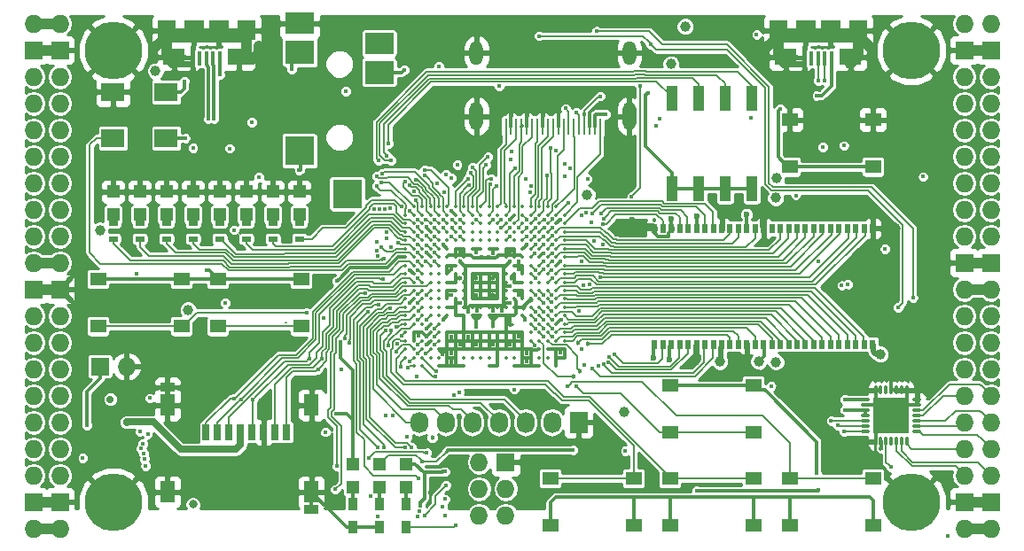
<source format=gtl>
G04 #@! TF.FileFunction,Copper,L1,Top,Signal*
%FSLAX46Y46*%
G04 Gerber Fmt 4.6, Leading zero omitted, Abs format (unit mm)*
G04 Created by KiCad (PCBNEW 4.0.7+dfsg1-1) date Thu Jan 11 13:34:10 2018*
%MOMM*%
%LPD*%
G01*
G04 APERTURE LIST*
%ADD10C,0.100000*%
%ADD11O,1.727200X1.727200*%
%ADD12R,1.727200X1.727200*%
%ADD13C,5.500000*%
%ADD14R,0.900000X1.200000*%
%ADD15R,2.100000X1.600000*%
%ADD16R,1.900000X1.900000*%
%ADD17R,0.400000X1.350000*%
%ADD18R,1.800000X1.900000*%
%ADD19O,0.850000X0.300000*%
%ADD20O,0.300000X0.850000*%
%ADD21R,1.675000X1.675000*%
%ADD22R,1.727200X2.032000*%
%ADD23O,1.727200X2.032000*%
%ADD24R,1.550000X1.300000*%
%ADD25R,1.120000X2.440000*%
%ADD26C,0.350000*%
%ADD27R,1.200000X1.200000*%
%ADD28R,2.800000X2.000000*%
%ADD29R,2.800000X2.200000*%
%ADD30R,2.800000X2.800000*%
%ADD31O,1.300000X2.700000*%
%ADD32O,1.300000X2.300000*%
%ADD33R,0.250000X1.600000*%
%ADD34R,0.700000X1.500000*%
%ADD35R,1.450000X0.900000*%
%ADD36R,1.450000X2.000000*%
%ADD37R,2.200000X1.800000*%
%ADD38R,0.560000X0.900000*%
%ADD39R,0.900000X0.500000*%
%ADD40C,0.400000*%
%ADD41C,1.000000*%
%ADD42C,0.600000*%
%ADD43C,0.454000*%
%ADD44C,0.800000*%
%ADD45C,0.700000*%
%ADD46C,0.300000*%
%ADD47C,0.190000*%
%ADD48C,0.500000*%
%ADD49C,1.000000*%
%ADD50C,0.600000*%
%ADD51C,0.200000*%
%ADD52C,0.700000*%
%ADD53C,0.127000*%
%ADD54C,0.254000*%
G04 APERTURE END LIST*
D10*
D11*
X97910000Y-62690000D03*
X95370000Y-62690000D03*
D12*
X97910000Y-65230000D03*
X95370000Y-65230000D03*
D11*
X97910000Y-67770000D03*
X95370000Y-67770000D03*
X97910000Y-70310000D03*
X95370000Y-70310000D03*
X97910000Y-72850000D03*
X95370000Y-72850000D03*
X97910000Y-75390000D03*
X95370000Y-75390000D03*
X97910000Y-77930000D03*
X95370000Y-77930000D03*
X97910000Y-80470000D03*
X95370000Y-80470000D03*
X97910000Y-83010000D03*
X95370000Y-83010000D03*
X97910000Y-85550000D03*
X95370000Y-85550000D03*
D12*
X97910000Y-88090000D03*
X95370000Y-88090000D03*
D11*
X97910000Y-90630000D03*
X95370000Y-90630000D03*
X97910000Y-93170000D03*
X95370000Y-93170000D03*
X97910000Y-95710000D03*
X95370000Y-95710000D03*
X97910000Y-98250000D03*
X95370000Y-98250000D03*
X97910000Y-100790000D03*
X95370000Y-100790000D03*
X97910000Y-103330000D03*
X95370000Y-103330000D03*
X97910000Y-105870000D03*
X95370000Y-105870000D03*
D12*
X97910000Y-108410000D03*
X95370000Y-108410000D03*
D11*
X97910000Y-110950000D03*
X95370000Y-110950000D03*
X184270000Y-110950000D03*
X186810000Y-110950000D03*
D12*
X184270000Y-108410000D03*
X186810000Y-108410000D03*
D11*
X184270000Y-105870000D03*
X186810000Y-105870000D03*
X184270000Y-103330000D03*
X186810000Y-103330000D03*
X184270000Y-100790000D03*
X186810000Y-100790000D03*
X184270000Y-98250000D03*
X186810000Y-98250000D03*
X184270000Y-95710000D03*
X186810000Y-95710000D03*
X184270000Y-93170000D03*
X186810000Y-93170000D03*
X184270000Y-90630000D03*
X186810000Y-90630000D03*
X184270000Y-88090000D03*
X186810000Y-88090000D03*
D12*
X184270000Y-85550000D03*
X186810000Y-85550000D03*
D11*
X184270000Y-83010000D03*
X186810000Y-83010000D03*
X184270000Y-80470000D03*
X186810000Y-80470000D03*
X184270000Y-77930000D03*
X186810000Y-77930000D03*
X184270000Y-75390000D03*
X186810000Y-75390000D03*
X184270000Y-72850000D03*
X186810000Y-72850000D03*
X184270000Y-70310000D03*
X186810000Y-70310000D03*
X184270000Y-67770000D03*
X186810000Y-67770000D03*
D12*
X184270000Y-65230000D03*
X186810000Y-65230000D03*
D11*
X184270000Y-62690000D03*
X186810000Y-62690000D03*
D13*
X102990000Y-108410000D03*
X179190000Y-108410000D03*
X179190000Y-65230000D03*
X102990000Y-65230000D03*
D12*
X101720000Y-95456000D03*
D11*
X104260000Y-95456000D03*
D14*
X128390000Y-108580000D03*
X128390000Y-110780000D03*
X130930000Y-110780000D03*
X130930000Y-108580000D03*
D15*
X114980000Y-65875000D03*
X108780000Y-65875000D03*
D16*
X113080000Y-63325000D03*
X110680000Y-63325000D03*
D17*
X113180000Y-66000000D03*
X112530000Y-66000000D03*
X111880000Y-66000000D03*
X111230000Y-66000000D03*
X110580000Y-66000000D03*
D18*
X115680000Y-63325000D03*
X108080000Y-63325000D03*
D15*
X173400000Y-65875000D03*
X167200000Y-65875000D03*
D16*
X171500000Y-63325000D03*
X169100000Y-63325000D03*
D17*
X171600000Y-66000000D03*
X170950000Y-66000000D03*
X170300000Y-66000000D03*
X169650000Y-66000000D03*
X169000000Y-66000000D03*
D18*
X174100000Y-63325000D03*
X166500000Y-63325000D03*
D12*
X140455000Y-104600000D03*
D11*
X137915000Y-104600000D03*
X140455000Y-107140000D03*
X137915000Y-107140000D03*
X140455000Y-109680000D03*
X137915000Y-109680000D03*
D19*
X179735000Y-101655000D03*
X179735000Y-101155000D03*
X179735000Y-100655000D03*
X179735000Y-100155000D03*
X179735000Y-99655000D03*
X179735000Y-99155000D03*
X179735000Y-98655000D03*
D20*
X178785000Y-97705000D03*
X178285000Y-97705000D03*
X177785000Y-97705000D03*
X177285000Y-97705000D03*
X176785000Y-97705000D03*
X176285000Y-97705000D03*
X175785000Y-97705000D03*
D19*
X174835000Y-98655000D03*
X174835000Y-99155000D03*
X174835000Y-99655000D03*
X174835000Y-100155000D03*
X174835000Y-100655000D03*
X174835000Y-101155000D03*
X174835000Y-101655000D03*
D20*
X175785000Y-102605000D03*
X176285000Y-102605000D03*
X176785000Y-102605000D03*
X177285000Y-102605000D03*
X177785000Y-102605000D03*
X178285000Y-102605000D03*
X178785000Y-102605000D03*
D21*
X176447500Y-99317500D03*
X176447500Y-100992500D03*
X178122500Y-99317500D03*
X178122500Y-100992500D03*
D22*
X147440000Y-100790000D03*
D23*
X144900000Y-100790000D03*
X142360000Y-100790000D03*
X139820000Y-100790000D03*
X137280000Y-100790000D03*
X134740000Y-100790000D03*
X132200000Y-100790000D03*
D24*
X175550000Y-71870000D03*
X175550000Y-76370000D03*
X167590000Y-76370000D03*
X167590000Y-71870000D03*
X101550000Y-91610000D03*
X101550000Y-87110000D03*
X109510000Y-87110000D03*
X109510000Y-91610000D03*
X112980000Y-91610000D03*
X112980000Y-87110000D03*
X120940000Y-87110000D03*
X120940000Y-91610000D03*
X156160000Y-101770000D03*
X156160000Y-97270000D03*
X164120000Y-97270000D03*
X164120000Y-101770000D03*
X164120000Y-106160000D03*
X164120000Y-110660000D03*
X156160000Y-110660000D03*
X156160000Y-106160000D03*
X152690000Y-106160000D03*
X152690000Y-110660000D03*
X144730000Y-110660000D03*
X144730000Y-106160000D03*
X175550000Y-106160000D03*
X175550000Y-110660000D03*
X167590000Y-110660000D03*
X167590000Y-106160000D03*
D25*
X156330000Y-78425000D03*
X163950000Y-69815000D03*
X158870000Y-78425000D03*
X161410000Y-69815000D03*
X161410000Y-78425000D03*
X158870000Y-69815000D03*
X163950000Y-78425000D03*
X156330000Y-69815000D03*
D26*
X131680000Y-80200000D03*
X132480000Y-80200000D03*
X133280000Y-80200000D03*
X134080000Y-80200000D03*
X134880000Y-80200000D03*
X135680000Y-80200000D03*
X136480000Y-80200000D03*
X137280000Y-80200000D03*
X138080000Y-80200000D03*
X138880000Y-80200000D03*
X139680000Y-80200000D03*
X140480000Y-80200000D03*
X141280000Y-80200000D03*
X142080000Y-80200000D03*
X142880000Y-80200000D03*
X143680000Y-80200000D03*
X144480000Y-80200000D03*
X145280000Y-80200000D03*
X130880000Y-81000000D03*
X131680000Y-81000000D03*
X132480000Y-81000000D03*
X133280000Y-81000000D03*
X134080000Y-81000000D03*
X134880000Y-81000000D03*
X135680000Y-81000000D03*
X136480000Y-81000000D03*
X137280000Y-81000000D03*
X138080000Y-81000000D03*
X138880000Y-81000000D03*
X139680000Y-81000000D03*
X140480000Y-81000000D03*
X141280000Y-81000000D03*
X142080000Y-81000000D03*
X142880000Y-81000000D03*
X143680000Y-81000000D03*
X144480000Y-81000000D03*
X145280000Y-81000000D03*
X146080000Y-81000000D03*
X130880000Y-81800000D03*
X131680000Y-81800000D03*
X132480000Y-81800000D03*
X133280000Y-81800000D03*
X134080000Y-81800000D03*
X134880000Y-81800000D03*
X135680000Y-81800000D03*
X136480000Y-81800000D03*
X137280000Y-81800000D03*
X138080000Y-81800000D03*
X138880000Y-81800000D03*
X139680000Y-81800000D03*
X140480000Y-81800000D03*
X141280000Y-81800000D03*
X142080000Y-81800000D03*
X142880000Y-81800000D03*
X143680000Y-81800000D03*
X144480000Y-81800000D03*
X145280000Y-81800000D03*
X146080000Y-81800000D03*
X130880000Y-82600000D03*
X131680000Y-82600000D03*
X132480000Y-82600000D03*
X133280000Y-82600000D03*
X134080000Y-82600000D03*
X134880000Y-82600000D03*
X135680000Y-82600000D03*
X136480000Y-82600000D03*
X137280000Y-82600000D03*
X138080000Y-82600000D03*
X138880000Y-82600000D03*
X139680000Y-82600000D03*
X140480000Y-82600000D03*
X141280000Y-82600000D03*
X142080000Y-82600000D03*
X142880000Y-82600000D03*
X143680000Y-82600000D03*
X144480000Y-82600000D03*
X145280000Y-82600000D03*
X146080000Y-82600000D03*
X130880000Y-83400000D03*
X131680000Y-83400000D03*
X132480000Y-83400000D03*
X133280000Y-83400000D03*
X134080000Y-83400000D03*
X134880000Y-83400000D03*
X135680000Y-83400000D03*
X136480000Y-83400000D03*
X137280000Y-83400000D03*
X138080000Y-83400000D03*
X138880000Y-83400000D03*
X139680000Y-83400000D03*
X140480000Y-83400000D03*
X141280000Y-83400000D03*
X142080000Y-83400000D03*
X142880000Y-83400000D03*
X143680000Y-83400000D03*
X144480000Y-83400000D03*
X145280000Y-83400000D03*
X146080000Y-83400000D03*
X130880000Y-84200000D03*
X131680000Y-84200000D03*
X132480000Y-84200000D03*
X133280000Y-84200000D03*
X134080000Y-84200000D03*
X134880000Y-84200000D03*
X135680000Y-84200000D03*
X136480000Y-84200000D03*
X137280000Y-84200000D03*
X138080000Y-84200000D03*
X138880000Y-84200000D03*
X139680000Y-84200000D03*
X140480000Y-84200000D03*
X141280000Y-84200000D03*
X142080000Y-84200000D03*
X142880000Y-84200000D03*
X143680000Y-84200000D03*
X144480000Y-84200000D03*
X145280000Y-84200000D03*
X146080000Y-84200000D03*
X130880000Y-85000000D03*
X131680000Y-85000000D03*
X132480000Y-85000000D03*
X133280000Y-85000000D03*
X134080000Y-85000000D03*
X134880000Y-85000000D03*
X135680000Y-85000000D03*
X136480000Y-85000000D03*
X137280000Y-85000000D03*
X138080000Y-85000000D03*
X138880000Y-85000000D03*
X139680000Y-85000000D03*
X140480000Y-85000000D03*
X141280000Y-85000000D03*
X142080000Y-85000000D03*
X142880000Y-85000000D03*
X143680000Y-85000000D03*
X144480000Y-85000000D03*
X145280000Y-85000000D03*
X146080000Y-85000000D03*
X130880000Y-85800000D03*
X131680000Y-85800000D03*
X132480000Y-85800000D03*
X133280000Y-85800000D03*
X134080000Y-85800000D03*
X134880000Y-85800000D03*
X135680000Y-85800000D03*
X136480000Y-85800000D03*
X137280000Y-85800000D03*
X138080000Y-85800000D03*
X138880000Y-85800000D03*
X139680000Y-85800000D03*
X140480000Y-85800000D03*
X141280000Y-85800000D03*
X142080000Y-85800000D03*
X142880000Y-85800000D03*
X143680000Y-85800000D03*
X144480000Y-85800000D03*
X145280000Y-85800000D03*
X146080000Y-85800000D03*
X130880000Y-86600000D03*
X131680000Y-86600000D03*
X132480000Y-86600000D03*
X133280000Y-86600000D03*
X134080000Y-86600000D03*
X134880000Y-86600000D03*
X135680000Y-86600000D03*
X136480000Y-86600000D03*
X137280000Y-86600000D03*
X138080000Y-86600000D03*
X138880000Y-86600000D03*
X139680000Y-86600000D03*
X140480000Y-86600000D03*
X141280000Y-86600000D03*
X142080000Y-86600000D03*
X142880000Y-86600000D03*
X143680000Y-86600000D03*
X144480000Y-86600000D03*
X145280000Y-86600000D03*
X146080000Y-86600000D03*
X130880000Y-87400000D03*
X131680000Y-87400000D03*
X132480000Y-87400000D03*
X133280000Y-87400000D03*
X134080000Y-87400000D03*
X134880000Y-87400000D03*
X135680000Y-87400000D03*
X136480000Y-87400000D03*
X137280000Y-87400000D03*
X138080000Y-87400000D03*
X138880000Y-87400000D03*
X139680000Y-87400000D03*
X140480000Y-87400000D03*
X141280000Y-87400000D03*
X142080000Y-87400000D03*
X142880000Y-87400000D03*
X143680000Y-87400000D03*
X144480000Y-87400000D03*
X145280000Y-87400000D03*
X146080000Y-87400000D03*
X130880000Y-88200000D03*
X131680000Y-88200000D03*
X132480000Y-88200000D03*
X133280000Y-88200000D03*
X134080000Y-88200000D03*
X134880000Y-88200000D03*
X135680000Y-88200000D03*
X136480000Y-88200000D03*
X137280000Y-88200000D03*
X138080000Y-88200000D03*
X138880000Y-88200000D03*
X139680000Y-88200000D03*
X140480000Y-88200000D03*
X141280000Y-88200000D03*
X142080000Y-88200000D03*
X142880000Y-88200000D03*
X143680000Y-88200000D03*
X144480000Y-88200000D03*
X145280000Y-88200000D03*
X146080000Y-88200000D03*
X130880000Y-89000000D03*
X131680000Y-89000000D03*
X132480000Y-89000000D03*
X133280000Y-89000000D03*
X134080000Y-89000000D03*
X134880000Y-89000000D03*
X135680000Y-89000000D03*
X136480000Y-89000000D03*
X137280000Y-89000000D03*
X138080000Y-89000000D03*
X138880000Y-89000000D03*
X139680000Y-89000000D03*
X140480000Y-89000000D03*
X141280000Y-89000000D03*
X142080000Y-89000000D03*
X142880000Y-89000000D03*
X143680000Y-89000000D03*
X144480000Y-89000000D03*
X145280000Y-89000000D03*
X146080000Y-89000000D03*
X130880000Y-89800000D03*
X131680000Y-89800000D03*
X132480000Y-89800000D03*
X133280000Y-89800000D03*
X134080000Y-89800000D03*
X134880000Y-89800000D03*
X135680000Y-89800000D03*
X136480000Y-89800000D03*
X137280000Y-89800000D03*
X138080000Y-89800000D03*
X138880000Y-89800000D03*
X139680000Y-89800000D03*
X140480000Y-89800000D03*
X141280000Y-89800000D03*
X142080000Y-89800000D03*
X142880000Y-89800000D03*
X143680000Y-89800000D03*
X144480000Y-89800000D03*
X145280000Y-89800000D03*
X146080000Y-89800000D03*
X130880000Y-90600000D03*
X131680000Y-90600000D03*
X132480000Y-90600000D03*
X133280000Y-90600000D03*
X134080000Y-90600000D03*
X134880000Y-90600000D03*
X135680000Y-90600000D03*
X136480000Y-90600000D03*
X137280000Y-90600000D03*
X138080000Y-90600000D03*
X138880000Y-90600000D03*
X139680000Y-90600000D03*
X140480000Y-90600000D03*
X141280000Y-90600000D03*
X142080000Y-90600000D03*
X142880000Y-90600000D03*
X143680000Y-90600000D03*
X144480000Y-90600000D03*
X145280000Y-90600000D03*
X146080000Y-90600000D03*
X130880000Y-91400000D03*
X131680000Y-91400000D03*
X132480000Y-91400000D03*
X133280000Y-91400000D03*
X134080000Y-91400000D03*
X142880000Y-91400000D03*
X143680000Y-91400000D03*
X144480000Y-91400000D03*
X145280000Y-91400000D03*
X146080000Y-91400000D03*
X130880000Y-92200000D03*
X131680000Y-92200000D03*
X132480000Y-92200000D03*
X133280000Y-92200000D03*
X134080000Y-92200000D03*
X134880000Y-92200000D03*
X135680000Y-92200000D03*
X136480000Y-92200000D03*
X137280000Y-92200000D03*
X138080000Y-92200000D03*
X138880000Y-92200000D03*
X139680000Y-92200000D03*
X140480000Y-92200000D03*
X141280000Y-92200000D03*
X142080000Y-92200000D03*
X142880000Y-92200000D03*
X143680000Y-92200000D03*
X144480000Y-92200000D03*
X145280000Y-92200000D03*
X146080000Y-92200000D03*
X130880000Y-93000000D03*
X131680000Y-93000000D03*
X132480000Y-93000000D03*
X133280000Y-93000000D03*
X134080000Y-93000000D03*
X134880000Y-93000000D03*
X135680000Y-93000000D03*
X136480000Y-93000000D03*
X137280000Y-93000000D03*
X138080000Y-93000000D03*
X138880000Y-93000000D03*
X139680000Y-93000000D03*
X140480000Y-93000000D03*
X141280000Y-93000000D03*
X142080000Y-93000000D03*
X142880000Y-93000000D03*
X143680000Y-93000000D03*
X144480000Y-93000000D03*
X145280000Y-93000000D03*
X146080000Y-93000000D03*
X130880000Y-93800000D03*
X131680000Y-93800000D03*
X132480000Y-93800000D03*
X133280000Y-93800000D03*
X134080000Y-93800000D03*
X134880000Y-93800000D03*
X135680000Y-93800000D03*
X136480000Y-93800000D03*
X137280000Y-93800000D03*
X138080000Y-93800000D03*
X138880000Y-93800000D03*
X139680000Y-93800000D03*
X140480000Y-93800000D03*
X141280000Y-93800000D03*
X142080000Y-93800000D03*
X142880000Y-93800000D03*
X143680000Y-93800000D03*
X144480000Y-93800000D03*
X145280000Y-93800000D03*
X146080000Y-93800000D03*
X130880000Y-94600000D03*
X131680000Y-94600000D03*
X132480000Y-94600000D03*
X133280000Y-94600000D03*
X134080000Y-94600000D03*
X134880000Y-94600000D03*
X135680000Y-94600000D03*
X136480000Y-94600000D03*
X137280000Y-94600000D03*
X138080000Y-94600000D03*
X138880000Y-94600000D03*
X139680000Y-94600000D03*
X140480000Y-94600000D03*
X141280000Y-94600000D03*
X142080000Y-94600000D03*
X142880000Y-94600000D03*
X143680000Y-94600000D03*
X144480000Y-94600000D03*
X145280000Y-94600000D03*
X146080000Y-94600000D03*
X131680000Y-95400000D03*
X132480000Y-95400000D03*
X134080000Y-95400000D03*
X134880000Y-95400000D03*
X135680000Y-95400000D03*
X136480000Y-95400000D03*
X138880000Y-95400000D03*
X139680000Y-95400000D03*
X141280000Y-95400000D03*
X142080000Y-95400000D03*
X142880000Y-95400000D03*
X143680000Y-95400000D03*
X145280000Y-95400000D03*
D27*
X125850000Y-104770000D03*
X125850000Y-106970000D03*
D14*
X125850000Y-108580000D03*
X125850000Y-110780000D03*
D27*
X128390000Y-104770000D03*
X128390000Y-106970000D03*
X120770000Y-80935000D03*
X120770000Y-78735000D03*
X118230000Y-80935000D03*
X118230000Y-78735000D03*
X115690000Y-80935000D03*
X115690000Y-78735000D03*
X113150000Y-80935000D03*
X113150000Y-78735000D03*
X110610000Y-80935000D03*
X110610000Y-78735000D03*
X108070000Y-80935000D03*
X108070000Y-78735000D03*
X105530000Y-80935000D03*
X105530000Y-78735000D03*
X102990000Y-80935000D03*
X102990000Y-78735000D03*
X130930000Y-104770000D03*
X130930000Y-106970000D03*
D28*
X120780000Y-62648000D03*
D29*
X120780000Y-65448000D03*
D30*
X120780000Y-74848000D03*
X125330000Y-78948000D03*
D29*
X128380000Y-67348000D03*
D28*
X128380000Y-64548000D03*
D31*
X152280000Y-71550000D03*
X137680000Y-71550000D03*
D32*
X137680000Y-65500000D03*
D33*
X140480000Y-72500000D03*
X140980000Y-72500000D03*
X141480000Y-72500000D03*
X141980000Y-72500000D03*
X142480000Y-72500000D03*
X142980000Y-72500000D03*
X143480000Y-72500000D03*
X143980000Y-72500000D03*
X144480000Y-72500000D03*
X144980000Y-72500000D03*
X145480000Y-72500000D03*
X145980000Y-72500000D03*
X146480000Y-72500000D03*
X146980000Y-72500000D03*
X147480000Y-72500000D03*
X147980000Y-72500000D03*
X148480000Y-72500000D03*
X148980000Y-72500000D03*
X149480000Y-72500000D03*
D32*
X152280000Y-65500000D03*
D34*
X111850000Y-101750000D03*
X112950000Y-101750000D03*
X114050000Y-101750000D03*
X115150000Y-101750000D03*
X116250000Y-101750000D03*
X117350000Y-101750000D03*
X118450000Y-101750000D03*
X119550000Y-101750000D03*
D35*
X108175000Y-97450000D03*
X121925000Y-109150000D03*
D36*
X121925000Y-99150000D03*
X108175000Y-99150000D03*
X108175000Y-107450000D03*
X121925000Y-107450000D03*
D37*
X108040000Y-69220000D03*
X102960000Y-69220000D03*
X102960000Y-73620000D03*
X108040000Y-73620000D03*
D38*
X175493000Y-82270000D03*
X154693000Y-93330000D03*
X155493000Y-93330000D03*
X156293000Y-93330000D03*
X157093000Y-93330000D03*
X157893000Y-93330000D03*
X158693000Y-93330000D03*
X159493000Y-93330000D03*
X160293000Y-93330000D03*
X161093000Y-93330000D03*
X161893000Y-93330000D03*
X162693000Y-93330000D03*
X163493000Y-93330000D03*
X164293000Y-93330000D03*
X165093000Y-93330000D03*
X165893000Y-93330000D03*
X166693000Y-93330000D03*
X167493000Y-93330000D03*
X168293000Y-93330000D03*
X169093000Y-93330000D03*
X169893000Y-93330000D03*
X170693000Y-93330000D03*
X171493000Y-93330000D03*
X172293000Y-93330000D03*
X173093000Y-93330000D03*
X173893000Y-93330000D03*
X174693000Y-93330000D03*
X175493000Y-93330000D03*
X174693000Y-82270000D03*
X173893000Y-82270000D03*
X173093000Y-82270000D03*
X172293000Y-82270000D03*
X171493000Y-82270000D03*
X170693000Y-82270000D03*
X169893000Y-82270000D03*
X169093000Y-82270000D03*
X168293000Y-82270000D03*
X167493000Y-82270000D03*
X166693000Y-82270000D03*
X165893000Y-82270000D03*
X165093000Y-82270000D03*
X164293000Y-82270000D03*
X163493000Y-82270000D03*
X162693000Y-82270000D03*
X161893000Y-82270000D03*
X161093000Y-82270000D03*
X160293000Y-82270000D03*
X159493000Y-82270000D03*
X158693000Y-82270000D03*
X157893000Y-82270000D03*
X157093000Y-82270000D03*
X156293000Y-82270000D03*
X155493000Y-82270000D03*
X154693000Y-82270000D03*
D39*
X120770000Y-83252000D03*
X120770000Y-81752000D03*
X118230000Y-83252000D03*
X118230000Y-81752000D03*
X115690000Y-83252000D03*
X115690000Y-81752000D03*
X113150000Y-83252000D03*
X113150000Y-81752000D03*
X110610000Y-83252000D03*
X110610000Y-81752000D03*
X108070000Y-83252000D03*
X108070000Y-81752000D03*
X105530000Y-83252000D03*
X105530000Y-81752000D03*
X102990000Y-83252000D03*
X102990000Y-81752000D03*
D40*
X144103496Y-84660400D03*
D41*
X177658444Y-82281349D03*
D40*
X145680000Y-81405125D03*
X145691238Y-94166752D03*
X145759873Y-91010176D03*
D42*
X152525938Y-81463870D03*
D41*
X162956098Y-95078488D03*
X158539988Y-94868772D03*
D42*
X161075765Y-80992022D03*
X164882869Y-80938986D03*
X156262773Y-81349374D03*
X123437000Y-108972000D03*
D40*
X132871770Y-84533979D03*
X132862998Y-82124544D03*
X131278306Y-86213101D03*
X135281276Y-80583119D03*
X131279502Y-89407325D03*
X170309539Y-85441529D03*
X145672808Y-85396062D03*
X133216000Y-107465000D03*
X137680000Y-88600000D03*
X142480000Y-95000000D03*
X141680000Y-92600000D03*
X140836000Y-84534000D03*
X135284627Y-94985297D03*
X135288625Y-94225619D03*
X134455822Y-94267172D03*
X136095958Y-93369652D03*
D43*
X139264636Y-91615205D03*
D41*
X116880503Y-64802940D03*
X106974809Y-64953974D03*
X175210328Y-64948943D03*
X165417246Y-64954666D03*
D40*
X175495631Y-71457432D03*
X177285000Y-95710000D03*
X140880000Y-81400000D03*
X136085174Y-89394826D03*
X140874194Y-91433353D03*
X142480000Y-94200000D03*
X140880000Y-93400000D03*
X139280000Y-93400000D03*
X137680000Y-93400000D03*
X136880000Y-92600000D03*
X135280000Y-92600000D03*
X132880000Y-91800000D03*
X132880000Y-93400000D03*
D43*
X141042859Y-86994997D03*
X139280000Y-87000000D03*
X136110990Y-86995403D03*
X137680000Y-87000000D03*
X136080000Y-84600000D03*
X139280000Y-88600000D03*
D41*
X101707889Y-82423180D03*
X107021491Y-67228122D03*
X166284693Y-95025145D03*
X166248957Y-79348409D03*
X166343357Y-77477990D03*
D40*
X172564535Y-87722010D03*
X150030853Y-71331848D03*
D41*
X156235582Y-66548363D03*
X157600000Y-62944000D03*
D40*
X114513935Y-82409431D03*
X116912932Y-77355158D03*
X109760378Y-68177900D03*
X109840000Y-73620000D03*
X132110753Y-92527478D03*
X113658000Y-89360000D03*
X165803369Y-97344883D03*
D41*
X148237462Y-79019093D03*
D40*
X148271935Y-77558071D03*
D41*
X160905403Y-95006436D03*
D42*
X158731133Y-81048929D03*
X154593901Y-94607945D03*
X156088245Y-94762980D03*
D41*
X164625730Y-94982471D03*
D42*
X163462982Y-80942429D03*
D41*
X176254940Y-94288458D03*
D44*
X110593913Y-108636458D03*
D40*
X180340784Y-77316932D03*
X173137949Y-87594275D03*
D45*
X102710050Y-98594954D03*
D40*
X154794000Y-72426000D03*
X129005202Y-100174798D03*
X137659051Y-91638034D03*
X139820000Y-68665673D03*
X172834633Y-99599920D03*
X172879922Y-98618650D03*
X176305593Y-103279812D03*
X164433885Y-63737451D03*
X134079160Y-66786153D03*
X100080000Y-104200000D03*
X135273306Y-88618602D03*
X139272517Y-84611349D03*
X137680556Y-84534085D03*
X141680000Y-86200000D03*
X135280000Y-86200000D03*
X132880000Y-92600000D03*
X141680000Y-88600000D03*
X141680000Y-85400000D03*
X129983242Y-91668979D03*
X121431221Y-90311593D03*
X130566572Y-92512084D03*
X121041200Y-91125073D03*
X146394787Y-97333919D03*
X143300000Y-86220000D03*
X147175985Y-97333919D03*
X147700000Y-93820000D03*
X144900000Y-91820000D03*
X142277990Y-91000000D03*
D41*
X110128890Y-90028152D03*
D40*
X142480000Y-83800000D03*
X134480000Y-83800000D03*
X134480000Y-91000000D03*
X105245010Y-86595559D03*
X125193541Y-69156848D03*
X155149360Y-71764535D03*
X170182962Y-69571012D03*
X170362901Y-107286196D03*
X158716651Y-107325176D03*
X136028224Y-97922729D03*
X128216338Y-109760338D03*
X132708000Y-109680000D03*
X134750646Y-106810513D03*
X133680000Y-91800000D03*
X135517016Y-98167170D03*
X134675868Y-108131585D03*
D43*
X133449289Y-102232615D03*
D40*
X133680000Y-92600000D03*
X132936956Y-103711000D03*
X127385678Y-104203668D03*
X133685482Y-93402296D03*
X134463998Y-108841973D03*
X131986331Y-96404793D03*
X131039072Y-102187000D03*
X134636872Y-109719950D03*
X132846234Y-94197073D03*
X176700000Y-84220000D03*
X143260000Y-84620000D03*
X120739932Y-76694083D03*
X130761990Y-67119621D03*
X147186000Y-71200000D03*
X147983153Y-71347080D03*
X149475951Y-69619684D03*
X153297112Y-68608292D03*
X177926984Y-89812061D03*
X154329326Y-64643767D03*
X152497066Y-79193467D03*
X146481406Y-79819384D03*
X143650666Y-63862520D03*
X179351513Y-88868327D03*
X149134122Y-63424051D03*
X140035989Y-81400000D03*
X121687479Y-94718249D03*
X128776655Y-87127857D03*
X132083026Y-86260405D03*
X116312533Y-98645922D03*
X122932649Y-94724357D03*
X124793906Y-95710000D03*
X122527919Y-95725900D03*
X116198000Y-72088000D03*
X127586603Y-107875044D03*
X113157250Y-67567056D03*
X146180000Y-70800000D03*
X131453853Y-103208291D03*
X149771692Y-81825658D03*
X144080000Y-86200000D03*
X149533922Y-86909940D03*
X144894316Y-86977564D03*
X144896700Y-83835368D03*
X149549750Y-80868432D03*
D43*
X147343891Y-93217126D03*
D40*
X144113248Y-92588762D03*
X144875155Y-86292748D03*
X149846468Y-81303978D03*
X148696112Y-80861847D03*
X144916886Y-82991356D03*
D43*
X148349010Y-93322307D03*
D40*
X144882352Y-92577990D03*
X144902941Y-90956495D03*
X148747982Y-95669626D03*
X144867244Y-90112484D03*
X149795895Y-95251084D03*
X144855814Y-89268481D03*
X150278898Y-95040253D03*
X150345974Y-94517527D03*
X144877648Y-88622010D03*
X150889207Y-94332565D03*
X143280000Y-87000000D03*
X131084713Y-95564177D03*
X130135246Y-93288711D03*
X130422000Y-95456000D03*
X131316164Y-94959140D03*
X129978307Y-94019141D03*
X132031990Y-93400000D03*
X129273264Y-93471613D03*
X141280657Y-97642010D03*
X133852393Y-95875797D03*
X133762848Y-96395146D03*
X132080000Y-94200000D03*
X128622659Y-84064643D03*
X105895603Y-103765816D03*
X130839477Y-103208987D03*
X129449238Y-89873934D03*
X132075624Y-89410644D03*
X128806823Y-103185900D03*
X128312094Y-89556924D03*
X132162861Y-106185868D03*
X132880000Y-88600000D03*
X127040053Y-88426410D03*
X124322162Y-105002357D03*
X132080000Y-87000000D03*
X125525099Y-93236764D03*
X124202418Y-107207639D03*
X110599084Y-74589383D03*
X132024412Y-109766775D03*
X114104080Y-74612196D03*
X132219727Y-109277292D03*
X115165033Y-98598050D03*
X131847310Y-79589886D03*
X132080000Y-81400000D03*
X132080007Y-82103333D03*
X132872609Y-82968555D03*
X133627359Y-81414685D03*
X133648389Y-82190597D03*
X131923295Y-77584853D03*
X130856828Y-77786820D03*
X129533728Y-91985990D03*
X132880000Y-91000000D03*
X129006717Y-91985990D03*
X132077648Y-90977990D03*
X131275302Y-80595752D03*
X130489904Y-80167235D03*
X128823114Y-85153560D03*
X132072985Y-85377990D03*
X134476508Y-82180155D03*
X133942383Y-77980766D03*
X163908850Y-71651861D03*
X135656559Y-110610712D03*
X132468001Y-104503413D03*
X146844288Y-103452739D03*
D45*
X104260000Y-100790000D03*
D40*
X114554968Y-98534219D03*
X111895217Y-86253790D03*
X165170594Y-97666317D03*
X170157734Y-105666345D03*
X169506589Y-107953726D03*
X170735900Y-74464979D03*
X143257990Y-83000000D03*
X168166438Y-79108038D03*
X151896383Y-103510715D03*
X112614274Y-71803529D03*
X112074854Y-71810535D03*
X143269694Y-93414905D03*
X177274002Y-105079115D03*
X172761273Y-101651681D03*
X143280000Y-91800000D03*
X172193360Y-101105663D03*
X144064831Y-91877646D03*
X144080000Y-90956495D03*
X171540304Y-100645743D03*
X135320520Y-82196441D03*
X129493343Y-75737814D03*
X136080000Y-82200000D03*
X129125079Y-75315804D03*
X136080000Y-83000000D03*
X129252218Y-74142461D03*
X142377451Y-77497451D03*
X172746637Y-74347988D03*
X143280000Y-83800000D03*
X170300000Y-68151000D03*
X170950000Y-68125562D03*
X125110333Y-92787995D03*
X124361185Y-87274371D03*
X124361184Y-87274370D03*
X182675150Y-111637626D03*
X166678914Y-70803555D03*
X123273881Y-101715917D03*
X129660000Y-100155000D03*
X127308270Y-90221456D03*
X132084049Y-88558274D03*
X128280000Y-103200000D03*
X120008000Y-67008000D03*
X133680000Y-83000000D03*
X129457990Y-80285112D03*
X133680000Y-83800000D03*
X128943593Y-80399729D03*
X130204628Y-83599483D03*
X128416582Y-80399850D03*
X127889625Y-80407426D03*
X133680000Y-85400000D03*
X144780000Y-74590382D03*
X137689001Y-90122990D03*
D41*
X151758000Y-99774000D03*
D40*
X136885174Y-90194826D03*
X140094890Y-90122990D03*
X139280000Y-90122990D03*
X140880000Y-89400000D03*
X140880000Y-87800000D03*
X140880000Y-85400000D03*
D43*
X136080000Y-85400000D03*
D40*
X128333179Y-75769807D03*
X134613000Y-78819000D03*
X135280000Y-83022010D03*
X154052298Y-69302298D03*
X100450000Y-101044000D03*
X132285867Y-108754446D03*
X134707351Y-105508447D03*
X139280000Y-81400000D03*
X139578623Y-78205862D03*
X139034115Y-78040948D03*
X139046749Y-77514088D03*
X138580000Y-76200000D03*
X138779198Y-75400762D03*
X137680000Y-81400000D03*
X137308732Y-76415018D03*
X137106948Y-76979922D03*
X136859538Y-77550820D03*
X136922059Y-78097889D03*
X136096392Y-81395070D03*
X135830698Y-76200613D03*
X135315381Y-81391918D03*
X135280062Y-77463305D03*
X134471370Y-81406751D03*
X134758050Y-77130140D03*
D43*
X146942280Y-96452058D03*
X147534467Y-95913260D03*
D40*
X147928857Y-95339016D03*
X143322010Y-91000657D03*
X149284391Y-95377990D03*
X144077013Y-90266968D03*
X147430953Y-90112484D03*
X144076240Y-89395301D03*
X143322010Y-90201951D03*
X147910791Y-87683418D03*
X144082832Y-88584510D03*
X143322010Y-88595030D03*
X148483539Y-87608166D03*
X144102010Y-85397219D03*
X144889349Y-85448737D03*
X147687390Y-85374093D03*
X149732494Y-83807694D03*
X144912409Y-84635817D03*
X148921512Y-83442010D03*
X144103186Y-83777990D03*
X148610661Y-81705858D03*
X144102010Y-83000000D03*
X144888125Y-82147345D03*
X148175253Y-80781550D03*
X144125486Y-82186468D03*
X147688311Y-80983115D03*
X144880008Y-81303333D03*
X142841210Y-78784254D03*
X142473549Y-82998913D03*
X142864275Y-78217369D03*
X142437464Y-82181475D03*
X146089079Y-77300571D03*
X144144931Y-81387081D03*
X144394875Y-77219934D03*
X146577729Y-76500816D03*
X143281475Y-82206074D03*
X146130802Y-76060132D03*
X143300920Y-81377293D03*
X145255695Y-74817220D03*
X141662690Y-82207782D03*
X142456909Y-81405800D03*
X140030954Y-82200000D03*
X141342967Y-76554996D03*
X141046643Y-74873804D03*
X140864029Y-83041403D03*
X140874966Y-82177164D03*
X140980062Y-75681941D03*
X132761172Y-77202673D03*
X132737245Y-76676207D03*
X128644933Y-77050030D03*
X128152012Y-77257840D03*
X128125571Y-78233647D03*
X128590544Y-77894041D03*
X131253134Y-78134216D03*
X106477197Y-98487772D03*
X131709326Y-78745875D03*
X132783339Y-81400004D03*
X132079024Y-82984045D03*
X129109095Y-82655074D03*
X105572759Y-101661319D03*
X106276126Y-101893466D03*
X132880889Y-83897835D03*
X129054383Y-83179239D03*
X129487667Y-84079929D03*
X132083682Y-83828056D03*
X105813763Y-102819336D03*
X128165458Y-83509725D03*
X132062099Y-84533979D03*
X105627254Y-103312241D03*
X128182016Y-84353737D03*
X105992720Y-104283802D03*
X133671942Y-84595200D03*
X128207686Y-84880123D03*
X106088753Y-104974041D03*
X132834641Y-85377990D03*
X124223231Y-100005665D03*
X124681087Y-93093755D03*
X123100000Y-90820000D03*
X132100000Y-90180000D03*
D46*
X154680000Y-81486121D02*
X154657528Y-81463649D01*
D47*
X119425148Y-91210000D02*
X119484873Y-91269725D01*
D46*
X105530000Y-78735000D02*
X102990000Y-78735000D01*
X108070000Y-78735000D02*
X105530000Y-78735000D01*
X110610000Y-78735000D02*
X108070000Y-78735000D01*
X113150000Y-78735000D02*
X110610000Y-78735000D01*
X115690000Y-78735000D02*
X113150000Y-78735000D01*
X118230000Y-78735000D02*
X115690000Y-78735000D01*
X120770000Y-78735000D02*
X118230000Y-78735000D01*
X152525938Y-81463870D02*
X152982068Y-81920000D01*
X152982068Y-81920000D02*
X154589000Y-81920000D01*
X154589000Y-81920000D02*
X154589000Y-82564717D01*
X154589000Y-82564717D02*
X154935999Y-82911716D01*
X154935999Y-82911716D02*
X154935999Y-82941601D01*
X154935999Y-82941601D02*
X154991399Y-82997001D01*
X156050001Y-82941601D02*
X156050001Y-82696040D01*
X154991399Y-82997001D02*
X155994601Y-82997001D01*
X155994601Y-82997001D02*
X156050001Y-82941601D01*
X156050001Y-82696040D02*
X156205000Y-82541041D01*
X156205000Y-82541041D02*
X156205000Y-81920000D01*
X144019600Y-84660400D02*
X144103496Y-84660400D01*
X143680000Y-85000000D02*
X144019600Y-84660400D01*
X177252609Y-82281349D02*
X177658444Y-82281349D01*
X177241260Y-82270000D02*
X177252609Y-82281349D01*
X145280000Y-81800000D02*
X145674875Y-81405125D01*
X145674875Y-81405125D02*
X145680000Y-81405125D01*
X145691238Y-93811238D02*
X145691238Y-93883910D01*
X145680000Y-93800000D02*
X145691238Y-93811238D01*
X145691238Y-93883910D02*
X145691238Y-94166752D01*
X145280000Y-91400000D02*
X145669824Y-91010176D01*
X145669824Y-91010176D02*
X145759873Y-91010176D01*
X121925000Y-107450000D02*
X121925000Y-109150000D01*
X163456097Y-94578489D02*
X162956098Y-95078488D01*
X163480000Y-94554586D02*
X163456097Y-94578489D01*
X163480000Y-93330000D02*
X163480000Y-94554586D01*
X158539988Y-93470012D02*
X158539988Y-94161666D01*
X158680000Y-93330000D02*
X158539988Y-93470012D01*
X158539988Y-94161666D02*
X158539988Y-94868772D01*
X161075765Y-81416286D02*
X161075765Y-80992022D01*
X161075765Y-82265765D02*
X161075765Y-81416286D01*
X161080000Y-82270000D02*
X161075765Y-82265765D01*
X164882869Y-82072869D02*
X164882869Y-81363250D01*
X165080000Y-82270000D02*
X164882869Y-82072869D01*
X164882869Y-81363250D02*
X164882869Y-80938986D01*
X156280000Y-82270000D02*
X156280000Y-81366601D01*
X156280000Y-81366601D02*
X156262773Y-81349374D01*
D48*
X175480000Y-82270000D02*
X177241260Y-82270000D01*
D46*
X148480000Y-71200000D02*
X149230000Y-70450000D01*
X148480000Y-72500000D02*
X148480000Y-71200000D01*
X145480000Y-72500000D02*
X145480000Y-71200000D01*
X143980000Y-72500000D02*
X143980000Y-71200000D01*
X142480000Y-72500000D02*
X142480000Y-71450000D01*
X142480000Y-71200000D02*
X142480000Y-71450000D01*
X140980000Y-72500000D02*
X140980000Y-71200000D01*
X134455822Y-94267172D02*
X134455822Y-94224178D01*
X134455822Y-94224178D02*
X134880000Y-93800000D01*
X123437000Y-108972000D02*
X125245000Y-110780000D01*
X125245000Y-110780000D02*
X125850000Y-110780000D01*
X125850000Y-110780000D02*
X125889531Y-110819531D01*
X125889531Y-110819531D02*
X126234488Y-110819531D01*
X126234488Y-110819531D02*
X126274019Y-110780000D01*
X126274019Y-110780000D02*
X127640000Y-110780000D01*
X127640000Y-110780000D02*
X128390000Y-110780000D01*
X121930000Y-107465000D02*
X123437000Y-108972000D01*
D49*
X184270000Y-65230000D02*
X186810000Y-65230000D01*
X184270000Y-85550000D02*
X186810000Y-85550000D01*
X184270000Y-108410000D02*
X186810000Y-108410000D01*
X95370000Y-108410000D02*
X97910000Y-108410000D01*
D48*
X97910000Y-88090000D02*
X98956608Y-87043392D01*
D46*
X98956608Y-87043392D02*
X98974574Y-87043392D01*
D48*
X97910000Y-88090000D02*
X99013590Y-89193590D01*
D46*
X99013590Y-89193590D02*
X99060056Y-89193590D01*
D49*
X95370000Y-88090000D02*
X97910000Y-88090000D01*
X95370000Y-65230000D02*
X97910000Y-65230000D01*
D46*
X139264636Y-90984636D02*
X139295364Y-90984636D01*
X139295364Y-90984636D02*
X139680000Y-90600000D01*
X132871770Y-84591770D02*
X132871770Y-84533979D01*
X133280000Y-85000000D02*
X132871770Y-84591770D01*
X133280000Y-82600000D02*
X132862998Y-82182998D01*
X132862998Y-82182998D02*
X132862998Y-82124544D01*
X131293101Y-86213101D02*
X131278306Y-86213101D01*
X131680000Y-86600000D02*
X131293101Y-86213101D01*
X140480000Y-90600000D02*
X140480000Y-92200000D01*
X135281276Y-80601276D02*
X135281276Y-80583119D01*
X135680000Y-81000000D02*
X135281276Y-80601276D01*
X131279502Y-89400498D02*
X131279502Y-89407325D01*
X131680000Y-89000000D02*
X131279502Y-89400498D01*
X145672808Y-85407192D02*
X145672808Y-85396062D01*
X145280000Y-85800000D02*
X145672808Y-85407192D01*
X137280000Y-89000000D02*
X137680000Y-88600000D01*
X142480000Y-94600000D02*
X142880000Y-94600000D01*
X142080000Y-94600000D02*
X142480000Y-94600000D01*
X142480000Y-94600000D02*
X142480000Y-95000000D01*
X141680000Y-92200000D02*
X142080000Y-92200000D01*
X141280000Y-92200000D02*
X141680000Y-92200000D01*
X141680000Y-92200000D02*
X141680000Y-92600000D01*
X141280000Y-84200000D02*
X141170000Y-84200000D01*
X141170000Y-84200000D02*
X140836000Y-84534000D01*
X135284627Y-95395373D02*
X135284627Y-95268139D01*
X135280000Y-95400000D02*
X135284627Y-95395373D01*
X135284627Y-95268139D02*
X135284627Y-94985297D01*
X135288625Y-93942777D02*
X135288625Y-94225619D01*
X135288625Y-93808625D02*
X135288625Y-93942777D01*
X135280000Y-93800000D02*
X135288625Y-93808625D01*
X134455822Y-94175822D02*
X134455822Y-94267172D01*
X134080000Y-93800000D02*
X134455822Y-94175822D01*
X145280000Y-94600000D02*
X145280000Y-95400000D01*
X143498655Y-93891906D02*
X143590561Y-93800000D01*
X143040733Y-93891906D02*
X143498655Y-93891906D01*
X142880000Y-93800000D02*
X142948827Y-93800000D01*
X142948827Y-93800000D02*
X143040733Y-93891906D01*
X143590561Y-93800000D02*
X143680000Y-93800000D01*
X145280000Y-93800000D02*
X144480000Y-93800000D01*
X146080000Y-94600000D02*
X146080000Y-93800000D01*
X145280000Y-94600000D02*
X146080000Y-94600000D01*
X142080000Y-95400000D02*
X142080000Y-94600000D01*
X142880000Y-95400000D02*
X142880000Y-94600000D01*
X142880000Y-95400000D02*
X143680000Y-95400000D01*
X142080000Y-95400000D02*
X142880000Y-95400000D01*
X141280000Y-95400000D02*
X142080000Y-95400000D01*
X142080000Y-93000000D02*
X142080000Y-93800000D01*
X138880000Y-92200000D02*
X138880000Y-93000000D01*
X139680000Y-92200000D02*
X139680000Y-93000000D01*
X140480000Y-93000000D02*
X140480000Y-92200000D01*
X141280000Y-93000000D02*
X141280000Y-92200000D01*
X142080000Y-93000000D02*
X141280000Y-93000000D01*
X142080000Y-92200000D02*
X142080000Y-93000000D01*
X140480000Y-92200000D02*
X141280000Y-92200000D01*
X139680000Y-92200000D02*
X140480000Y-92200000D01*
X138880000Y-92200000D02*
X139680000Y-92200000D01*
X138080000Y-92200000D02*
X138880000Y-92200000D01*
X136095958Y-93086810D02*
X136095958Y-93369652D01*
X136080000Y-93000000D02*
X136095958Y-93015958D01*
X136095958Y-93015958D02*
X136095958Y-93086810D01*
X139264636Y-91294179D02*
X139264636Y-91615205D01*
X139264636Y-90984636D02*
X139264636Y-91294179D01*
X138880000Y-90600000D02*
X139264636Y-90984636D01*
D49*
X116880503Y-65510046D02*
X116880503Y-64802940D01*
X116265561Y-66124988D02*
X116880503Y-65510046D01*
X115680000Y-65910000D02*
X115894988Y-66124988D01*
X115680000Y-63960000D02*
X115680000Y-65910000D01*
X115894988Y-66124988D02*
X116265561Y-66124988D01*
X107474808Y-64453975D02*
X106974809Y-64953974D01*
X107968783Y-63960000D02*
X107474808Y-64453975D01*
X108080000Y-63960000D02*
X107968783Y-63960000D01*
X174710329Y-64448944D02*
X175210328Y-64948943D01*
X174100000Y-63960000D02*
X174221385Y-63960000D01*
X174221385Y-63960000D02*
X174710329Y-64448944D01*
X165917245Y-64454667D02*
X165417246Y-64954666D01*
X166411912Y-63960000D02*
X165917245Y-64454667D01*
X166500000Y-63960000D02*
X166411912Y-63960000D01*
D46*
X175495631Y-71740274D02*
X175495631Y-71457432D01*
X175495631Y-72230631D02*
X175495631Y-71740274D01*
X175535000Y-72270000D02*
X175495631Y-72230631D01*
D50*
X108780000Y-66510000D02*
X110455000Y-66510000D01*
D46*
X110455000Y-66510000D02*
X110580000Y-66635000D01*
D49*
X108080000Y-63960000D02*
X108080000Y-65810000D01*
X108080000Y-65810000D02*
X108780000Y-66510000D01*
X115680000Y-63960000D02*
X115680000Y-65810000D01*
D46*
X115680000Y-65810000D02*
X114980000Y-66510000D01*
D49*
X113080000Y-63960000D02*
X115680000Y-63960000D01*
X110680000Y-63960000D02*
X113080000Y-63960000D01*
X108080000Y-63960000D02*
X110680000Y-63960000D01*
D50*
X167200000Y-66510000D02*
X168875000Y-66510000D01*
D46*
X168875000Y-66510000D02*
X169000000Y-66635000D01*
D49*
X174100000Y-63960000D02*
X174100000Y-65810000D01*
X174100000Y-65810000D02*
X173400000Y-66510000D01*
X166500000Y-63960000D02*
X166500000Y-65810000D01*
X166500000Y-65810000D02*
X167200000Y-66510000D01*
X171500000Y-63960000D02*
X174100000Y-63960000D01*
X169100000Y-63960000D02*
X171500000Y-63960000D01*
X166500000Y-63960000D02*
X169100000Y-63960000D01*
D46*
X178785000Y-97705000D02*
X178785000Y-98655000D01*
X178785000Y-98655000D02*
X178122500Y-99317500D01*
X176285000Y-97705000D02*
X175785000Y-97705000D01*
X175785000Y-102605000D02*
X175785000Y-101655000D01*
X175785000Y-101655000D02*
X176447500Y-100992500D01*
X178122500Y-99317500D02*
X178122500Y-100992500D01*
X176447500Y-99317500D02*
X178122500Y-99317500D01*
X176447500Y-100992500D02*
X178122500Y-100992500D01*
X177285000Y-97705000D02*
X177285000Y-95710000D01*
X178122500Y-99317500D02*
X178285000Y-99155000D01*
X178285000Y-99155000D02*
X179735000Y-99155000D01*
X179735000Y-98655000D02*
X179735000Y-99155000D01*
X177785000Y-97705000D02*
X177920000Y-97705000D01*
X177920000Y-97705000D02*
X178285000Y-97705000D01*
X178285000Y-97705000D02*
X178785000Y-97705000D01*
X177285000Y-97705000D02*
X177785000Y-97705000D01*
X175785000Y-97705000D02*
X175785000Y-98655000D01*
X175785000Y-98655000D02*
X176447500Y-99317500D01*
X174835000Y-99155000D02*
X176285000Y-99155000D01*
X176285000Y-99155000D02*
X176447500Y-99317500D01*
X141280000Y-81000000D02*
X140880000Y-81400000D01*
X135685174Y-89394826D02*
X135802332Y-89394826D01*
X135680000Y-89400000D02*
X135685174Y-89394826D01*
X135802332Y-89394826D02*
X136085174Y-89394826D01*
X135054999Y-84825001D02*
X137080000Y-84825001D01*
X137280000Y-85000000D02*
X137105001Y-84825001D01*
X137105001Y-84825001D02*
X137080000Y-84825001D01*
X138280000Y-85088351D02*
X137368351Y-85088351D01*
X137368351Y-85088351D02*
X137280000Y-85000000D01*
X139680000Y-86600000D02*
X139280000Y-87000000D01*
X139680000Y-88200000D02*
X139680000Y-89000000D01*
X139680000Y-87400000D02*
X139680000Y-88200000D01*
X139680000Y-86600000D02*
X139680000Y-87400000D01*
X137280000Y-88200000D02*
X137280000Y-89000000D01*
X137280000Y-87400000D02*
X137280000Y-88200000D01*
X137280000Y-86600000D02*
X137280000Y-87400000D01*
X138880000Y-87400000D02*
X138880000Y-88200000D01*
X138880000Y-86600000D02*
X138880000Y-87400000D01*
X138080000Y-87400000D02*
X138080000Y-86600000D01*
X138080000Y-88200000D02*
X138080000Y-87400000D01*
X138080000Y-89000000D02*
X138080000Y-88200000D01*
X138080000Y-88200000D02*
X138880000Y-88200000D01*
X138080000Y-87400000D02*
X138880000Y-87400000D01*
X137280000Y-87400000D02*
X138080000Y-87400000D01*
X141480000Y-89800000D02*
X141480000Y-89200000D01*
X141480000Y-89200000D02*
X141280000Y-89000000D01*
X141280000Y-89800000D02*
X141480000Y-89800000D01*
X141480000Y-89800000D02*
X142080000Y-89800000D01*
X141454999Y-90425001D02*
X141454999Y-89825001D01*
X141454999Y-89825001D02*
X141480000Y-89800000D01*
X140874194Y-90605806D02*
X140874194Y-91150511D01*
X140880000Y-90600000D02*
X140874194Y-90605806D01*
X140874194Y-91150511D02*
X140874194Y-91433353D01*
X140480000Y-90600000D02*
X140880000Y-90600000D01*
X140880000Y-90600000D02*
X141280000Y-90600000D01*
X139680000Y-90600000D02*
X140480000Y-90600000D01*
X138880000Y-90600000D02*
X139680000Y-90600000D01*
X141280000Y-85000000D02*
X141280000Y-84800000D01*
X141280000Y-84200000D02*
X141280000Y-85000000D01*
X140480000Y-84200000D02*
X141280000Y-84200000D01*
X141280000Y-84800000D02*
X141280000Y-84200000D01*
X141905001Y-84825001D02*
X141305001Y-84825001D01*
X141305001Y-84825001D02*
X141280000Y-84800000D01*
X140480000Y-85000000D02*
X140480000Y-84200000D01*
X139680000Y-85000000D02*
X139680000Y-84898347D01*
X139680000Y-84898347D02*
X139753346Y-84825001D01*
X138280000Y-85088351D02*
X138680000Y-85088351D01*
X138280000Y-85088351D02*
X139489996Y-85088351D01*
X138080000Y-85000000D02*
X138191649Y-85000000D01*
X138191649Y-85000000D02*
X138280000Y-85088351D01*
X138880000Y-85000000D02*
X138768351Y-85000000D01*
X138768351Y-85000000D02*
X138680000Y-85088351D01*
X135680000Y-84200000D02*
X135680000Y-84800000D01*
X135680000Y-84800000D02*
X135680000Y-85000000D01*
X135054999Y-84825001D02*
X135654999Y-84825001D01*
X135654999Y-84825001D02*
X135680000Y-84800000D01*
X136480000Y-85000000D02*
X136480000Y-84200000D01*
X134880000Y-85000000D02*
X135054999Y-84825001D01*
X138880000Y-87400000D02*
X139680000Y-87400000D01*
X138880000Y-88200000D02*
X138880000Y-89000000D01*
X138880000Y-88200000D02*
X139680000Y-88200000D01*
X137280000Y-88200000D02*
X138080000Y-88200000D01*
X141280000Y-90600000D02*
X141454999Y-90425001D01*
X142080000Y-89800000D02*
X142880000Y-89000000D01*
X145680000Y-93800000D02*
X145280000Y-93800000D01*
X146080000Y-93800000D02*
X145680000Y-93800000D01*
X135680000Y-89400000D02*
X135680000Y-89800000D01*
X135680000Y-89000000D02*
X135680000Y-89400000D01*
X135280000Y-95400000D02*
X135680000Y-95400000D01*
X134880000Y-95400000D02*
X135280000Y-95400000D01*
X135280000Y-93800000D02*
X135680000Y-93800000D01*
X134880000Y-93800000D02*
X135280000Y-93800000D01*
X142480000Y-93800000D02*
X142080000Y-93800000D01*
X142880000Y-93800000D02*
X142480000Y-93800000D01*
X142480000Y-93800000D02*
X142480000Y-94200000D01*
X140880000Y-93000000D02*
X141280000Y-93000000D01*
X140480000Y-93000000D02*
X140880000Y-93000000D01*
X140880000Y-93000000D02*
X140880000Y-93400000D01*
X139280000Y-93000000D02*
X138880000Y-93000000D01*
X139680000Y-93000000D02*
X139280000Y-93000000D01*
X139280000Y-93000000D02*
X139280000Y-93400000D01*
X137680000Y-93000000D02*
X137280000Y-93000000D01*
X137680000Y-93000000D02*
X137680000Y-93400000D01*
X138080000Y-93000000D02*
X137680000Y-93000000D01*
X136080000Y-93000000D02*
X135680000Y-93000000D01*
X136480000Y-93000000D02*
X136080000Y-93000000D01*
X136880000Y-93000000D02*
X136480000Y-93000000D01*
X137280000Y-93000000D02*
X136880000Y-93000000D01*
X136880000Y-93000000D02*
X136880000Y-92600000D01*
X135280000Y-93000000D02*
X135680000Y-93000000D01*
X134880000Y-93000000D02*
X135280000Y-93000000D01*
X135280000Y-93000000D02*
X135280000Y-92600000D01*
X133280000Y-91400000D02*
X132880000Y-91800000D01*
X133280000Y-93000000D02*
X132880000Y-93400000D01*
X139753346Y-84825001D02*
X141905001Y-84825001D01*
X139489996Y-85088351D02*
X139753346Y-84825001D01*
X141905001Y-84825001D02*
X142080000Y-85000000D01*
X141042859Y-86837141D02*
X141042859Y-86994997D01*
X141280000Y-86600000D02*
X141042859Y-86837141D01*
X135684597Y-86995403D02*
X135789964Y-86995403D01*
X135680000Y-87000000D02*
X135684597Y-86995403D01*
X135789964Y-86995403D02*
X136110990Y-86995403D01*
X135680000Y-87000000D02*
X135680000Y-86600000D01*
X135680000Y-87400000D02*
X135680000Y-87000000D01*
X136480000Y-90600000D02*
X136480000Y-92200000D01*
X139680000Y-89000000D02*
X139280000Y-88600000D01*
X137280000Y-86600000D02*
X137680000Y-87000000D01*
X136480000Y-84200000D02*
X136080000Y-84600000D01*
X141280000Y-86600000D02*
X141280000Y-87400000D01*
X142080000Y-87400000D02*
X141280000Y-87400000D01*
X135680000Y-84200000D02*
X136480000Y-84200000D01*
X134880000Y-87400000D02*
X135680000Y-87400000D01*
X138880000Y-86600000D02*
X139680000Y-86600000D01*
X138080000Y-86600000D02*
X138880000Y-86600000D01*
X137280000Y-86600000D02*
X138080000Y-86600000D01*
X138880000Y-89000000D02*
X139680000Y-89000000D01*
X138080000Y-89000000D02*
X138880000Y-89000000D01*
X137280000Y-89000000D02*
X138080000Y-89000000D01*
X135680000Y-89800000D02*
X134880000Y-89800000D01*
X135680000Y-90600000D02*
X135680000Y-89800000D01*
X135680000Y-90600000D02*
X136480000Y-90600000D01*
X140480000Y-93000000D02*
X139680000Y-93000000D01*
X139680000Y-93800000D02*
X140480000Y-93800000D01*
X139680000Y-93800000D02*
X139680000Y-94600000D01*
X139680000Y-95400000D02*
X139680000Y-94600000D01*
X138880000Y-95400000D02*
X139680000Y-95400000D01*
X135680000Y-95400000D02*
X136480000Y-95400000D01*
X135680000Y-95400000D02*
X135680000Y-94600000D01*
X134880000Y-95400000D02*
X134080000Y-95400000D01*
X134880000Y-94600000D02*
X134880000Y-95400000D01*
X134080000Y-93800000D02*
X134880000Y-93800000D01*
X134880000Y-94600000D02*
X134880000Y-93800000D01*
X135680000Y-94600000D02*
X134880000Y-94600000D01*
X135680000Y-93800000D02*
X135680000Y-94600000D01*
X134880000Y-93000000D02*
X134880000Y-93800000D01*
X134880000Y-92200000D02*
X134880000Y-93000000D01*
X135680000Y-92200000D02*
X134880000Y-92200000D01*
X135680000Y-93800000D02*
X136480000Y-93800000D01*
X135680000Y-93000000D02*
X135680000Y-93800000D01*
X135680000Y-92200000D02*
X135680000Y-93000000D01*
X135680000Y-92200000D02*
X136480000Y-92200000D01*
X136480000Y-92200000D02*
X137280000Y-92200000D01*
X137280000Y-93800000D02*
X137280000Y-93000000D01*
X136480000Y-93800000D02*
X137280000Y-93800000D01*
X136480000Y-93000000D02*
X136480000Y-93800000D01*
X136480000Y-92200000D02*
X136480000Y-93000000D01*
X137280000Y-92200000D02*
X138080000Y-92200000D01*
X137280000Y-93800000D02*
X138080000Y-93800000D01*
X137280000Y-92200000D02*
X137280000Y-93000000D01*
X138080000Y-92200000D02*
X138080000Y-93000000D01*
X138080000Y-93000000D02*
X138880000Y-93000000D01*
X138080000Y-93800000D02*
X138080000Y-93000000D01*
X138880000Y-93800000D02*
X138080000Y-93800000D01*
X138880000Y-93000000D02*
X138880000Y-93800000D01*
X139680000Y-93800000D02*
X139680000Y-93000000D01*
X138880000Y-93800000D02*
X139680000Y-93800000D01*
X140480000Y-93000000D02*
X140480000Y-93800000D01*
X141280000Y-93000000D02*
X141280000Y-93800000D01*
X141280000Y-93800000D02*
X142080000Y-93800000D01*
X140480000Y-93800000D02*
X141280000Y-93800000D01*
X142080000Y-93800000D02*
X142080000Y-94600000D01*
X142880000Y-94600000D02*
X142880000Y-93800000D01*
X145280000Y-93800000D02*
X145280000Y-94600000D01*
X149048152Y-71331848D02*
X149748011Y-71331848D01*
X148980000Y-72500000D02*
X148980000Y-71400000D01*
X148980000Y-71400000D02*
X149048152Y-71331848D01*
X149748011Y-71331848D02*
X150030853Y-71331848D01*
X186810000Y-62877865D02*
X186810000Y-62690000D01*
X109760378Y-68460742D02*
X109760378Y-68177900D01*
X109760378Y-68899622D02*
X109760378Y-68460742D01*
X109440000Y-69220000D02*
X109760378Y-68899622D01*
X108040000Y-69220000D02*
X109440000Y-69220000D01*
X108040000Y-73620000D02*
X109840000Y-73620000D01*
X132110753Y-92244636D02*
X132110753Y-92527478D01*
X132110753Y-92230753D02*
X132110753Y-92244636D01*
X132080000Y-92200000D02*
X132110753Y-92230753D01*
D48*
X161044112Y-93600355D02*
X161044112Y-94816963D01*
X161044112Y-94816963D02*
X160905403Y-94955672D01*
X160905403Y-94955672D02*
X160905403Y-95006436D01*
D46*
X158731133Y-82218867D02*
X158731133Y-81473193D01*
X158731133Y-81473193D02*
X158731133Y-81048929D01*
X158680000Y-82270000D02*
X158731133Y-82218867D01*
X154593901Y-93416099D02*
X154593901Y-94183681D01*
X154593901Y-94183681D02*
X154593901Y-94607945D01*
X154680000Y-93330000D02*
X154593901Y-93416099D01*
X156088245Y-93521755D02*
X156088245Y-94338716D01*
X156280000Y-93330000D02*
X156088245Y-93521755D01*
X156088245Y-94338716D02*
X156088245Y-94762980D01*
X165125729Y-94482472D02*
X164625730Y-94982471D01*
X165125729Y-93375729D02*
X165125729Y-94482472D01*
X165080000Y-93330000D02*
X165125729Y-93375729D01*
X163462982Y-81366693D02*
X163462982Y-80942429D01*
X163462982Y-82252982D02*
X163462982Y-81366693D01*
X163480000Y-82270000D02*
X163462982Y-82252982D01*
D48*
X175548724Y-93398724D02*
X175548724Y-94034638D01*
X175802544Y-94288458D02*
X176254940Y-94288458D01*
X175548724Y-94034638D02*
X175802544Y-94288458D01*
D49*
X184270000Y-88090000D02*
X186810000Y-88090000D01*
X184270000Y-110950000D02*
X186810000Y-110950000D01*
X95370000Y-110950000D02*
X97910000Y-110950000D01*
X95370000Y-85550000D02*
X97910000Y-85550000D01*
X95370000Y-62690000D02*
X97910000Y-62690000D01*
D46*
X137280000Y-90600000D02*
X138080000Y-90600000D01*
X137659051Y-91355192D02*
X137659051Y-91638034D01*
X137659051Y-90820949D02*
X137659051Y-91355192D01*
X137680000Y-90800000D02*
X137659051Y-90820949D01*
X172889713Y-99655000D02*
X172834633Y-99599920D01*
X174835000Y-99655000D02*
X172889713Y-99655000D01*
X172916272Y-98655000D02*
X172879922Y-98618650D01*
X174835000Y-98655000D02*
X172916272Y-98655000D01*
X176305593Y-102996970D02*
X176305593Y-103279812D01*
X176285000Y-102605000D02*
X176305593Y-102625593D01*
X176285000Y-103300405D02*
X176305593Y-103279812D01*
X176285000Y-103330000D02*
X176285000Y-103300405D01*
X176305593Y-102625593D02*
X176305593Y-102996970D01*
X176280000Y-103335000D02*
X176285000Y-103330000D01*
X174835000Y-99655000D02*
X174835000Y-100155000D01*
X134880000Y-86600000D02*
X135280000Y-86200000D01*
X135280000Y-85800000D02*
X135280000Y-86200000D01*
X134880000Y-85800000D02*
X134880000Y-86600000D01*
X137680000Y-90800000D02*
X137880000Y-90800000D01*
X137480000Y-90800000D02*
X137680000Y-90800000D01*
X137880000Y-90800000D02*
X138080000Y-90600000D01*
X137280000Y-90600000D02*
X137480000Y-90800000D01*
X132880000Y-92600000D02*
X133280000Y-92200000D01*
X132480000Y-92200000D02*
X132880000Y-92600000D01*
X134990464Y-88618602D02*
X135273306Y-88618602D01*
X134898602Y-88618602D02*
X134990464Y-88618602D01*
X134880000Y-88600000D02*
X134898602Y-88618602D01*
X139272517Y-84328507D02*
X139272517Y-84611349D01*
X139272517Y-84207483D02*
X139272517Y-84328507D01*
X139280000Y-84200000D02*
X139272517Y-84207483D01*
X137680556Y-84200556D02*
X137680556Y-84251243D01*
X137680000Y-84200000D02*
X137680556Y-84200556D01*
X137680556Y-84251243D02*
X137680556Y-84534085D01*
X142080000Y-88600000D02*
X142080000Y-89000000D01*
X142080000Y-88200000D02*
X142080000Y-88600000D01*
X141680000Y-85800000D02*
X141680000Y-86200000D01*
X135280000Y-85800000D02*
X135680000Y-85800000D01*
X134880000Y-85800000D02*
X135280000Y-85800000D01*
X132080000Y-92200000D02*
X132480000Y-92200000D01*
X131680000Y-92200000D02*
X132080000Y-92200000D01*
X131680000Y-93000000D02*
X131680000Y-92200000D01*
X134880000Y-88600000D02*
X134880000Y-89000000D01*
X134880000Y-88200000D02*
X134880000Y-88600000D01*
X141680000Y-88200000D02*
X142080000Y-88200000D01*
X141280000Y-88200000D02*
X141680000Y-88200000D01*
X141680000Y-88200000D02*
X141680000Y-88600000D01*
X141680000Y-85800000D02*
X142080000Y-85800000D01*
X141280000Y-85800000D02*
X141680000Y-85800000D01*
X141680000Y-85800000D02*
X141680000Y-85400000D01*
X139280000Y-84200000D02*
X139680000Y-84200000D01*
X138880000Y-84200000D02*
X139280000Y-84200000D01*
X137680000Y-84200000D02*
X138080000Y-84200000D01*
X137280000Y-84200000D02*
X137680000Y-84200000D01*
X142080000Y-85800000D02*
X142080000Y-86600000D01*
X134880000Y-88200000D02*
X135680000Y-88200000D01*
D47*
X130705001Y-93974999D02*
X130880000Y-93800000D01*
X129999999Y-94680001D02*
X130705001Y-93974999D01*
X129999999Y-95994884D02*
X129999999Y-94680001D01*
X130865089Y-96859974D02*
X129999999Y-95994884D01*
X148488969Y-98358968D02*
X145980952Y-98358968D01*
X156690000Y-106560000D02*
X148488969Y-98358968D01*
X136018451Y-96859974D02*
X136009197Y-96850720D01*
X144481958Y-96859974D02*
X136018451Y-96859974D01*
X145980952Y-98358968D02*
X144481958Y-96859974D01*
X135341455Y-96850720D02*
X135332201Y-96859974D01*
X135332201Y-96859974D02*
X130865089Y-96859974D01*
X136009197Y-96850720D02*
X135341455Y-96850720D01*
X156160000Y-106160000D02*
X164120000Y-106160000D01*
X109510000Y-91610000D02*
X101550000Y-91610000D01*
X130489025Y-91400000D02*
X130220046Y-91668979D01*
X130880000Y-91400000D02*
X130489025Y-91400000D01*
X130220046Y-91668979D02*
X129983242Y-91668979D01*
X110978071Y-90311593D02*
X121148379Y-90311593D01*
X121148379Y-90311593D02*
X121431221Y-90311593D01*
X110079664Y-91210000D02*
X110978071Y-90311593D01*
X121041200Y-91125073D02*
X121041200Y-91203800D01*
X121041200Y-91203800D02*
X120635000Y-91610000D01*
X120635000Y-91610000D02*
X112983182Y-91610000D01*
X112983182Y-91610000D02*
X112980537Y-91607355D01*
X130880000Y-92200000D02*
X130567916Y-92512084D01*
X130567916Y-92512084D02*
X130566572Y-92512084D01*
X135463511Y-97176985D02*
X135472765Y-97167731D01*
X135472765Y-97167731D02*
X135877887Y-97167731D01*
X130471097Y-93000000D02*
X130337807Y-92866710D01*
X129513368Y-93856071D02*
X129513368Y-95956574D01*
X129695265Y-93104130D02*
X129695265Y-93674174D01*
X129932685Y-92866710D02*
X129695265Y-93104130D01*
X152690000Y-103008320D02*
X152690000Y-105320000D01*
X148357659Y-98675979D02*
X152690000Y-103008320D01*
X130733779Y-97176985D02*
X135463511Y-97176985D01*
X145209686Y-98036023D02*
X145849642Y-98675979D01*
X145100000Y-98036023D02*
X145209686Y-98036023D01*
X130337807Y-92866710D02*
X129932685Y-92866710D01*
X135887141Y-97176985D02*
X144240962Y-97176985D01*
X135877887Y-97167731D02*
X135887141Y-97176985D01*
X130880000Y-93000000D02*
X130471097Y-93000000D01*
X152690000Y-105320000D02*
X152690000Y-106160000D01*
X145849642Y-98675979D02*
X148357659Y-98675979D01*
X129513368Y-95956574D02*
X130733779Y-97176985D01*
X144240962Y-97176985D02*
X145100000Y-98036023D01*
X129695265Y-93674174D02*
X129513368Y-93856071D01*
X144730000Y-106160000D02*
X152690000Y-106160000D01*
X167590000Y-106160000D02*
X167590000Y-102747145D01*
X167590000Y-102747145D02*
X165018693Y-100175838D01*
X165018693Y-100175838D02*
X156768379Y-100175838D01*
X156768379Y-100175838D02*
X153499034Y-96906493D01*
X153499034Y-96906493D02*
X146822213Y-96906493D01*
X146822213Y-96906493D02*
X146594786Y-97133920D01*
X146594786Y-97133920D02*
X146394787Y-97333919D01*
X142880000Y-85800000D02*
X143300000Y-86220000D01*
X167590000Y-106160000D02*
X175550000Y-106160000D01*
X147375984Y-97533918D02*
X147175985Y-97333919D01*
X151466957Y-98041957D02*
X147884023Y-98041957D01*
X155195000Y-101770000D02*
X151466957Y-98041957D01*
X147884023Y-98041957D02*
X147375984Y-97533918D01*
X156160000Y-101770000D02*
X155195000Y-101770000D01*
X144480000Y-91400000D02*
X144900000Y-91820000D01*
X164120000Y-101770000D02*
X156160000Y-101770000D01*
D46*
X142277990Y-90797990D02*
X142277990Y-91000000D01*
X142080000Y-90600000D02*
X142277990Y-90797990D01*
X142254999Y-84025001D02*
X142480000Y-83800000D01*
X142080000Y-84200000D02*
X142254999Y-84025001D01*
X134880000Y-84200000D02*
X134480000Y-83800000D01*
X134880000Y-90600000D02*
X134480000Y-91000000D01*
X171600000Y-66635000D02*
X171600000Y-68605136D01*
X170634556Y-69570580D02*
X170183394Y-69570580D01*
X171600000Y-68605136D02*
X170634556Y-69570580D01*
X170183394Y-69570580D02*
X170182962Y-69571012D01*
X170323921Y-107325176D02*
X170362901Y-107286196D01*
X158716651Y-107325176D02*
X170323921Y-107325176D01*
D47*
X132708000Y-109680000D02*
X133755686Y-108632314D01*
X133755686Y-108632314D02*
X133755686Y-107805473D01*
X133755686Y-107805473D02*
X134550647Y-107010512D01*
X134550647Y-107010512D02*
X134750646Y-106810513D01*
X134080000Y-91400000D02*
X133680000Y-91800000D01*
X134080000Y-92200000D02*
X133680000Y-92600000D01*
X127958357Y-103630989D02*
X127585677Y-104003669D01*
X132654114Y-103711000D02*
X132574103Y-103630989D01*
X132936956Y-103711000D02*
X132654114Y-103711000D01*
X132574103Y-103630989D02*
X127958357Y-103630989D01*
X127585677Y-104003669D02*
X127385678Y-104203668D01*
X134080000Y-93000000D02*
X133685482Y-93394518D01*
X133685482Y-93394518D02*
X133685482Y-93402296D01*
X133280000Y-93800000D02*
X132882927Y-94197073D01*
X132882927Y-94197073D02*
X132846234Y-94197073D01*
X142880000Y-85000000D02*
X143260000Y-84620000D01*
D46*
X120833651Y-76694083D02*
X120739932Y-76694083D01*
X120880000Y-76647734D02*
X120833651Y-76694083D01*
X120880000Y-76647734D02*
X120885889Y-76653623D01*
X120880000Y-74840000D02*
X120880000Y-76647734D01*
X128280000Y-67340000D02*
X130541611Y-67340000D01*
X130541611Y-67340000D02*
X130761990Y-67119621D01*
D47*
X147480000Y-71450000D02*
X147230000Y-71200000D01*
X147230000Y-71200000D02*
X147186000Y-71200000D01*
X147480000Y-72500000D02*
X147480000Y-71450000D01*
X149475951Y-69619684D02*
X149346123Y-69619684D01*
X149346123Y-69619684D02*
X147983153Y-70982654D01*
X147983153Y-70982654D02*
X147983153Y-71347080D01*
X147980000Y-72500000D02*
X147980000Y-71350233D01*
X147980000Y-71350233D02*
X147983153Y-71347080D01*
X178380446Y-81934787D02*
X178380446Y-89358599D01*
X178380446Y-89358599D02*
X178126983Y-89612062D01*
X175072067Y-78626408D02*
X178380446Y-81934787D01*
X154855774Y-65170215D02*
X161633939Y-65170215D01*
X161633939Y-65170215D02*
X165282602Y-68818878D01*
X165282602Y-68818878D02*
X165282602Y-78050153D01*
X165282602Y-78050153D02*
X165858857Y-78626408D01*
X165858857Y-78626408D02*
X175072067Y-78626408D01*
X154329326Y-64643767D02*
X154855774Y-65170215D01*
X178126983Y-89612062D02*
X177926984Y-89812061D01*
X153297112Y-78393421D02*
X153297112Y-68891134D01*
X153297112Y-68891134D02*
X153297112Y-68608292D01*
X152497066Y-79193467D02*
X153297112Y-78393421D01*
X153548079Y-63862520D02*
X154129327Y-64443768D01*
X143650666Y-63862520D02*
X153548079Y-63862520D01*
X154129327Y-64443768D02*
X154329326Y-64643767D01*
X146460616Y-79819384D02*
X146481406Y-79819384D01*
X145280000Y-81000000D02*
X146460616Y-79819384D01*
X179351513Y-88585485D02*
X179351513Y-88868327D01*
X179351513Y-82259100D02*
X179351513Y-88585485D01*
X154171754Y-63424051D02*
X155402809Y-64655106D01*
X175401810Y-78309397D02*
X179351513Y-82259100D01*
X165599613Y-68687568D02*
X165599613Y-77918843D01*
X165599613Y-77918843D02*
X165990167Y-78309397D01*
X155402809Y-64655106D02*
X161567151Y-64655106D01*
X165990167Y-78309397D02*
X175401810Y-78309397D01*
X149134122Y-63424051D02*
X154171754Y-63424051D01*
X161567151Y-64655106D02*
X165599613Y-68687568D01*
X139680000Y-81800000D02*
X140035989Y-81444011D01*
X140035989Y-81444011D02*
X140035989Y-81400000D01*
X128776655Y-87127857D02*
X128493813Y-87127857D01*
X128419331Y-87053375D02*
X126103388Y-87053375D01*
X121687479Y-94435407D02*
X121687479Y-94718249D01*
X121687479Y-94165571D02*
X121687479Y-94435407D01*
X122674022Y-90482741D02*
X122674022Y-93179028D01*
X126103388Y-87053375D02*
X122674022Y-90482741D01*
X128493813Y-87127857D02*
X128419331Y-87053375D01*
X122674022Y-93179028D02*
X121687479Y-94165571D01*
X119386776Y-94974866D02*
X121430862Y-94974866D01*
X114055000Y-100306642D02*
X119386776Y-94974866D01*
X114055000Y-101765000D02*
X114055000Y-100306642D01*
X121430862Y-94974866D02*
X121487480Y-94918248D01*
X121487480Y-94918248D02*
X121687479Y-94718249D01*
X132140405Y-86260405D02*
X132083026Y-86260405D01*
X132480000Y-86600000D02*
X132140405Y-86260405D01*
X121744453Y-95291877D02*
X119666578Y-95291877D01*
X127764737Y-87370386D02*
X126234697Y-87370386D01*
X126234697Y-87370386D02*
X123687999Y-89917084D01*
X122991033Y-93549490D02*
X122421890Y-94118633D01*
X116512532Y-98445923D02*
X116312533Y-98645922D01*
X119666578Y-95291877D02*
X116512532Y-98445923D01*
X130401310Y-86600000D02*
X129451443Y-87549867D01*
X122421890Y-94118633D02*
X122421890Y-94614440D01*
X122991033Y-92216384D02*
X122991033Y-93549490D01*
X122421890Y-94614440D02*
X121744453Y-95291877D01*
X123687999Y-89917084D02*
X123687999Y-91519418D01*
X130880000Y-86600000D02*
X130401310Y-86600000D01*
X127944218Y-87549867D02*
X127764737Y-87370386D01*
X129451443Y-87549867D02*
X127944218Y-87549867D01*
X123687999Y-91519418D02*
X122991033Y-92216384D01*
X116312533Y-98928764D02*
X116312533Y-98645922D01*
X116255000Y-101765000D02*
X116312533Y-101707467D01*
X116312533Y-101707467D02*
X116312533Y-98928764D01*
X127373925Y-87687397D02*
X126366006Y-87687397D01*
X124005010Y-90048393D02*
X124005010Y-91650728D01*
X131280000Y-87000000D02*
X130519342Y-87000000D01*
X129652464Y-87866878D02*
X127553406Y-87866878D01*
X122932649Y-94441515D02*
X122932649Y-94724357D01*
X122932649Y-94056195D02*
X122932649Y-94441515D01*
X123308044Y-93680800D02*
X122932649Y-94056195D01*
X123308044Y-92347694D02*
X123308044Y-93680800D01*
X124005010Y-91650728D02*
X123308044Y-92347694D01*
X126366006Y-87687397D02*
X124005010Y-90048393D01*
X127553406Y-87866878D02*
X127373925Y-87687397D01*
X130519342Y-87000000D02*
X129652464Y-87866878D01*
X131680000Y-87400000D02*
X131280000Y-87000000D01*
X122048118Y-95608888D02*
X122732650Y-94924356D01*
X120012768Y-95608888D02*
X122048118Y-95608888D01*
X118455000Y-97166656D02*
X120012768Y-95608888D01*
X118455000Y-101765000D02*
X118455000Y-97166656D01*
X122732650Y-94924356D02*
X122932649Y-94724357D01*
X130567663Y-87400000D02*
X129783774Y-88183889D01*
X127422096Y-88183889D02*
X127242615Y-88004408D01*
X122727918Y-95525901D02*
X122527919Y-95725900D01*
X123359609Y-94095247D02*
X123359609Y-94894210D01*
X123625055Y-92479005D02*
X123625055Y-93829801D01*
X124322021Y-91782038D02*
X123625055Y-92479005D01*
X130880000Y-87400000D02*
X130567663Y-87400000D01*
X124322021Y-90179702D02*
X124322021Y-91782038D01*
X123625055Y-93829801D02*
X123359609Y-94095247D01*
X126497315Y-88004408D02*
X124322021Y-90179702D01*
X129783774Y-88183889D02*
X127422096Y-88183889D01*
X123359609Y-94894210D02*
X122727918Y-95525901D01*
X127242615Y-88004408D02*
X126497315Y-88004408D01*
X120144078Y-95925899D02*
X122327920Y-95925899D01*
X119550000Y-101750000D02*
X119550000Y-96519977D01*
X119550000Y-96519977D02*
X120144078Y-95925899D01*
X122327920Y-95925899D02*
X122527919Y-95725900D01*
D46*
X113157250Y-67284214D02*
X113157250Y-67567056D01*
X113157250Y-66657750D02*
X113157250Y-67284214D01*
X113180000Y-66635000D02*
X113157250Y-66657750D01*
D47*
X146480000Y-72500000D02*
X146480000Y-71100000D01*
X146480000Y-71100000D02*
X146180000Y-70800000D01*
X131032539Y-102786977D02*
X131253854Y-103008292D01*
X129790839Y-90295944D02*
X129162215Y-90295944D01*
X129162215Y-90295944D02*
X128845204Y-90612956D01*
X127215145Y-91808037D02*
X127215145Y-94404510D01*
X127490055Y-100336242D02*
X129940790Y-102786977D01*
X129940790Y-102786977D02*
X131032539Y-102786977D01*
X127490055Y-94679420D02*
X127490055Y-100336242D01*
X127215145Y-94404510D02*
X127490055Y-94679420D01*
X130286783Y-89800000D02*
X129790839Y-90295944D01*
X130880000Y-89800000D02*
X130286783Y-89800000D01*
X128845204Y-90612956D02*
X128410226Y-90612956D01*
X131253854Y-103008292D02*
X131453853Y-103208291D01*
X128410226Y-90612956D02*
X127215145Y-91808037D01*
X150472526Y-84982375D02*
X166517936Y-84982375D01*
X150393034Y-84902883D02*
X150472526Y-84982375D01*
X146080000Y-84200000D02*
X148052881Y-84200000D01*
X168280000Y-83220311D02*
X168280000Y-82270000D01*
X150068116Y-84863717D02*
X150107282Y-84902883D01*
X148052881Y-84200000D02*
X148716597Y-84863717D01*
X150107282Y-84902883D02*
X150393034Y-84902883D01*
X148716597Y-84863717D02*
X150068116Y-84863717D01*
X166517936Y-84982375D02*
X168280000Y-83220311D01*
X146327487Y-86600000D02*
X146080000Y-86600000D01*
X147103555Y-86448772D02*
X146952327Y-86600000D01*
X149736484Y-86487938D02*
X149450732Y-86487938D01*
X149450732Y-86487938D02*
X149411566Y-86448772D01*
X149815976Y-86567430D02*
X149736484Y-86487938D01*
X168559076Y-86567430D02*
X149815976Y-86567430D01*
X172363670Y-82762836D02*
X168559076Y-86567430D01*
X172363670Y-81986643D02*
X172363670Y-82762836D01*
X149411566Y-86448772D02*
X147103555Y-86448772D01*
X146952327Y-86600000D02*
X146327487Y-86600000D01*
X154866009Y-80933893D02*
X150946299Y-80933893D01*
X150054534Y-81825658D02*
X149771692Y-81825658D01*
X155480000Y-82270000D02*
X155480000Y-81547884D01*
X150946299Y-80933893D02*
X150054534Y-81825658D01*
X155480000Y-81547884D02*
X154866009Y-80933893D01*
X143680000Y-86600000D02*
X144080000Y-86200000D01*
X167541035Y-89551035D02*
X170680000Y-92690000D01*
X147118875Y-89800000D02*
X147228392Y-89690483D01*
X147228392Y-89690483D02*
X149263573Y-89690483D01*
X149403021Y-89551035D02*
X167541035Y-89551035D01*
X146080000Y-89800000D02*
X147118875Y-89800000D01*
X149263573Y-89690483D02*
X149403021Y-89551035D01*
X170680000Y-92690000D02*
X170680000Y-93330000D01*
X146080000Y-93000000D02*
X146881538Y-93000000D01*
X150322189Y-91770110D02*
X163467736Y-91770110D01*
X164280000Y-92582374D02*
X164280000Y-93330000D01*
X146881538Y-93000000D02*
X147325250Y-92556288D01*
X147325250Y-92556288D02*
X149536011Y-92556288D01*
X149536011Y-92556288D02*
X150322189Y-91770110D01*
X163467736Y-91770110D02*
X164280000Y-92582374D01*
X149816764Y-86909940D02*
X149533922Y-86909940D01*
X169437941Y-86909940D02*
X149816764Y-86909940D01*
X173182410Y-83165471D02*
X169437941Y-86909940D01*
X173182410Y-81935472D02*
X173182410Y-83165471D01*
X144894316Y-86985684D02*
X144894316Y-86977564D01*
X144480000Y-87400000D02*
X144894316Y-86985684D01*
X166042849Y-84665364D02*
X167480000Y-83228213D01*
X150199426Y-84546706D02*
X150238592Y-84585872D01*
X148103369Y-83802167D02*
X148847907Y-84546706D01*
X150238592Y-84585872D02*
X150524344Y-84585872D01*
X148847907Y-84546706D02*
X150199426Y-84546706D01*
X150524344Y-84585872D02*
X150603836Y-84665364D01*
X167480000Y-83228213D02*
X167480000Y-82270000D01*
X150603836Y-84665364D02*
X166042849Y-84665364D01*
X145280000Y-84200000D02*
X145677833Y-83802167D01*
X145677833Y-83802167D02*
X148103369Y-83802167D01*
D51*
X144480000Y-84200000D02*
X144844632Y-83835368D01*
X144844632Y-83835368D02*
X144896700Y-83835368D01*
D47*
X157821798Y-81957260D02*
X157821798Y-81134824D01*
X157821798Y-81134824D02*
X157187996Y-80501022D01*
X157187996Y-80501022D02*
X155329777Y-80501022D01*
X155329777Y-80501022D02*
X155128628Y-80299871D01*
X155128628Y-80299871D02*
X150118311Y-80299871D01*
X150118311Y-80299871D02*
X149749749Y-80668433D01*
X149749749Y-80668433D02*
X149549750Y-80868432D01*
X147228392Y-90654224D02*
X148748149Y-90654224D01*
X166760648Y-89868046D02*
X169880000Y-92987398D01*
X146775564Y-90201396D02*
X147228392Y-90654224D01*
X145678604Y-90201396D02*
X146775564Y-90201396D01*
X169880000Y-92987398D02*
X169880000Y-93330000D01*
X149534331Y-89868046D02*
X166760648Y-89868046D01*
X148748149Y-90654224D02*
X149534331Y-89868046D01*
X145280000Y-90600000D02*
X145678604Y-90201396D01*
X162680000Y-93330000D02*
X162680000Y-92531580D01*
X162680000Y-92531580D02*
X162235541Y-92087121D01*
X162235541Y-92087121D02*
X150453499Y-92087121D01*
X150453499Y-92087121D02*
X149667323Y-92873297D01*
X149667323Y-92873297D02*
X147687720Y-92873297D01*
X147687720Y-92873297D02*
X147570890Y-92990127D01*
X147570890Y-92990127D02*
X147343891Y-93217126D01*
X144068762Y-92588762D02*
X144113248Y-92588762D01*
X143680000Y-92200000D02*
X144068762Y-92588762D01*
X173981000Y-82660000D02*
X173981000Y-81920000D01*
X173981000Y-83111488D02*
X173981000Y-82660000D01*
X149345824Y-87331958D02*
X169760530Y-87331958D01*
X169760530Y-87331958D02*
X173981000Y-83111488D01*
X148779649Y-86765783D02*
X149345824Y-87331958D01*
X147234865Y-86765783D02*
X148779649Y-86765783D01*
X147000648Y-87000000D02*
X147234865Y-86765783D01*
X145680000Y-87000000D02*
X147000648Y-87000000D01*
X145280000Y-87400000D02*
X145680000Y-87000000D01*
X144787252Y-86292748D02*
X144875155Y-86292748D01*
X144480000Y-86600000D02*
X144787252Y-86292748D01*
X157080000Y-82270000D02*
X157080000Y-81181531D01*
X157080000Y-81181531D02*
X156716500Y-80818031D01*
X156716500Y-80818031D02*
X155198465Y-80818031D01*
X150046467Y-81103979D02*
X149846468Y-81303978D01*
X155198465Y-80818031D02*
X154997318Y-80616882D01*
X150533564Y-80616882D02*
X150046467Y-81103979D01*
X154997318Y-80616882D02*
X150533564Y-80616882D01*
X167279886Y-85616397D02*
X169880000Y-83016283D01*
X148453977Y-85497739D02*
X149805496Y-85497739D01*
X149805496Y-85497739D02*
X149844662Y-85536905D01*
X169880000Y-83016283D02*
X169880000Y-82270000D01*
X150209906Y-85616397D02*
X167279886Y-85616397D01*
X149844662Y-85536905D02*
X150130414Y-85536905D01*
X147423756Y-84910045D02*
X147866283Y-84910045D01*
X147333801Y-85000000D02*
X147423756Y-84910045D01*
X146080000Y-85000000D02*
X147333801Y-85000000D01*
X150130414Y-85536905D02*
X150209906Y-85616397D01*
X147866283Y-84910045D02*
X148453977Y-85497739D01*
X159445423Y-80965423D02*
X158664012Y-80184012D01*
X158664012Y-80184012D02*
X155461089Y-80184012D01*
X149575099Y-79982860D02*
X148896111Y-80661848D01*
X155259938Y-79982860D02*
X149575099Y-79982860D01*
X155461089Y-80184012D02*
X155259938Y-79982860D01*
X159445423Y-81946101D02*
X159445423Y-80965423D01*
X148896111Y-80661848D02*
X148696112Y-80861847D01*
D51*
X144480000Y-83400000D02*
X144888644Y-82991356D01*
X144888644Y-82991356D02*
X144916886Y-82991356D01*
D47*
X161623029Y-92404132D02*
X150584809Y-92404132D01*
X161880000Y-92661103D02*
X161623029Y-92404132D01*
X148670036Y-93322307D02*
X148349010Y-93322307D01*
X150584809Y-92404132D02*
X149666634Y-93322307D01*
X149666634Y-93322307D02*
X148670036Y-93322307D01*
X161880000Y-93330000D02*
X161880000Y-92661103D01*
X144857990Y-92577990D02*
X144882352Y-92577990D01*
X144480000Y-92200000D02*
X144857990Y-92577990D01*
X146080000Y-87400000D02*
X147048969Y-87400000D01*
X174789000Y-82660000D02*
X174789000Y-81920000D01*
X174789000Y-82955019D02*
X174789000Y-82660000D01*
X170095050Y-87648969D02*
X174789000Y-82955019D01*
X148601365Y-87082794D02*
X149167540Y-87648969D01*
X149167540Y-87648969D02*
X170095050Y-87648969D01*
X147048969Y-87400000D02*
X147366175Y-87082794D01*
X147366175Y-87082794D02*
X148601365Y-87082794D01*
X145680000Y-89400000D02*
X147070554Y-89400000D01*
X149132263Y-89373472D02*
X149271711Y-89234024D01*
X149271711Y-89234024D02*
X168144708Y-89234024D01*
X171480000Y-92690000D02*
X171480000Y-93330000D01*
X147070554Y-89400000D02*
X147097082Y-89373472D01*
X147097082Y-89373472D02*
X149132263Y-89373472D01*
X145280000Y-89800000D02*
X145680000Y-89400000D01*
X168144708Y-89234024D02*
X171480000Y-92569316D01*
X171480000Y-92569316D02*
X171480000Y-92690000D01*
X146080000Y-81800000D02*
X147562191Y-80317809D01*
X147562191Y-80317809D02*
X148766442Y-80317809D01*
X148766442Y-80317809D02*
X149418402Y-79665849D01*
X160280000Y-81630000D02*
X160280000Y-82270000D01*
X149418402Y-79665849D02*
X155391248Y-79665849D01*
X155391248Y-79665849D02*
X155592399Y-79867001D01*
X155592399Y-79867001D02*
X159447001Y-79867001D01*
X159447001Y-79867001D02*
X160280000Y-80700000D01*
X160280000Y-80700000D02*
X160280000Y-81630000D01*
X174680000Y-92622471D02*
X170023509Y-87965980D01*
X170023509Y-87965980D02*
X148735645Y-87965980D01*
X145454999Y-88025001D02*
X145280000Y-88200000D01*
X147283070Y-87800000D02*
X145680000Y-87800000D01*
X147588498Y-88105428D02*
X147283070Y-87800000D01*
X148596197Y-88105428D02*
X147588498Y-88105428D01*
X174680000Y-93330000D02*
X174680000Y-92622471D01*
X145680000Y-87800000D02*
X145454999Y-88025001D01*
X148735645Y-87965980D02*
X148596197Y-88105428D01*
X144836495Y-90956495D02*
X144902941Y-90956495D01*
X144480000Y-90600000D02*
X144836495Y-90956495D01*
X160280000Y-94645645D02*
X158527646Y-96397999D01*
X160280000Y-93330000D02*
X160280000Y-94645645D01*
X158527646Y-96397999D02*
X149476355Y-96397999D01*
X149476355Y-96397999D02*
X148947981Y-95869625D01*
X148947981Y-95869625D02*
X148747982Y-95669626D01*
X145682999Y-82197001D02*
X149532206Y-82197001D01*
X161298944Y-83397320D02*
X161880000Y-82816264D01*
X151129076Y-83397320D02*
X161298944Y-83397320D01*
X149532206Y-82197001D02*
X150058700Y-82723495D01*
X150058700Y-82723495D02*
X150169499Y-82723495D01*
X145280000Y-82600000D02*
X145682999Y-82197001D01*
X150169499Y-82723495D02*
X150763832Y-83317828D01*
X150763832Y-83317828D02*
X151049584Y-83317828D01*
X151049584Y-83317828D02*
X151129076Y-83397320D01*
X161880000Y-82816264D02*
X161880000Y-82270000D01*
X146080000Y-82600000D02*
X149486884Y-82600000D01*
X162680000Y-83139269D02*
X162680000Y-82270000D01*
X150997766Y-83714331D02*
X162104938Y-83714331D01*
X150918274Y-83634839D02*
X150997766Y-83714331D01*
X150632522Y-83634839D02*
X150918274Y-83634839D01*
X150038189Y-83040506D02*
X150632522Y-83634839D01*
X149927390Y-83040506D02*
X150038189Y-83040506D01*
X162104938Y-83714331D02*
X162680000Y-83139269D01*
X149486884Y-82600000D02*
X149927390Y-83040506D01*
X146342237Y-85814750D02*
X149674186Y-85814750D01*
X150078596Y-85933408D02*
X167656592Y-85933408D01*
X146327487Y-85800000D02*
X146342237Y-85814750D01*
X149674186Y-85814750D02*
X149713352Y-85853916D01*
X167656592Y-85933408D02*
X170770053Y-82819947D01*
X170770053Y-82819947D02*
X170770053Y-82059745D01*
X149713352Y-85853916D02*
X149999104Y-85853916D01*
X146080000Y-85800000D02*
X146327487Y-85800000D01*
X149999104Y-85853916D02*
X150078596Y-85933408D01*
X144792484Y-90112484D02*
X144867244Y-90112484D01*
X144480000Y-89800000D02*
X144792484Y-90112484D01*
X159435241Y-95026373D02*
X158380626Y-96080988D01*
X159435241Y-93374759D02*
X159435241Y-95026373D01*
X158380626Y-96080988D02*
X150625799Y-96080988D01*
X150625799Y-96080988D02*
X149995894Y-95451083D01*
X149995894Y-95451083D02*
X149795895Y-95251084D01*
X150501212Y-83951850D02*
X150786964Y-83951850D01*
X149824256Y-83385693D02*
X149935055Y-83385693D01*
X149441562Y-83002999D02*
X149824256Y-83385693D01*
X149935055Y-83385693D02*
X150501212Y-83951850D01*
X164280000Y-83169703D02*
X164280000Y-82270000D01*
X150786964Y-83951850D02*
X150866456Y-84031342D01*
X145677001Y-83002999D02*
X149441562Y-83002999D01*
X163418361Y-84031342D02*
X164280000Y-83169703D01*
X145280000Y-83400000D02*
X145677001Y-83002999D01*
X150866456Y-84031342D02*
X163418361Y-84031342D01*
X149867794Y-86170927D02*
X149947286Y-86250419D01*
X149542876Y-86131761D02*
X149582042Y-86170927D01*
X149582042Y-86170927D02*
X149867794Y-86170927D01*
X145682999Y-86197001D02*
X146907005Y-86197001D01*
X171552241Y-82837759D02*
X171552241Y-81942782D01*
X168139581Y-86250419D02*
X171552241Y-82837759D01*
X146907005Y-86197001D02*
X146972245Y-86131761D01*
X146972245Y-86131761D02*
X149542876Y-86131761D01*
X145280000Y-86600000D02*
X145682999Y-86197001D01*
X149947286Y-86250419D02*
X168139581Y-86250419D01*
X148877777Y-88282991D02*
X148738329Y-88422439D01*
X148738329Y-88422439D02*
X147457188Y-88422439D01*
X173880000Y-93330000D02*
X173880000Y-92533049D01*
X146327487Y-88200000D02*
X146080000Y-88200000D01*
X147234749Y-88200000D02*
X146327487Y-88200000D01*
X147457188Y-88422439D02*
X147234749Y-88200000D01*
X169629942Y-88282991D02*
X148877777Y-88282991D01*
X173880000Y-92533049D02*
X169629942Y-88282991D01*
X148869643Y-88739450D02*
X149009091Y-88600002D01*
X145280000Y-89000000D02*
X145680000Y-88600000D01*
X169280002Y-88600002D02*
X173080000Y-92400000D01*
X149009091Y-88600002D02*
X169280002Y-88600002D01*
X173080000Y-92400000D02*
X173080000Y-93330000D01*
X147325878Y-88739450D02*
X148869643Y-88739450D01*
X145680000Y-88600000D02*
X147186428Y-88600000D01*
X147186428Y-88600000D02*
X147325878Y-88739450D01*
X146080000Y-89000000D02*
X146327487Y-89000000D01*
X146327487Y-89000000D02*
X146383948Y-89056461D01*
X149000953Y-89056461D02*
X149140401Y-88917013D01*
X146383948Y-89056461D02*
X149000953Y-89056461D01*
X149140401Y-88917013D02*
X168731673Y-88917013D01*
X168731673Y-88917013D02*
X172280000Y-92465340D01*
X172280000Y-92465340D02*
X172280000Y-93330000D01*
X144480000Y-89000000D02*
X144748481Y-89268481D01*
X144748481Y-89268481D02*
X144855814Y-89268481D01*
X151002622Y-95763977D02*
X150478897Y-95240252D01*
X156301979Y-95763977D02*
X151002622Y-95763977D01*
X157880000Y-94185956D02*
X156301979Y-95763977D01*
X157880000Y-93330000D02*
X157880000Y-94185956D01*
X150478897Y-95240252D02*
X150278898Y-95040253D01*
X157016553Y-93393447D02*
X157016553Y-94601082D01*
X157016553Y-94601082D02*
X156170669Y-95446966D01*
X156170669Y-95446966D02*
X151298899Y-95446966D01*
X151298899Y-95446966D02*
X150369460Y-94517527D01*
X150369460Y-94517527D02*
X150345974Y-94517527D01*
X144877648Y-88597648D02*
X144877648Y-88622010D01*
X144480000Y-88200000D02*
X144877648Y-88597648D01*
X155394473Y-93415527D02*
X155394473Y-94738726D01*
X155394473Y-94738726D02*
X155003244Y-95129955D01*
X155003244Y-95129955D02*
X151686597Y-95129955D01*
X151686597Y-95129955D02*
X150889207Y-94332565D01*
X142880000Y-86600000D02*
X143280000Y-87000000D01*
X145280000Y-93000000D02*
X145680000Y-92600000D01*
X145680000Y-92600000D02*
X146833217Y-92600000D01*
X146833217Y-92600000D02*
X147193940Y-92239277D01*
X147193940Y-92239277D02*
X149404701Y-92239277D01*
X149404701Y-92239277D02*
X150190879Y-91453099D01*
X164596115Y-91453099D02*
X165880000Y-92736984D01*
X150190879Y-91453099D02*
X164596115Y-91453099D01*
X165880000Y-92736984D02*
X165880000Y-93330000D01*
X149665641Y-90185057D02*
X166277659Y-90185057D01*
X148879459Y-90971235D02*
X149665641Y-90185057D01*
X146451235Y-90971235D02*
X148879459Y-90971235D01*
X166277659Y-90185057D02*
X169080000Y-92987398D01*
X146080000Y-90600000D02*
X146451235Y-90971235D01*
X169080000Y-92987398D02*
X169080000Y-93330000D01*
X168280000Y-92987398D02*
X168280000Y-93330000D01*
X165794670Y-90502068D02*
X168280000Y-92987398D01*
X149796951Y-90502068D02*
X165794670Y-90502068D01*
X149010769Y-91288246D02*
X149796951Y-90502068D01*
X146327487Y-91400000D02*
X146439241Y-91288246D01*
X146439241Y-91288246D02*
X149010769Y-91288246D01*
X146080000Y-91400000D02*
X146327487Y-91400000D01*
X150735146Y-84348353D02*
X165599133Y-84348353D01*
X150369902Y-84268861D02*
X150655654Y-84268861D01*
X150655654Y-84268861D02*
X150735146Y-84348353D01*
X150330736Y-84229695D02*
X150369902Y-84268861D01*
X148979217Y-84229695D02*
X150330736Y-84229695D01*
X148149522Y-83400000D02*
X148979217Y-84229695D01*
X146080000Y-83400000D02*
X148149522Y-83400000D01*
X166680000Y-83267486D02*
X166680000Y-82270000D01*
X165599133Y-84348353D02*
X166680000Y-83267486D01*
X146931320Y-91605257D02*
X149142079Y-91605257D01*
X167480000Y-92987398D02*
X167480000Y-93330000D01*
X149928261Y-90819079D02*
X165311681Y-90819079D01*
X149142079Y-91605257D02*
X149928261Y-90819079D01*
X146736576Y-91800000D02*
X146931320Y-91605257D01*
X145680000Y-91800000D02*
X146736576Y-91800000D01*
X165311681Y-90819079D02*
X167480000Y-92987398D01*
X145280000Y-92200000D02*
X145680000Y-91800000D01*
X146080000Y-92200000D02*
X146784897Y-92200000D01*
X149273389Y-91922268D02*
X150059570Y-91136089D01*
X166680000Y-92987398D02*
X166680000Y-93330000D01*
X164828691Y-91136089D02*
X166680000Y-92987398D01*
X147062630Y-91922268D02*
X149273389Y-91922268D01*
X146784897Y-92200000D02*
X147062630Y-91922268D01*
X150059570Y-91136089D02*
X164828691Y-91136089D01*
X131248890Y-95400000D02*
X131084713Y-95564177D01*
X131680000Y-95400000D02*
X131248890Y-95400000D01*
X130422000Y-95456000D02*
X130422000Y-95058000D01*
X130422000Y-95058000D02*
X130880000Y-94600000D01*
X131680000Y-94600000D02*
X131320860Y-94959140D01*
X131320860Y-94959140D02*
X131316164Y-94959140D01*
X130178306Y-93819142D02*
X129978307Y-94019141D01*
X130648519Y-93400000D02*
X130229377Y-93819142D01*
X131680000Y-93800000D02*
X131280000Y-93400000D01*
X130229377Y-93819142D02*
X130178306Y-93819142D01*
X131280000Y-93400000D02*
X130648519Y-93400000D01*
X132080000Y-93400000D02*
X132031990Y-93400000D01*
X132480000Y-93000000D02*
X132080000Y-93400000D01*
X130540389Y-91800000D02*
X129273264Y-93067125D01*
X129273264Y-93188771D02*
X129273264Y-93471613D01*
X129273264Y-93067125D02*
X129273264Y-93188771D01*
X131680000Y-91400000D02*
X131280000Y-91800000D01*
X131280000Y-91800000D02*
X130540389Y-91800000D01*
X132480000Y-94600000D02*
X133755797Y-95875797D01*
X133755797Y-95875797D02*
X133852393Y-95875797D01*
X133762848Y-96395146D02*
X133475146Y-96395146D01*
X133475146Y-96395146D02*
X132480000Y-95400000D01*
X132480000Y-93800000D02*
X132080000Y-94200000D01*
X136226400Y-99584000D02*
X135400617Y-99584000D01*
X131121391Y-99234979D02*
X128441088Y-96554676D01*
X128166178Y-94010580D02*
X128166178Y-92201967D01*
X128166178Y-92201967D02*
X128804156Y-91563989D01*
X131505001Y-90774999D02*
X131680000Y-90600000D01*
X137280000Y-100790000D02*
X137280000Y-100637600D01*
X129287420Y-91563989D02*
X129604431Y-91246977D01*
X135051596Y-99234979D02*
X131121391Y-99234979D01*
X131282913Y-90997087D02*
X131505001Y-90774999D01*
X130434659Y-90997087D02*
X131282913Y-90997087D01*
X135400617Y-99584000D02*
X135051596Y-99234979D01*
X128804156Y-91563989D02*
X129287420Y-91563989D01*
X137280000Y-100637600D02*
X136226400Y-99584000D01*
X129604431Y-91246977D02*
X130184769Y-91246977D01*
X128441088Y-94285490D02*
X128166178Y-94010580D01*
X130184769Y-91246977D02*
X130434659Y-90997087D01*
X128441088Y-96554676D02*
X128441088Y-94285490D01*
X128124077Y-94416800D02*
X127849167Y-94141890D01*
X134740000Y-100637600D02*
X133654390Y-99551990D01*
X134740000Y-100790000D02*
X134740000Y-100637600D01*
X127849167Y-92070657D02*
X128672846Y-91246978D01*
X130383425Y-90600000D02*
X130632513Y-90600000D01*
X129473121Y-90929966D02*
X130053459Y-90929966D01*
X128672846Y-91246978D02*
X129156110Y-91246978D01*
X127849167Y-94141890D02*
X127849167Y-92070657D01*
X128124077Y-97150713D02*
X128124077Y-94416800D01*
X130053459Y-90929966D02*
X130383425Y-90600000D01*
X133654390Y-99551990D02*
X130525354Y-99551990D01*
X130632513Y-90600000D02*
X130880000Y-90600000D01*
X130525354Y-99551990D02*
X128124077Y-97150713D01*
X129156110Y-91246978D02*
X129473121Y-90929966D01*
X127807066Y-94548110D02*
X127807066Y-97637481D01*
X129922149Y-90612955D02*
X129293525Y-90612955D01*
X131146400Y-100790000D02*
X132200000Y-100790000D01*
X130959585Y-100790000D02*
X131146400Y-100790000D01*
X128541536Y-90929967D02*
X127532156Y-91939347D01*
X129293525Y-90612955D02*
X128976514Y-90929967D01*
X130332105Y-90202999D02*
X129922149Y-90612955D01*
X131277001Y-90202999D02*
X130332105Y-90202999D01*
X131680000Y-89800000D02*
X131277001Y-90202999D01*
X128976514Y-90929967D02*
X128541536Y-90929967D01*
X127807066Y-97637481D02*
X130959585Y-100790000D01*
X127532156Y-91939347D02*
X127532156Y-94273200D01*
X127532156Y-94273200D02*
X127807066Y-94548110D01*
X128822658Y-84264642D02*
X128622659Y-84064643D01*
X129687703Y-84504416D02*
X129062432Y-84504416D01*
X129062432Y-84504416D02*
X128822658Y-84264642D01*
X130880000Y-84200000D02*
X129992119Y-84200000D01*
X129992119Y-84200000D02*
X129687703Y-84504416D01*
X127173044Y-100467552D02*
X129914479Y-103208987D01*
X127173044Y-94810730D02*
X127173044Y-100467552D01*
X128278916Y-90295945D02*
X126898134Y-91676727D01*
X126898134Y-94535820D02*
X127173044Y-94810730D01*
X126898134Y-91676727D02*
X126898134Y-94535820D01*
X130556635Y-103208987D02*
X130839477Y-103208987D01*
X129449238Y-89873934D02*
X129135905Y-89873934D01*
X129135905Y-89873934D02*
X128713894Y-90295945D01*
X128713894Y-90295945D02*
X128278916Y-90295945D01*
X129914479Y-103208987D02*
X130556635Y-103208987D01*
X132075624Y-89404376D02*
X132075624Y-89410644D01*
X132480000Y-89000000D02*
X132075624Y-89404376D01*
X126581123Y-94667130D02*
X126856033Y-94942040D01*
X129109586Y-89451932D02*
X128582584Y-89978934D01*
X128147606Y-89978934D02*
X126581123Y-91545417D01*
X130880000Y-89000000D02*
X130428068Y-89451932D01*
X126856033Y-100952268D02*
X128806823Y-102903058D01*
X126581123Y-91545417D02*
X126581123Y-94667130D01*
X128582584Y-89978934D02*
X128147606Y-89978934D01*
X126856033Y-94942040D02*
X126856033Y-100952268D01*
X128806823Y-102903058D02*
X128806823Y-103185900D01*
X130428068Y-89451932D02*
X129109586Y-89451932D01*
X127933719Y-89556924D02*
X128029252Y-89556924D01*
X125947101Y-94929751D02*
X125947101Y-90958063D01*
X132162861Y-106185868D02*
X131846993Y-105870000D01*
X131846993Y-105870000D02*
X127830135Y-105870000D01*
X128029252Y-89556924D02*
X128312094Y-89556924D01*
X127105709Y-89799455D02*
X127691188Y-89799455D01*
X126222011Y-95204661D02*
X125947101Y-94929751D01*
X126941521Y-104981386D02*
X126941521Y-102457532D01*
X126941521Y-102457532D02*
X126222011Y-101738022D01*
X125947101Y-90958063D02*
X127105709Y-89799455D01*
X127830135Y-105870000D02*
X126941521Y-104981386D01*
X127691188Y-89799455D02*
X127933719Y-89556924D01*
X126222011Y-101738022D02*
X126222011Y-95204661D01*
X133280000Y-88200000D02*
X132880000Y-88600000D01*
X123942066Y-93961111D02*
X123942066Y-92610313D01*
X124322162Y-101177481D02*
X123484218Y-100339537D01*
X124639032Y-90311011D02*
X126523633Y-88426410D01*
X124639032Y-91913348D02*
X124639032Y-90311011D01*
X126757211Y-88426410D02*
X127040053Y-88426410D01*
X123742350Y-94160827D02*
X123942066Y-93961111D01*
X123742350Y-99413661D02*
X123742350Y-94160827D01*
X123484218Y-100339537D02*
X123484218Y-99671793D01*
X124322162Y-105002357D02*
X124322162Y-101177481D01*
X123484218Y-99671793D02*
X123742350Y-99413661D01*
X123942066Y-92610313D02*
X124639032Y-91913348D01*
X126523633Y-88426410D02*
X126757211Y-88426410D01*
X132480000Y-87400000D02*
X132080000Y-87000000D01*
X131680000Y-88200000D02*
X131280204Y-88599796D01*
X125590065Y-92888956D02*
X125525099Y-92953922D01*
X126812563Y-89482444D02*
X125590065Y-90704942D01*
X127559878Y-89482444D02*
X126812563Y-89482444D01*
X130177704Y-89134922D02*
X127907400Y-89134922D01*
X131280204Y-88599796D02*
X130712830Y-88599796D01*
X125525099Y-92953922D02*
X125525099Y-93236764D01*
X130712830Y-88599796D02*
X130177704Y-89134922D01*
X127907400Y-89134922D02*
X127559878Y-89482444D01*
X125590065Y-90704942D02*
X125590065Y-92888956D01*
X123801229Y-100208227D02*
X123801229Y-99812004D01*
X124059361Y-99553872D02*
X124059361Y-94292137D01*
X124782161Y-101189159D02*
X123801229Y-100208227D01*
X124259077Y-92741622D02*
X124956043Y-92044658D01*
X130615984Y-87800000D02*
X132880000Y-87800000D01*
X129915084Y-88500900D02*
X130615984Y-87800000D01*
X124782161Y-106627896D02*
X124782161Y-101189159D01*
X127644780Y-88500900D02*
X129915084Y-88500900D01*
X124956043Y-90442322D02*
X126549943Y-88848422D01*
X124202418Y-107207639D02*
X124782161Y-106627896D01*
X124259077Y-94092421D02*
X124259077Y-92741622D01*
X124956043Y-92044658D02*
X124956043Y-90442322D01*
X126549943Y-88848422D02*
X127297258Y-88848422D01*
X133105001Y-87574999D02*
X133280000Y-87400000D01*
X132880000Y-87800000D02*
X133105001Y-87574999D01*
X127297258Y-88848422D02*
X127644780Y-88500900D01*
X123801229Y-99812004D02*
X124059361Y-99553872D01*
X124059361Y-94292137D02*
X124259077Y-94092421D01*
X146080000Y-81000000D02*
X147325702Y-79754298D01*
X147325702Y-79754298D02*
X147325702Y-77354298D01*
X147325702Y-77354298D02*
X149480000Y-75200000D01*
X149480000Y-75200000D02*
X149480000Y-72500000D01*
X145280000Y-80200000D02*
X146083046Y-79396954D01*
X146083046Y-79396954D02*
X146092573Y-79396954D01*
X146092573Y-79396954D02*
X146999739Y-78489788D01*
X146999739Y-78489788D02*
X146999739Y-73509739D01*
X146999739Y-73509739D02*
X146980000Y-73490000D01*
X146980000Y-73490000D02*
X146980000Y-72500000D01*
X140000633Y-79879367D02*
X140000633Y-74697267D01*
X140000633Y-74697267D02*
X140480000Y-74217900D01*
X140480000Y-74217900D02*
X140480000Y-72500000D01*
X139680000Y-80200000D02*
X140000633Y-79879367D01*
X140317644Y-77760384D02*
X140324129Y-77753899D01*
X140324129Y-77753899D02*
X140324129Y-74855871D01*
X141480000Y-73700000D02*
X141480000Y-73490000D01*
X141480000Y-73490000D02*
X141480000Y-72500000D01*
X140317644Y-79790157D02*
X140317644Y-77760384D01*
X140324129Y-74855871D02*
X141480000Y-73700000D01*
X140480000Y-79952513D02*
X140317644Y-79790157D01*
X140480000Y-80200000D02*
X140480000Y-79952513D01*
X141280000Y-80200000D02*
X141280000Y-77278796D01*
X141280000Y-77278796D02*
X141764977Y-76793819D01*
X141764977Y-76793819D02*
X141764977Y-74213750D01*
X141764977Y-74213750D02*
X141980000Y-73998727D01*
X141980000Y-73998727D02*
X141980000Y-73490000D01*
X141980000Y-73490000D02*
X141980000Y-72500000D01*
D46*
X142000564Y-72479436D02*
X141980000Y-72500000D01*
D47*
X141280000Y-81800000D02*
X141678144Y-81401856D01*
X141678144Y-81401856D02*
X141678144Y-77328973D01*
X141678144Y-77328973D02*
X142081988Y-76925129D01*
X142081988Y-76925129D02*
X142081988Y-74431026D01*
X142081988Y-74431026D02*
X142980000Y-73533014D01*
X142980000Y-73533014D02*
X142980000Y-73490000D01*
X142980000Y-73490000D02*
X142980000Y-72500000D01*
X143480000Y-72500000D02*
X143480000Y-73971739D01*
X143286285Y-74165454D02*
X143286285Y-79006404D01*
X143480000Y-73971739D02*
X143286285Y-74165454D01*
X143286285Y-79006404D02*
X142880000Y-79412689D01*
X142880000Y-79412689D02*
X142880000Y-79400000D01*
X142880000Y-80200000D02*
X142880000Y-79412689D01*
X143603296Y-79249612D02*
X143603296Y-74366704D01*
X143603296Y-74366704D02*
X144480000Y-73490000D01*
X143280000Y-79572908D02*
X143603296Y-79249612D01*
X143280000Y-80600000D02*
X143280000Y-79572908D01*
X142880000Y-81000000D02*
X143280000Y-80600000D01*
X144480000Y-73490000D02*
X144480000Y-72500000D01*
X144980000Y-73490000D02*
X144980000Y-72500000D01*
X143680000Y-79621229D02*
X143920307Y-79380922D01*
X143680000Y-80200000D02*
X143680000Y-79621229D01*
X143920307Y-74549693D02*
X144980000Y-73490000D01*
X143920307Y-79380922D02*
X143920307Y-74549693D01*
X146025720Y-72782904D02*
X145980000Y-72737184D01*
X145980000Y-73490000D02*
X145980000Y-72500000D01*
X145402144Y-75295333D02*
X145980000Y-74717477D01*
X145980000Y-74717477D02*
X145980000Y-73490000D01*
X145402144Y-79490294D02*
X145402144Y-75295333D01*
X144882999Y-80009439D02*
X145402144Y-79490294D01*
X144882999Y-80597001D02*
X144882999Y-80009439D01*
X144480000Y-81000000D02*
X144882999Y-80597001D01*
X115165033Y-98598050D02*
X119105228Y-94657855D01*
X129726658Y-86705855D02*
X130632513Y-85800000D01*
X126002587Y-86705856D02*
X129726658Y-86705855D01*
X120598692Y-94657855D02*
X122357011Y-92899536D01*
X122357011Y-92899536D02*
X122357011Y-90351432D01*
X130632513Y-85800000D02*
X130880000Y-85800000D01*
X119105228Y-94657855D02*
X120598692Y-94657855D01*
X122357011Y-90351432D02*
X126002587Y-86705856D01*
X114965034Y-98809779D02*
X114965034Y-98798049D01*
X112955000Y-101765000D02*
X112955000Y-100819813D01*
X112955000Y-100819813D02*
X114965034Y-98809779D01*
X114965034Y-98798049D02*
X115165033Y-98598050D01*
X132047309Y-79789885D02*
X131847310Y-79589886D01*
X132082999Y-79825575D02*
X132047309Y-79789885D01*
X132082999Y-80602999D02*
X132082999Y-79825575D01*
X132480000Y-81000000D02*
X132082999Y-80602999D01*
X132480000Y-81800000D02*
X132080000Y-81400000D01*
X132080007Y-82200007D02*
X132080007Y-82103333D01*
X132480000Y-82600000D02*
X132080007Y-82200007D01*
X133280000Y-83400000D02*
X132872609Y-82992609D01*
X132872609Y-82992609D02*
X132872609Y-82968555D01*
X133694685Y-81414685D02*
X133627359Y-81414685D01*
X134080000Y-81800000D02*
X133694685Y-81414685D01*
X133670597Y-82190597D02*
X133648389Y-82190597D01*
X134080000Y-82600000D02*
X133670597Y-82190597D01*
X132071787Y-77584853D02*
X131923295Y-77584853D01*
X132847411Y-78360477D02*
X132071787Y-77584853D01*
X132847411Y-78533747D02*
X132847411Y-78360477D01*
X133556977Y-79243313D02*
X132847411Y-78533747D01*
X133677001Y-80597001D02*
X133677001Y-79404206D01*
X134080000Y-81000000D02*
X133677001Y-80597001D01*
X133556977Y-79284181D02*
X133556977Y-79243313D01*
X133677001Y-79404206D02*
X133556977Y-79284181D01*
X130656829Y-78313674D02*
X130656829Y-77986819D01*
X132136579Y-79167876D02*
X131511031Y-79167876D01*
X132480000Y-79511298D02*
X132136579Y-79167876D01*
X131511031Y-79167876D02*
X130656829Y-78313674D01*
X130656829Y-77986819D02*
X130856828Y-77786820D01*
X132480000Y-80200000D02*
X132480000Y-79511298D01*
X128800200Y-93002360D02*
X129533728Y-92268832D01*
X129075110Y-96292056D02*
X129075110Y-94022870D01*
X135719573Y-98601192D02*
X135314451Y-98601192D01*
X135314451Y-98601192D02*
X135314216Y-98600957D01*
X129533728Y-92268832D02*
X129533728Y-91985990D01*
X128800200Y-93747960D02*
X128800200Y-93002360D01*
X129075110Y-94022870D02*
X128800200Y-93747960D01*
X135719808Y-98600957D02*
X135719573Y-98601192D01*
X131384011Y-98600957D02*
X129075110Y-96292056D01*
X142360000Y-100637600D02*
X140323357Y-98600957D01*
X142360000Y-100790000D02*
X142360000Y-100637600D01*
X135314216Y-98600957D02*
X131384011Y-98600957D01*
X140323357Y-98600957D02*
X135719808Y-98600957D01*
X133280000Y-90600000D02*
X132880000Y-91000000D01*
X128758099Y-94154180D02*
X128483189Y-93879270D01*
X135851118Y-98917968D02*
X135850883Y-98918203D01*
X139820000Y-100790000D02*
X139820000Y-100637600D01*
X128483189Y-92509518D02*
X128806718Y-92185989D01*
X128483189Y-93879270D02*
X128483189Y-92509518D01*
X139820000Y-100637600D02*
X138100368Y-98917968D01*
X135182906Y-98917968D02*
X131252701Y-98917968D01*
X138100368Y-98917968D02*
X135851118Y-98917968D01*
X128806718Y-92185989D02*
X129006717Y-91985990D01*
X135183141Y-98918203D02*
X135182906Y-98917968D01*
X135850883Y-98918203D02*
X135183141Y-98918203D01*
X128758099Y-96423366D02*
X128758099Y-94154180D01*
X131252701Y-98917968D02*
X128758099Y-96423366D01*
X132102010Y-90977990D02*
X132077648Y-90977990D01*
X132480000Y-90600000D02*
X132102010Y-90977990D01*
X139820000Y-100790000D02*
X139820000Y-100942400D01*
X120770000Y-83252000D02*
X121960259Y-83252000D01*
X121960259Y-83252000D02*
X123007259Y-82205000D01*
X123007259Y-82205000D02*
X125201503Y-82205000D01*
X127150613Y-80073555D02*
X127678068Y-79546100D01*
X125201503Y-82205000D02*
X127150613Y-80255890D01*
X127150613Y-80255890D02*
X127150613Y-80073555D01*
X127678068Y-79546100D02*
X129869924Y-79546100D01*
X129869924Y-79546100D02*
X130289905Y-79966081D01*
X130289905Y-79966081D02*
X130289905Y-79967236D01*
X130289905Y-79967236D02*
X130489904Y-80167235D01*
X131275752Y-80595752D02*
X131275302Y-80595752D01*
X131680000Y-81000000D02*
X131275752Y-80595752D01*
X118230000Y-83252000D02*
X118230000Y-83692000D01*
X118230000Y-83692000D02*
X118529655Y-83991655D01*
X127809378Y-79863111D02*
X129738614Y-79863111D01*
X118529655Y-83991655D02*
X123928920Y-83991655D01*
X123928920Y-83991655D02*
X127467624Y-80452951D01*
X130003020Y-80127517D02*
X130003020Y-80710582D01*
X127467624Y-80452951D02*
X127467624Y-80204865D01*
X127467624Y-80204865D02*
X127809378Y-79863111D01*
X131277001Y-81397001D02*
X131680000Y-81800000D01*
X129738614Y-79863111D02*
X130003020Y-80127517D01*
X130003020Y-80710582D02*
X130689439Y-81397001D01*
X130689439Y-81397001D02*
X131277001Y-81397001D01*
X115690000Y-83252000D02*
X115690000Y-83692000D01*
X115690000Y-83692000D02*
X116306666Y-84308666D01*
X116306666Y-84308666D02*
X124060230Y-84308666D01*
X127411226Y-80957670D02*
X129801789Y-80957670D01*
X124060230Y-84308666D02*
X127411226Y-80957670D01*
X129801789Y-80957670D02*
X130644117Y-81800000D01*
X130644117Y-81800000D02*
X130880000Y-81800000D01*
X113150000Y-83252000D02*
X113254785Y-83252000D01*
X113254785Y-83252000D02*
X114699040Y-84696255D01*
X114699040Y-84696255D02*
X119287538Y-84696255D01*
X119287538Y-84696255D02*
X119330849Y-84652944D01*
X119330849Y-84652944D02*
X124164273Y-84652944D01*
X124164273Y-84652944D02*
X127542536Y-81274681D01*
X127542536Y-81274681D02*
X129670479Y-81274681D01*
X129670479Y-81274681D02*
X130597843Y-82202047D01*
X130597843Y-82202047D02*
X131282047Y-82202047D01*
X131282047Y-82202047D02*
X131680000Y-82600000D01*
X114538263Y-85013266D02*
X119418848Y-85013266D01*
X110610000Y-83692000D02*
X111185580Y-84267580D01*
X129539169Y-81591692D02*
X130477294Y-82529818D01*
X113792577Y-84267580D02*
X114538263Y-85013266D01*
X110610000Y-83252000D02*
X110610000Y-83692000D01*
X111185580Y-84267580D02*
X113792577Y-84267580D01*
X127673846Y-81591692D02*
X129539169Y-81591692D01*
X119418848Y-85013266D02*
X119462159Y-84969955D01*
X119462159Y-84969955D02*
X124295583Y-84969955D01*
X124295583Y-84969955D02*
X127673846Y-81591692D01*
X130477294Y-82529818D02*
X130809818Y-82529818D01*
X130809818Y-82529818D02*
X130880000Y-82600000D01*
X108070000Y-83252000D02*
X108070000Y-83692000D01*
X130345984Y-82846829D02*
X130547594Y-82846829D01*
X108070000Y-83692000D02*
X108962588Y-84584588D01*
X124426893Y-85286966D02*
X127805156Y-81908703D01*
X127805156Y-81908703D02*
X129407859Y-81908703D01*
X108962588Y-84584588D02*
X113661267Y-84584588D01*
X113661267Y-84584588D02*
X114406956Y-85330277D01*
X114406956Y-85330277D02*
X119550158Y-85330277D01*
X119550158Y-85330277D02*
X119593469Y-85286966D01*
X119593469Y-85286966D02*
X124426893Y-85286966D01*
X129407859Y-81908703D02*
X130345984Y-82846829D01*
X130547594Y-82846829D02*
X130697766Y-82997001D01*
X130697766Y-82997001D02*
X131277001Y-82997001D01*
X131277001Y-82997001D02*
X131680000Y-83400000D01*
X105530000Y-83252000D02*
X105530000Y-84026000D01*
X105530000Y-84026000D02*
X106405599Y-84901599D01*
X106405599Y-84901599D02*
X113529957Y-84901599D01*
X113529957Y-84901599D02*
X114275646Y-85647288D01*
X114275646Y-85647288D02*
X119681468Y-85647288D01*
X119681468Y-85647288D02*
X119724779Y-85603977D01*
X119724779Y-85603977D02*
X124558203Y-85603977D01*
X124558203Y-85603977D02*
X127936466Y-82225714D01*
X130632513Y-83400000D02*
X130880000Y-83400000D01*
X127936466Y-82225714D02*
X129276549Y-82225714D01*
X129276549Y-82225714D02*
X130214674Y-83163840D01*
X130396353Y-83163840D02*
X130632513Y-83400000D01*
X130214674Y-83163840D02*
X130396353Y-83163840D01*
X102990000Y-83252000D02*
X102990000Y-83692000D01*
X114144337Y-85964299D02*
X119812778Y-85964299D01*
X102990000Y-83692000D02*
X104600124Y-85302124D01*
X113482162Y-85302124D02*
X114144337Y-85964299D01*
X104600124Y-85302124D02*
X113482162Y-85302124D01*
X119812778Y-85964299D02*
X119856089Y-85920988D01*
X119856089Y-85920988D02*
X124689513Y-85920988D01*
X125308377Y-85302124D02*
X128391708Y-85302124D01*
X124689513Y-85920988D02*
X125308377Y-85302124D01*
X128391708Y-85302124D02*
X128540272Y-85153560D01*
X128540272Y-85153560D02*
X128823114Y-85153560D01*
X128648863Y-85327811D02*
X128823114Y-85153560D01*
X132072985Y-85392985D02*
X132072985Y-85377990D01*
X132480000Y-85800000D02*
X132072985Y-85392985D01*
X134476508Y-82196508D02*
X134476508Y-82180155D01*
X134880000Y-82600000D02*
X134476508Y-82196508D01*
X130930000Y-110780000D02*
X135487271Y-110780000D01*
X135487271Y-110780000D02*
X135656559Y-110610712D01*
X129262981Y-103947999D02*
X131912587Y-103947999D01*
X131912587Y-103947999D02*
X132268002Y-104303414D01*
X134805677Y-103568204D02*
X133870468Y-104503413D01*
X132750843Y-104503413D02*
X132468001Y-104503413D01*
X132268002Y-104303414D02*
X132468001Y-104503413D01*
X128390000Y-104820980D02*
X129262981Y-103947999D01*
X133870468Y-104503413D02*
X132750843Y-104503413D01*
D46*
X134921142Y-103452739D02*
X134805677Y-103568204D01*
X146844288Y-103452739D02*
X134921142Y-103452739D01*
X128390000Y-106919020D02*
X128390000Y-108580000D01*
X130930000Y-108580000D02*
X130930000Y-107173020D01*
D52*
X104260000Y-100790000D02*
X104283149Y-100766851D01*
X104283149Y-100766851D02*
X106803383Y-100766851D01*
X106803383Y-100766851D02*
X109417708Y-103381176D01*
X109417708Y-103381176D02*
X114736618Y-103381176D01*
X114736618Y-103381176D02*
X115155000Y-102962794D01*
X115155000Y-102962794D02*
X115155000Y-101765000D01*
D47*
X125871279Y-86388843D02*
X122040000Y-90220122D01*
X114754967Y-98334220D02*
X114554968Y-98534219D01*
X118748343Y-94340844D02*
X114754967Y-98334220D01*
X131680000Y-85800000D02*
X131280000Y-85400000D01*
X122040000Y-92760908D02*
X120460064Y-94340844D01*
X120460064Y-94340844D02*
X118748343Y-94340844D01*
X130306118Y-85400000D02*
X129317274Y-86388844D01*
X122040000Y-90220122D02*
X122040000Y-92760908D01*
X131280000Y-85400000D02*
X130306118Y-85400000D01*
X129317274Y-86388844D02*
X125871279Y-86388843D01*
X111850000Y-101750000D02*
X111850000Y-100837415D01*
X114553918Y-98535269D02*
X114554968Y-98534219D01*
X111850000Y-100837415D02*
X114152146Y-98535269D01*
X114152146Y-98535269D02*
X114553918Y-98535269D01*
X113376540Y-85644822D02*
X101779185Y-85644822D01*
X101670000Y-73620000D02*
X102960000Y-73620000D01*
X100718726Y-74272367D02*
X101371093Y-73620000D01*
X100718726Y-84584363D02*
X100718726Y-74272367D01*
X101779185Y-85644822D02*
X100718726Y-84584363D01*
X130053911Y-84600000D02*
X129009089Y-85644822D01*
X114013028Y-86281310D02*
X113376540Y-85644822D01*
X119944088Y-86281310D02*
X114013028Y-86281310D01*
X119987399Y-86237999D02*
X119944088Y-86281310D01*
X124820823Y-86237999D02*
X119987399Y-86237999D01*
X131680000Y-85000000D02*
X131280000Y-84600000D01*
X131280000Y-84600000D02*
X130053911Y-84600000D01*
X125414000Y-85644822D02*
X124820823Y-86237999D01*
X101371093Y-73620000D02*
X101670000Y-73620000D01*
X129009089Y-85644822D02*
X125414000Y-85644822D01*
D46*
X111895217Y-86253790D02*
X112123790Y-86253790D01*
X112123790Y-86253790D02*
X112980000Y-87110000D01*
X109510000Y-87110000D02*
X101550000Y-87110000D01*
X112980000Y-87110000D02*
X111905000Y-87110000D01*
X111905000Y-87110000D02*
X109510000Y-87110000D01*
X120940000Y-87110000D02*
X112980000Y-87110000D01*
X101520779Y-87110000D02*
X101485717Y-87145062D01*
X170157734Y-105666345D02*
X170157734Y-102653457D01*
X164120000Y-97270000D02*
X164516317Y-97666317D01*
X164887752Y-97666317D02*
X165170594Y-97666317D01*
X165370593Y-97866316D02*
X165170594Y-97666317D01*
X170157734Y-102653457D02*
X165370593Y-97866316D01*
X164516317Y-97666317D02*
X164887752Y-97666317D01*
X167590000Y-110660000D02*
X167590000Y-108063726D01*
X167590000Y-108063726D02*
X167480000Y-107953726D01*
X164120000Y-110660000D02*
X164120000Y-108093726D01*
X164120000Y-108093726D02*
X163980000Y-107953726D01*
X156160000Y-110660000D02*
X156160000Y-108023726D01*
X156160000Y-108023726D02*
X156230000Y-107953726D01*
X152690000Y-110660000D02*
X152690000Y-107993726D01*
X152690000Y-107993726D02*
X152730000Y-107953726D01*
X169506589Y-107953726D02*
X167480000Y-107953726D01*
X167480000Y-107953726D02*
X163980000Y-107953726D01*
X163980000Y-107953726D02*
X156230000Y-107953726D01*
X156230000Y-107953726D02*
X152730000Y-107953726D01*
X152730000Y-107953726D02*
X148447328Y-107953726D01*
X145230000Y-107950000D02*
X144730000Y-108450000D01*
X144730000Y-108450000D02*
X144730000Y-110660000D01*
X148443602Y-107950000D02*
X145230000Y-107950000D01*
X148447328Y-107953726D02*
X148443602Y-107950000D01*
X175233726Y-107953726D02*
X175550000Y-108270000D01*
X175550000Y-108270000D02*
X175550000Y-110660000D01*
X169506589Y-107953726D02*
X175233726Y-107953726D01*
X164120000Y-97270000D02*
X156160000Y-97270000D01*
D47*
X143257990Y-83022010D02*
X143257990Y-83000000D01*
X142880000Y-83400000D02*
X143257990Y-83022010D01*
D46*
X120770000Y-80935000D02*
X120770000Y-81752000D01*
X118230000Y-80935000D02*
X118230000Y-81752000D01*
X115690000Y-80935000D02*
X115690000Y-81752000D01*
X113150000Y-80935000D02*
X113150000Y-81752000D01*
X110610000Y-80935000D02*
X110610000Y-81752000D01*
X108070000Y-80935000D02*
X108070000Y-81752000D01*
X105530000Y-80935000D02*
X105530000Y-81752000D01*
X102990000Y-80935000D02*
X102990000Y-81752000D01*
X112614274Y-71520687D02*
X112614274Y-71803529D01*
X112614274Y-66719274D02*
X112614274Y-71520687D01*
X112530000Y-66635000D02*
X112614274Y-66719274D01*
X111880000Y-66635000D02*
X112074854Y-66829854D01*
X112074854Y-66829854D02*
X112074854Y-71527693D01*
X112074854Y-71527693D02*
X112074854Y-71810535D01*
D47*
X142880000Y-93000000D02*
X143269694Y-93389694D01*
X143269694Y-93389694D02*
X143269694Y-93414905D01*
X176785000Y-104590113D02*
X177074003Y-104879116D01*
X177074003Y-104879116D02*
X177274002Y-105079115D01*
X176785000Y-102605000D02*
X176785000Y-104590113D01*
X172764592Y-101655000D02*
X172761273Y-101651681D01*
X174835000Y-101655000D02*
X172764592Y-101655000D01*
X142880000Y-91400000D02*
X143280000Y-91800000D01*
X172242697Y-101155000D02*
X172193360Y-101105663D01*
X174835000Y-101155000D02*
X172242697Y-101155000D01*
X144064831Y-91784831D02*
X144064831Y-91877646D01*
X143680000Y-91400000D02*
X144064831Y-91784831D01*
X144036495Y-90956495D02*
X144080000Y-90956495D01*
X143680000Y-90600000D02*
X144036495Y-90956495D01*
X171549561Y-100655000D02*
X171540304Y-100645743D01*
X174835000Y-100655000D02*
X171549561Y-100655000D01*
X128898000Y-75737814D02*
X129493343Y-75737814D01*
X161410000Y-69780391D02*
X161410000Y-68377917D01*
X161410000Y-68377917D02*
X160619467Y-67587384D01*
X133046541Y-67609641D02*
X128443747Y-72212435D01*
X161382213Y-69808178D02*
X161410000Y-69780391D01*
X160619467Y-67587384D02*
X153797410Y-67587384D01*
X153797410Y-67587384D02*
X153762294Y-67552268D01*
X153762294Y-67552268D02*
X152802241Y-67552268D01*
X152802241Y-67552268D02*
X152744868Y-67609641D01*
X152744868Y-67609641D02*
X133046541Y-67609641D01*
X128443747Y-72212435D02*
X128443747Y-75283561D01*
X128443747Y-75283561D02*
X128898000Y-75737814D01*
X135680000Y-82600000D02*
X135320520Y-82240520D01*
X135320520Y-82240520D02*
X135320520Y-82196441D01*
X133177851Y-67926652D02*
X128810253Y-72294250D01*
X158870000Y-69702255D02*
X158870000Y-68509080D01*
X128925080Y-75115805D02*
X129125079Y-75315804D01*
X158870000Y-68509080D02*
X158265315Y-67904395D01*
X153666100Y-67904395D02*
X153630984Y-67869279D01*
X128810253Y-75000978D02*
X128925080Y-75115805D01*
X152933551Y-67869279D02*
X152876178Y-67926652D01*
X153630984Y-67869279D02*
X152933551Y-67869279D01*
X158880218Y-69712473D02*
X158870000Y-69702255D01*
X128810253Y-72294250D02*
X128810253Y-75000978D01*
X158265315Y-67904395D02*
X153666100Y-67904395D01*
X152876178Y-67926652D02*
X133177851Y-67926652D01*
X136480000Y-82600000D02*
X136080000Y-82200000D01*
X154846140Y-68221406D02*
X153534790Y-68221406D01*
X153007488Y-68243663D02*
X133360390Y-68243663D01*
X156309863Y-69685129D02*
X154846140Y-68221406D01*
X153499674Y-68186290D02*
X153064861Y-68186290D01*
X133360390Y-68243663D02*
X129252218Y-72351835D01*
X153064861Y-68186290D02*
X153007488Y-68243663D01*
X129252218Y-73859619D02*
X129252218Y-74142461D01*
X129252218Y-72351835D02*
X129252218Y-73859619D01*
X153534790Y-68221406D02*
X153499674Y-68186290D01*
X136480000Y-83400000D02*
X136080000Y-83000000D01*
X142880000Y-84200000D02*
X143280000Y-83800000D01*
X170300000Y-66635000D02*
X170300000Y-68151000D01*
X170950000Y-66635000D02*
X170950000Y-68125562D01*
X125110333Y-92505153D02*
X125110333Y-92787995D01*
X125273054Y-90573632D02*
X125273054Y-92342432D01*
X130880000Y-88200000D02*
X130664305Y-88200000D01*
X126681253Y-89165433D02*
X125273054Y-90573632D01*
X127428568Y-89165433D02*
X126681253Y-89165433D01*
X130046394Y-88817911D02*
X127776090Y-88817911D01*
X130664305Y-88200000D02*
X130046394Y-88817911D01*
X127776090Y-88817911D02*
X127428568Y-89165433D01*
X125273054Y-92342432D02*
X125110333Y-92505153D01*
D46*
X124561184Y-87074372D02*
X124361185Y-87274371D01*
X130880000Y-85000000D02*
X130180015Y-85000000D01*
X125618723Y-86016833D02*
X124561184Y-87074372D01*
X129163182Y-86016833D02*
X125618723Y-86016833D01*
X130180015Y-85000000D02*
X129163182Y-86016833D01*
X167590000Y-76370000D02*
X167394757Y-76370000D01*
X167394757Y-76370000D02*
X166478915Y-75454158D01*
X166478915Y-75454158D02*
X166478915Y-71003554D01*
X166478915Y-71003554D02*
X166678914Y-70803555D01*
X175550000Y-76370000D02*
X167590000Y-76370000D01*
X167590000Y-76370000D02*
X167524219Y-76370000D01*
X167590000Y-76370000D02*
X167715000Y-76370000D01*
D47*
X126539022Y-101459022D02*
X126539022Y-95073350D01*
X126264112Y-94798440D02*
X126264112Y-91265614D01*
X127108271Y-90421455D02*
X127308270Y-90221456D01*
X128280000Y-103200000D02*
X126539022Y-101459022D01*
X126539022Y-95073350D02*
X126264112Y-94798440D01*
X126264112Y-91265614D02*
X127108271Y-90421455D01*
X132480000Y-88200000D02*
X132121726Y-88558274D01*
X132121726Y-88558274D02*
X132084049Y-88558274D01*
X166922439Y-85299386D02*
X169080000Y-83141825D01*
X149975972Y-85219894D02*
X150261724Y-85219894D01*
X149936806Y-85180728D02*
X149975972Y-85219894D01*
X148585287Y-85180728D02*
X149936806Y-85180728D01*
X147014311Y-84600000D02*
X147021277Y-84593034D01*
X145280000Y-85000000D02*
X145680000Y-84600000D01*
X147021277Y-84593034D02*
X147997593Y-84593034D01*
X150261724Y-85219894D02*
X150341216Y-85299386D01*
X145680000Y-84600000D02*
X147014311Y-84600000D01*
X150341216Y-85299386D02*
X166922439Y-85299386D01*
X169080000Y-83141825D02*
X169080000Y-82270000D01*
X147997593Y-84593034D02*
X148585287Y-85180728D01*
D46*
X120008000Y-67008000D02*
X120008000Y-66312000D01*
X120008000Y-66312000D02*
X120880000Y-65440000D01*
D47*
X134080000Y-83400000D02*
X133680000Y-83000000D01*
X134080000Y-84200000D02*
X133680000Y-83800000D01*
X131680000Y-84200000D02*
X131280000Y-83800000D01*
X131280000Y-83800000D02*
X130405145Y-83800000D01*
X130404627Y-83799482D02*
X130204628Y-83599483D01*
D53*
X130405145Y-83800000D02*
X130404627Y-83799482D01*
D47*
X134080000Y-85800000D02*
X133680000Y-85400000D01*
X144816876Y-77012488D02*
X144780000Y-76975612D01*
X144480000Y-80200000D02*
X144480000Y-79717870D01*
X144480000Y-79717870D02*
X144816876Y-79380994D01*
X144816876Y-79380994D02*
X144816876Y-77012488D01*
X144780000Y-76975612D02*
X144780000Y-74873224D01*
X144780000Y-74873224D02*
X144780000Y-74590382D01*
D46*
X125850000Y-106970000D02*
X125850000Y-108580000D01*
X137689001Y-89840148D02*
X137689001Y-90122990D01*
X137689001Y-89634002D02*
X137689001Y-89840148D01*
X137680000Y-89625001D02*
X137689001Y-89634002D01*
X136654999Y-86800000D02*
X136654999Y-87200000D01*
X136654999Y-86600000D02*
X136654999Y-86800000D01*
X136654999Y-86800000D02*
X136654999Y-86774999D01*
X136654999Y-86774999D02*
X136480000Y-86600000D01*
X136654999Y-87200000D02*
X136654999Y-88200000D01*
X136480000Y-87400000D02*
X136654999Y-87225001D01*
X136654999Y-87225001D02*
X136654999Y-87200000D01*
X136885174Y-89911984D02*
X136885174Y-90194826D01*
X136880000Y-89800000D02*
X136885174Y-89805174D01*
X136885174Y-89805174D02*
X136885174Y-89911984D01*
X138080000Y-89625001D02*
X138880000Y-89625001D01*
X138880000Y-89625001D02*
X139280000Y-89625001D01*
X138880000Y-89800000D02*
X138880000Y-89625001D01*
X138080000Y-89800000D02*
X138080000Y-89625001D01*
X137054999Y-89625001D02*
X137280000Y-89625001D01*
X137280000Y-89625001D02*
X137680000Y-89625001D01*
X137280000Y-89800000D02*
X137280000Y-89625001D01*
X137680000Y-89625001D02*
X138080000Y-89625001D01*
X136480000Y-89000000D02*
X136654999Y-89000000D01*
X136654999Y-88200000D02*
X136654999Y-89000000D01*
X136480000Y-88200000D02*
X136654999Y-88200000D01*
X140094890Y-89840148D02*
X140094890Y-90122990D01*
X140094890Y-89639891D02*
X140094890Y-89840148D01*
X140080000Y-89625001D02*
X140094890Y-89639891D01*
X139280000Y-89625001D02*
X139280000Y-90122990D01*
X139280000Y-89625001D02*
X139680000Y-89625001D01*
X139680000Y-89625001D02*
X140080000Y-89625001D01*
X140080000Y-89625001D02*
X140305001Y-89625001D01*
X139680000Y-89800000D02*
X139680000Y-89625001D01*
X140305001Y-89400000D02*
X140305001Y-89000000D01*
X140305001Y-89000000D02*
X140305001Y-88200000D01*
X140480000Y-89000000D02*
X140305001Y-89000000D01*
X140305001Y-88200000D02*
X140305001Y-87800000D01*
X140480000Y-88200000D02*
X140305001Y-88200000D01*
X140305001Y-87800000D02*
X140305001Y-87400000D01*
X140305001Y-87400000D02*
X140305001Y-86600000D01*
X140480000Y-87400000D02*
X140305001Y-87400000D01*
X140305001Y-86600000D02*
X140305001Y-85974999D01*
X140480000Y-86600000D02*
X140305001Y-86600000D01*
X140480000Y-85800000D02*
X139480000Y-85800000D01*
X139480000Y-85800000D02*
X138680000Y-85800000D01*
X139680000Y-85800000D02*
X139480000Y-85800000D01*
X138680000Y-85800000D02*
X137880000Y-85800000D01*
X138880000Y-85800000D02*
X138680000Y-85800000D01*
X137880000Y-85800000D02*
X137080000Y-85800000D01*
X138080000Y-85800000D02*
X137880000Y-85800000D01*
X137080000Y-85800000D02*
X136480000Y-85800000D01*
X137280000Y-85800000D02*
X137080000Y-85800000D01*
X136654999Y-85974999D02*
X136654999Y-86600000D01*
X136654999Y-89000000D02*
X136654999Y-89625001D01*
X140305001Y-89400000D02*
X140880000Y-89400000D01*
X136880000Y-89800000D02*
X137054999Y-89625001D01*
X140305001Y-89625001D02*
X140480000Y-89800000D01*
X140305001Y-87800000D02*
X140880000Y-87800000D01*
X140305001Y-89625001D02*
X140305001Y-89400000D01*
X140480000Y-85800000D02*
X140880000Y-85400000D01*
X136480000Y-89800000D02*
X136880000Y-89800000D01*
X136480000Y-85800000D02*
X136080000Y-85400000D01*
X140305001Y-85974999D02*
X140480000Y-85800000D01*
X136480000Y-85800000D02*
X136654999Y-85974999D01*
X136654999Y-89625001D02*
X136480000Y-89800000D01*
D47*
X128133180Y-75569808D02*
X128333179Y-75769807D01*
X153893604Y-67235257D02*
X152670931Y-67235257D01*
X128126736Y-75563364D02*
X128133180Y-75569808D01*
X152613558Y-67292630D02*
X132915231Y-67292630D01*
X152670931Y-67235257D02*
X152613558Y-67292630D01*
X162598931Y-67270373D02*
X153928720Y-67270373D01*
X164014181Y-68685623D02*
X162598931Y-67270373D01*
X153928720Y-67270373D02*
X153893604Y-67235257D01*
X132915231Y-67292630D02*
X128126736Y-72081125D01*
X128126736Y-72081125D02*
X128126736Y-75563364D01*
X163950000Y-69815000D02*
X163950000Y-68621442D01*
X135302010Y-83022010D02*
X135280000Y-83022010D01*
X135680000Y-83400000D02*
X135302010Y-83022010D01*
D46*
X156330000Y-76905000D02*
X153852299Y-74427299D01*
X153852299Y-69502297D02*
X154052298Y-69302298D01*
X153852299Y-74427299D02*
X153852299Y-69502297D01*
X156330000Y-78425000D02*
X156330000Y-76905000D01*
X161410000Y-78425000D02*
X163950000Y-78425000D01*
X158870000Y-78425000D02*
X161410000Y-78425000D01*
X156330000Y-78425000D02*
X158870000Y-78425000D01*
X100450000Y-97889600D02*
X100450000Y-101044000D01*
X101720000Y-95456000D02*
X101720000Y-96619600D01*
X101720000Y-96619600D02*
X100450000Y-97889600D01*
X130930000Y-104770000D02*
X131830000Y-104770000D01*
X131830000Y-104770000D02*
X132612318Y-105552318D01*
X132612318Y-105552318D02*
X132835000Y-105552318D01*
X132698095Y-108059376D02*
X132285867Y-108471604D01*
X132698095Y-105689223D02*
X132698095Y-108059376D01*
X132285867Y-108471604D02*
X132285867Y-108754446D01*
X132835000Y-105552318D02*
X132698095Y-105689223D01*
X132835000Y-105552318D02*
X134380638Y-105552318D01*
X134380638Y-105552318D02*
X134424509Y-105508447D01*
X134424509Y-105508447D02*
X134707351Y-105508447D01*
D47*
X139280000Y-81400000D02*
X138880000Y-81800000D01*
X139280000Y-80600000D02*
X139280000Y-78504485D01*
X138880000Y-81000000D02*
X139280000Y-80600000D01*
X139280000Y-78504485D02*
X139378624Y-78405861D01*
X139378624Y-78405861D02*
X139578623Y-78205862D01*
X138880000Y-80200000D02*
X138880000Y-79952513D01*
X138880000Y-79952513D02*
X138929116Y-79903397D01*
X138929116Y-79903397D02*
X138929116Y-78145947D01*
X138929116Y-78145947D02*
X139034115Y-78040948D01*
X138080000Y-80200000D02*
X138612105Y-79667895D01*
X138612105Y-79667895D02*
X138612105Y-77665890D01*
X138612105Y-77665890D02*
X138763907Y-77514088D01*
X138763907Y-77514088D02*
X139046749Y-77514088D01*
X138580000Y-76200000D02*
X138280000Y-76500000D01*
X138280000Y-76500000D02*
X138295094Y-76515094D01*
X138295094Y-76515094D02*
X138295094Y-78694381D01*
X138295094Y-78694381D02*
X137682630Y-79306845D01*
X137682630Y-79306845D02*
X137682630Y-80602630D01*
X137682630Y-80602630D02*
X138080000Y-81000000D01*
X138579199Y-75600761D02*
X138779198Y-75400762D01*
X137962990Y-76216970D02*
X138579199Y-75600761D01*
X137978083Y-76646403D02*
X137962990Y-76631310D01*
X137962990Y-76631310D02*
X137962990Y-76216970D01*
X137978083Y-78563071D02*
X137978083Y-76646403D01*
X137280000Y-79261154D02*
X137978083Y-78563071D01*
X137280000Y-80200000D02*
X137280000Y-79261154D01*
X137680000Y-81400000D02*
X138080000Y-81800000D01*
X137661072Y-78431761D02*
X137661072Y-76767358D01*
X137508731Y-76615017D02*
X137308732Y-76415018D01*
X137661072Y-76767358D02*
X137508731Y-76615017D01*
X137280000Y-81000000D02*
X136880000Y-80600000D01*
X136880000Y-79212833D02*
X137661072Y-78431761D01*
X136880000Y-80600000D02*
X136880000Y-79212833D01*
X136480000Y-80200000D02*
X136480000Y-79164512D01*
X137306947Y-77179921D02*
X137106948Y-76979922D01*
X137344061Y-77217035D02*
X137306947Y-77179921D01*
X137344061Y-78300451D02*
X137344061Y-77217035D01*
X136480000Y-79164512D02*
X137344061Y-78300451D01*
X136659539Y-77750819D02*
X136859538Y-77550820D01*
X135680000Y-78730358D02*
X136659539Y-77750819D01*
X135680000Y-80200000D02*
X135680000Y-78730358D01*
X136722060Y-78297888D02*
X136922059Y-78097889D01*
X136077561Y-78942387D02*
X136722060Y-78297888D01*
X136077561Y-80597561D02*
X136077561Y-78942387D01*
X136480000Y-81000000D02*
X136077561Y-80597561D01*
X136096392Y-81416392D02*
X136096392Y-81395070D01*
X136480000Y-81800000D02*
X136096392Y-81416392D01*
X135315381Y-81435381D02*
X135315381Y-81391918D01*
X135680000Y-81800000D02*
X135315381Y-81435381D01*
X134486751Y-81406751D02*
X134471370Y-81406751D01*
X134880000Y-81800000D02*
X134486751Y-81406751D01*
X145388058Y-96452058D02*
X146621254Y-96452058D01*
X146621254Y-96452058D02*
X146942280Y-96452058D01*
X144082999Y-95146999D02*
X145388058Y-96452058D01*
X143680000Y-93000000D02*
X144082999Y-93402999D01*
X144082999Y-93402999D02*
X144082999Y-95146999D01*
X183406401Y-105006401D02*
X184270000Y-105870000D01*
X179287017Y-105006401D02*
X183406401Y-105006401D01*
X177785000Y-103504384D02*
X179287017Y-105006401D01*
X177785000Y-102605000D02*
X177785000Y-103504384D01*
X146280000Y-93400000D02*
X147307468Y-94427468D01*
X147307468Y-94427468D02*
X147307468Y-95686261D01*
X147307468Y-95686261D02*
X147534467Y-95913260D01*
X144880000Y-93400000D02*
X146280000Y-93400000D01*
X144480000Y-93000000D02*
X144880000Y-93400000D01*
X178285000Y-102605000D02*
X178285000Y-103556063D01*
X178285000Y-103556063D02*
X179328937Y-104600000D01*
X179328937Y-104600000D02*
X185540000Y-104600000D01*
X185540000Y-104600000D02*
X186810000Y-105870000D01*
X142880000Y-90600000D02*
X143280657Y-91000657D01*
X143280657Y-91000657D02*
X143322010Y-91000657D01*
X178785000Y-102605000D02*
X178785000Y-102880000D01*
X178785000Y-102880000D02*
X179235000Y-103330000D01*
X179235000Y-103330000D02*
X183048686Y-103330000D01*
X183048686Y-103330000D02*
X184270000Y-103330000D01*
X144077013Y-90197013D02*
X144077013Y-90266968D01*
X143680000Y-89800000D02*
X144077013Y-90197013D01*
X179735000Y-101655000D02*
X180010000Y-101655000D01*
X180010000Y-101655000D02*
X180350000Y-101995000D01*
X185475000Y-101995000D02*
X185946401Y-102466401D01*
X180350000Y-101995000D02*
X185475000Y-101995000D01*
X185946401Y-102466401D02*
X186810000Y-103330000D01*
X144075301Y-89395301D02*
X144076240Y-89395301D01*
X143680000Y-89000000D02*
X144075301Y-89395301D01*
X179735000Y-101155000D02*
X183905000Y-101155000D01*
X183905000Y-101155000D02*
X184270000Y-100790000D01*
X143281951Y-90201951D02*
X143322010Y-90201951D01*
X142880000Y-89800000D02*
X143281951Y-90201951D01*
X179735000Y-100655000D02*
X182460641Y-100655000D01*
X182460641Y-100655000D02*
X183411242Y-99704399D01*
X183411242Y-99704399D02*
X185724399Y-99704399D01*
X185724399Y-99704399D02*
X185946401Y-99926401D01*
X185946401Y-99926401D02*
X186810000Y-100790000D01*
X179735000Y-100155000D02*
X180350000Y-100155000D01*
X180350000Y-100155000D02*
X182255000Y-98250000D01*
X182255000Y-98250000D02*
X183048686Y-98250000D01*
X183048686Y-98250000D02*
X184270000Y-98250000D01*
X144064510Y-88584510D02*
X144082832Y-88584510D01*
X143680000Y-88200000D02*
X144064510Y-88584510D01*
X142880000Y-88200000D02*
X143275030Y-88595030D01*
X143275030Y-88595030D02*
X143322010Y-88595030D01*
X179735000Y-99655000D02*
X180350000Y-99655000D01*
X180350000Y-99655000D02*
X182840601Y-97164399D01*
X182840601Y-97164399D02*
X185724399Y-97164399D01*
X185724399Y-97164399D02*
X185946401Y-97386401D01*
X185946401Y-97386401D02*
X186810000Y-98250000D01*
X143680000Y-85800000D02*
X144082781Y-85397219D01*
X144082781Y-85397219D02*
X144102010Y-85397219D01*
X144831263Y-85448737D02*
X144889349Y-85448737D01*
X144480000Y-85800000D02*
X144831263Y-85448737D01*
X144480000Y-85000000D02*
X144844183Y-84635817D01*
X144844183Y-84635817D02*
X144912409Y-84635817D01*
X144102010Y-83777990D02*
X144103186Y-83777990D01*
X143680000Y-84200000D02*
X144102010Y-83777990D01*
X143680000Y-83400000D02*
X144080000Y-83000000D01*
X144080000Y-83000000D02*
X144102010Y-83000000D01*
X144480000Y-82600000D02*
X144888125Y-82191875D01*
X144888125Y-82191875D02*
X144888125Y-82147345D01*
X144093532Y-82186468D02*
X144125486Y-82186468D01*
X143680000Y-82600000D02*
X144093532Y-82186468D01*
X144880008Y-81399992D02*
X144880008Y-81303333D01*
X144480000Y-81800000D02*
X144880008Y-81399992D01*
X142473549Y-83006451D02*
X142473549Y-82998913D01*
X142080000Y-83400000D02*
X142473549Y-83006451D01*
X142437464Y-82242536D02*
X142437464Y-82181475D01*
X142080000Y-82600000D02*
X142437464Y-82242536D01*
X143680000Y-81800000D02*
X144092919Y-81387081D01*
X144092919Y-81387081D02*
X144144931Y-81387081D01*
X144082999Y-79666551D02*
X144394875Y-79354675D01*
X144082999Y-80597001D02*
X144082999Y-79666551D01*
X144394875Y-79354675D02*
X144394875Y-77502776D01*
X144394875Y-77502776D02*
X144394875Y-77219934D01*
X143680000Y-81000000D02*
X144082999Y-80597001D01*
X143273926Y-82206074D02*
X143281475Y-82206074D01*
X142880000Y-82600000D02*
X143273926Y-82206074D01*
X142880000Y-81800000D02*
X143300920Y-81379080D01*
X143300920Y-81379080D02*
X143300920Y-81377293D01*
X141672218Y-82207782D02*
X141662690Y-82207782D01*
X142080000Y-81800000D02*
X141672218Y-82207782D01*
X142080000Y-81000000D02*
X142456909Y-81376909D01*
X142456909Y-81376909D02*
X142456909Y-81405800D01*
X140080000Y-82200000D02*
X140030954Y-82200000D01*
X140480000Y-81800000D02*
X140080000Y-82200000D01*
X140480000Y-81000000D02*
X140878407Y-80601593D01*
X140878407Y-80601593D02*
X140878407Y-77019556D01*
X140878407Y-77019556D02*
X141142968Y-76754995D01*
X141142968Y-76754995D02*
X141342967Y-76554996D01*
X140838597Y-83041403D02*
X140864029Y-83041403D01*
X140480000Y-83400000D02*
X140838597Y-83041403D01*
X140874966Y-82205034D02*
X140874966Y-82177164D01*
X140480000Y-82600000D02*
X140874966Y-82205034D01*
X134190999Y-79021561D02*
X134190999Y-78980693D01*
X134480099Y-80600099D02*
X134480099Y-79310661D01*
X132961171Y-77402672D02*
X132761172Y-77202673D01*
X133481433Y-78271127D02*
X133481433Y-77922934D01*
X134190999Y-78980693D02*
X133481433Y-78271127D01*
X134880000Y-81000000D02*
X134480099Y-80600099D01*
X134480099Y-79310661D02*
X134190999Y-79021561D01*
X133481433Y-77922934D02*
X132961171Y-77402672D01*
X134880000Y-80200000D02*
X135054999Y-80025001D01*
X135054999Y-78370199D02*
X133361007Y-76676207D01*
X133361007Y-76676207D02*
X133020087Y-76676207D01*
X135054999Y-80025001D02*
X135054999Y-78370199D01*
X133020087Y-76676207D02*
X132737245Y-76676207D01*
X134080000Y-80200000D02*
X134080000Y-79358883D01*
X133164422Y-78402437D02*
X133164422Y-78229167D01*
X133873988Y-79152871D02*
X133873988Y-79112003D01*
X133873988Y-79112003D02*
X133164422Y-78402437D01*
X128844932Y-76850031D02*
X128644933Y-77050030D01*
X134080000Y-79358883D02*
X133873988Y-79152871D01*
X133164422Y-78229167D02*
X131785286Y-76850031D01*
X131785286Y-76850031D02*
X128844932Y-76850031D01*
X128366212Y-77472040D02*
X128352011Y-77457839D01*
X129086828Y-77472040D02*
X128366212Y-77472040D01*
X129194058Y-77364810D02*
X129086828Y-77472040D01*
X131729266Y-78006854D02*
X131087222Y-77364810D01*
X132045468Y-78006854D02*
X131729266Y-78006854D01*
X132530400Y-78491786D02*
X132045468Y-78006854D01*
X132530400Y-78665057D02*
X132530400Y-78491786D01*
X133239966Y-79374624D02*
X132530400Y-78665057D01*
X133239966Y-79912479D02*
X133239966Y-79374624D01*
X133280000Y-79952513D02*
X133239966Y-79912479D01*
X133280000Y-80200000D02*
X133280000Y-79952513D01*
X131087222Y-77364810D02*
X129194058Y-77364810D01*
X128352011Y-77457839D02*
X128152012Y-77257840D01*
X130853300Y-80381795D02*
X130923201Y-80311894D01*
X130853300Y-80725813D02*
X130853300Y-80381795D01*
X129544172Y-78611692D02*
X128503616Y-78611692D01*
X130880000Y-80752513D02*
X130853300Y-80725813D01*
X130880000Y-81000000D02*
X130880000Y-80752513D01*
X128503616Y-78611692D02*
X128325570Y-78433646D01*
X128325570Y-78433646D02*
X128125571Y-78233647D01*
X130923201Y-79990721D02*
X129544172Y-78611692D01*
X130923201Y-80311894D02*
X130923201Y-79990721D01*
X131680000Y-80200000D02*
X129374041Y-77894041D01*
X129374041Y-77894041D02*
X128873386Y-77894041D01*
X128873386Y-77894041D02*
X128590544Y-77894041D01*
X131442783Y-78323865D02*
X131253134Y-78134216D01*
X132213389Y-78796367D02*
X132213389Y-78623097D01*
X131914158Y-78323865D02*
X131442783Y-78323865D01*
X132213389Y-78623097D02*
X131914158Y-78323865D01*
X133280000Y-81000000D02*
X132877001Y-80597001D01*
X132877001Y-79459978D02*
X132213389Y-78796367D01*
X132877001Y-80597001D02*
X132877001Y-79459978D01*
D51*
X132880004Y-81400004D02*
X132783339Y-81400004D01*
X133280000Y-81800000D02*
X132880004Y-81400004D01*
D47*
X132079024Y-82999024D02*
X132079024Y-82984045D01*
X132480000Y-83400000D02*
X132079024Y-82999024D01*
X132977835Y-83897835D02*
X132880889Y-83897835D01*
X133280000Y-84200000D02*
X132977835Y-83897835D01*
D51*
X132108056Y-83828056D02*
X132083682Y-83828056D01*
X132480000Y-84200000D02*
X132108056Y-83828056D01*
X132062099Y-84582099D02*
X132062099Y-84533979D01*
X132480000Y-85000000D02*
X132062099Y-84582099D01*
X133675200Y-84595200D02*
X133671942Y-84595200D01*
X134080000Y-85000000D02*
X133675200Y-84595200D01*
X133280000Y-85800000D02*
X132857990Y-85377990D01*
X132857990Y-85377990D02*
X132834641Y-85377990D01*
D46*
X125319665Y-100005665D02*
X124506073Y-100005665D01*
X124506073Y-100005665D02*
X124223231Y-100005665D01*
X125850000Y-100536000D02*
X125319665Y-100005665D01*
X125850000Y-100536000D02*
X125850000Y-99012000D01*
X125850000Y-104770000D02*
X125850000Y-100536000D01*
X125850000Y-100536000D02*
X125850000Y-100282000D01*
X125850000Y-99012000D02*
X125850000Y-95831081D01*
X125850000Y-99012000D02*
X125850000Y-98758000D01*
X124681087Y-93376597D02*
X124681087Y-93093755D01*
X124681087Y-94662168D02*
X124681087Y-93376597D01*
X125850000Y-95831081D02*
X124681087Y-94662168D01*
D47*
X132480000Y-89800000D02*
X132100000Y-90180000D01*
D54*
G36*
X101079629Y-62355620D02*
X101065487Y-62365068D01*
X100753339Y-62813734D01*
X102990000Y-65050395D01*
X105226661Y-62813734D01*
X104914513Y-62365068D01*
X103921789Y-61951000D01*
X106705974Y-61951000D01*
X106641673Y-62015301D01*
X106545000Y-62248690D01*
X106545000Y-63039250D01*
X106703750Y-63198000D01*
X107953000Y-63198000D01*
X107953000Y-63178000D01*
X108207000Y-63178000D01*
X108207000Y-63198000D01*
X110553000Y-63198000D01*
X110553000Y-63178000D01*
X110807000Y-63178000D01*
X110807000Y-63198000D01*
X112953000Y-63198000D01*
X112953000Y-63178000D01*
X113207000Y-63178000D01*
X113207000Y-63198000D01*
X115553000Y-63198000D01*
X115553000Y-63178000D01*
X115807000Y-63178000D01*
X115807000Y-63198000D01*
X117056250Y-63198000D01*
X117215000Y-63039250D01*
X117215000Y-62933750D01*
X118745000Y-62933750D01*
X118745000Y-63774309D01*
X118841673Y-64007698D01*
X119020301Y-64186327D01*
X119027348Y-64189246D01*
X119022141Y-64196866D01*
X118991536Y-64348000D01*
X118991536Y-66548000D01*
X119018103Y-66689190D01*
X119101546Y-66818865D01*
X119228866Y-66905859D01*
X119380000Y-66936464D01*
X119427063Y-66936464D01*
X119426900Y-67123061D01*
X119515165Y-67336680D01*
X119678460Y-67500260D01*
X119891925Y-67588898D01*
X120123061Y-67589100D01*
X120336680Y-67500835D01*
X120500260Y-67337540D01*
X120588898Y-67124075D01*
X120589062Y-66936464D01*
X122180000Y-66936464D01*
X122321190Y-66909897D01*
X122450865Y-66826454D01*
X122454795Y-66820701D01*
X123202762Y-66820701D01*
X123411956Y-67326989D01*
X123798974Y-67714683D01*
X124304896Y-67924760D01*
X124852701Y-67925238D01*
X125358989Y-67716044D01*
X125746683Y-67329026D01*
X125956760Y-66823104D01*
X125957238Y-66275299D01*
X125748044Y-65769011D01*
X125361026Y-65381317D01*
X124855104Y-65171240D01*
X124307299Y-65170762D01*
X123801011Y-65379956D01*
X123413317Y-65766974D01*
X123203240Y-66272896D01*
X123202762Y-66820701D01*
X122454795Y-66820701D01*
X122537859Y-66699134D01*
X122568464Y-66548000D01*
X122568464Y-64348000D01*
X122541897Y-64206810D01*
X122531028Y-64189919D01*
X122539699Y-64186327D01*
X122718327Y-64007698D01*
X122815000Y-63774309D01*
X122815000Y-63548000D01*
X126591536Y-63548000D01*
X126591536Y-65548000D01*
X126618103Y-65689190D01*
X126701546Y-65818865D01*
X126818798Y-65898980D01*
X126709135Y-65969546D01*
X126622141Y-66096866D01*
X126591536Y-66248000D01*
X126591536Y-68448000D01*
X126618103Y-68589190D01*
X126701546Y-68718865D01*
X126828866Y-68805859D01*
X126980000Y-68836464D01*
X129780000Y-68836464D01*
X129921190Y-68809897D01*
X130050865Y-68726454D01*
X130137859Y-68599134D01*
X130168464Y-68448000D01*
X130168464Y-67871000D01*
X130541611Y-67871000D01*
X130744816Y-67830580D01*
X130917085Y-67715474D01*
X130970415Y-67662144D01*
X131090670Y-67612456D01*
X131254250Y-67449161D01*
X131342888Y-67235696D01*
X131343090Y-67004560D01*
X131254825Y-66790941D01*
X131091530Y-66627361D01*
X130878065Y-66538723D01*
X130646929Y-66538521D01*
X130433310Y-66626786D01*
X130269730Y-66790081D01*
X130261874Y-66809000D01*
X130168464Y-66809000D01*
X130168464Y-66248000D01*
X130141897Y-66106810D01*
X130058454Y-65977135D01*
X129941202Y-65897020D01*
X130050865Y-65826454D01*
X130137859Y-65699134D01*
X130168464Y-65548000D01*
X130168464Y-64873000D01*
X136395000Y-64873000D01*
X136395000Y-65373000D01*
X137553000Y-65373000D01*
X137553000Y-63880933D01*
X137807000Y-63880933D01*
X137807000Y-65373000D01*
X138965000Y-65373000D01*
X138965000Y-64873000D01*
X138818584Y-64390919D01*
X138498829Y-64001565D01*
X138054415Y-63764214D01*
X138005471Y-63756901D01*
X137807000Y-63880933D01*
X137553000Y-63880933D01*
X137354529Y-63756901D01*
X137305585Y-63764214D01*
X136861171Y-64001565D01*
X136541416Y-64390919D01*
X136395000Y-64873000D01*
X130168464Y-64873000D01*
X130168464Y-63548000D01*
X130141897Y-63406810D01*
X130058454Y-63277135D01*
X129931134Y-63190141D01*
X129780000Y-63159536D01*
X126980000Y-63159536D01*
X126838810Y-63186103D01*
X126709135Y-63269546D01*
X126622141Y-63396866D01*
X126591536Y-63548000D01*
X122815000Y-63548000D01*
X122815000Y-62933750D01*
X122656250Y-62775000D01*
X120907000Y-62775000D01*
X120907000Y-62795000D01*
X120653000Y-62795000D01*
X120653000Y-62775000D01*
X118903750Y-62775000D01*
X118745000Y-62933750D01*
X117215000Y-62933750D01*
X117215000Y-62248690D01*
X117118327Y-62015301D01*
X117054026Y-61951000D01*
X118745000Y-61951000D01*
X118745000Y-62362250D01*
X118903750Y-62521000D01*
X120653000Y-62521000D01*
X120653000Y-62501000D01*
X120907000Y-62501000D01*
X120907000Y-62521000D01*
X122656250Y-62521000D01*
X122815000Y-62362250D01*
X122815000Y-61951000D01*
X165125974Y-61951000D01*
X165061673Y-62015301D01*
X164965000Y-62248690D01*
X164965000Y-63039250D01*
X165123750Y-63198000D01*
X166373000Y-63198000D01*
X166373000Y-63178000D01*
X166627000Y-63178000D01*
X166627000Y-63198000D01*
X168973000Y-63198000D01*
X168973000Y-63178000D01*
X169227000Y-63178000D01*
X169227000Y-63198000D01*
X171373000Y-63198000D01*
X171373000Y-63178000D01*
X171627000Y-63178000D01*
X171627000Y-63198000D01*
X173973000Y-63198000D01*
X173973000Y-63178000D01*
X174227000Y-63178000D01*
X174227000Y-63198000D01*
X175476250Y-63198000D01*
X175635000Y-63039250D01*
X175635000Y-62248690D01*
X175538327Y-62015301D01*
X175474026Y-61951000D01*
X178263317Y-61951000D01*
X177279629Y-62355620D01*
X177265487Y-62365068D01*
X176953339Y-62813734D01*
X179190000Y-65050395D01*
X181426661Y-62813734D01*
X181114513Y-62365068D01*
X180121789Y-61951000D01*
X183279386Y-61951000D01*
X183120140Y-62189329D01*
X183025400Y-62665617D01*
X183025400Y-62714383D01*
X183120140Y-63190671D01*
X183389935Y-63594448D01*
X183594898Y-63731400D01*
X183280090Y-63731400D01*
X183046701Y-63828073D01*
X182868073Y-64006702D01*
X182771400Y-64240091D01*
X182771400Y-64944250D01*
X182930150Y-65103000D01*
X184143000Y-65103000D01*
X184143000Y-65083000D01*
X184397000Y-65083000D01*
X184397000Y-65103000D01*
X186683000Y-65103000D01*
X186683000Y-65083000D01*
X186937000Y-65083000D01*
X186937000Y-65103000D01*
X186957000Y-65103000D01*
X186957000Y-65357000D01*
X186937000Y-65357000D01*
X186937000Y-65377000D01*
X186683000Y-65377000D01*
X186683000Y-65357000D01*
X184397000Y-65357000D01*
X184397000Y-65377000D01*
X184143000Y-65377000D01*
X184143000Y-65357000D01*
X182930150Y-65357000D01*
X182771400Y-65515750D01*
X182771400Y-66219909D01*
X182868073Y-66453298D01*
X183046701Y-66631927D01*
X183280090Y-66728600D01*
X183594898Y-66728600D01*
X183389935Y-66865552D01*
X183120140Y-67269329D01*
X183025400Y-67745617D01*
X183025400Y-67794383D01*
X183120140Y-68270671D01*
X183389935Y-68674448D01*
X183793712Y-68944243D01*
X184270000Y-69038983D01*
X184746288Y-68944243D01*
X185150065Y-68674448D01*
X185419860Y-68270671D01*
X185514600Y-67794383D01*
X185514600Y-67745617D01*
X185419860Y-67269329D01*
X185150065Y-66865552D01*
X184945102Y-66728600D01*
X185259910Y-66728600D01*
X185493299Y-66631927D01*
X185540000Y-66585226D01*
X185586701Y-66631927D01*
X185820090Y-66728600D01*
X186134898Y-66728600D01*
X185929935Y-66865552D01*
X185660140Y-67269329D01*
X185565400Y-67745617D01*
X185565400Y-67794383D01*
X185660140Y-68270671D01*
X185929935Y-68674448D01*
X186333712Y-68944243D01*
X186810000Y-69038983D01*
X187286288Y-68944243D01*
X187549000Y-68768705D01*
X187549000Y-69311295D01*
X187286288Y-69135757D01*
X186810000Y-69041017D01*
X186333712Y-69135757D01*
X185929935Y-69405552D01*
X185660140Y-69809329D01*
X185565400Y-70285617D01*
X185565400Y-70334383D01*
X185660140Y-70810671D01*
X185929935Y-71214448D01*
X186333712Y-71484243D01*
X186810000Y-71578983D01*
X187286288Y-71484243D01*
X187549000Y-71308705D01*
X187549000Y-71851295D01*
X187286288Y-71675757D01*
X186810000Y-71581017D01*
X186333712Y-71675757D01*
X185929935Y-71945552D01*
X185660140Y-72349329D01*
X185565400Y-72825617D01*
X185565400Y-72874383D01*
X185660140Y-73350671D01*
X185929935Y-73754448D01*
X186333712Y-74024243D01*
X186810000Y-74118983D01*
X187286288Y-74024243D01*
X187549000Y-73848705D01*
X187549000Y-74391295D01*
X187286288Y-74215757D01*
X186810000Y-74121017D01*
X186333712Y-74215757D01*
X185929935Y-74485552D01*
X185660140Y-74889329D01*
X185565400Y-75365617D01*
X185565400Y-75414383D01*
X185660140Y-75890671D01*
X185929935Y-76294448D01*
X186333712Y-76564243D01*
X186810000Y-76658983D01*
X187286288Y-76564243D01*
X187549000Y-76388705D01*
X187549000Y-76931295D01*
X187286288Y-76755757D01*
X186810000Y-76661017D01*
X186333712Y-76755757D01*
X185929935Y-77025552D01*
X185660140Y-77429329D01*
X185565400Y-77905617D01*
X185565400Y-77954383D01*
X185660140Y-78430671D01*
X185929935Y-78834448D01*
X186333712Y-79104243D01*
X186810000Y-79198983D01*
X187286288Y-79104243D01*
X187549000Y-78928705D01*
X187549000Y-79471295D01*
X187286288Y-79295757D01*
X186810000Y-79201017D01*
X186333712Y-79295757D01*
X185929935Y-79565552D01*
X185660140Y-79969329D01*
X185565400Y-80445617D01*
X185565400Y-80494383D01*
X185660140Y-80970671D01*
X185929935Y-81374448D01*
X186333712Y-81644243D01*
X186810000Y-81738983D01*
X187286288Y-81644243D01*
X187549000Y-81468705D01*
X187549000Y-82011295D01*
X187286288Y-81835757D01*
X186810000Y-81741017D01*
X186333712Y-81835757D01*
X185929935Y-82105552D01*
X185660140Y-82509329D01*
X185565400Y-82985617D01*
X185565400Y-83034383D01*
X185660140Y-83510671D01*
X185929935Y-83914448D01*
X186134898Y-84051400D01*
X185820090Y-84051400D01*
X185586701Y-84148073D01*
X185540000Y-84194774D01*
X185493299Y-84148073D01*
X185259910Y-84051400D01*
X184945102Y-84051400D01*
X185150065Y-83914448D01*
X185419860Y-83510671D01*
X185514600Y-83034383D01*
X185514600Y-82985617D01*
X185419860Y-82509329D01*
X185150065Y-82105552D01*
X184746288Y-81835757D01*
X184270000Y-81741017D01*
X183793712Y-81835757D01*
X183389935Y-82105552D01*
X183120140Y-82509329D01*
X183025400Y-82985617D01*
X183025400Y-83034383D01*
X183120140Y-83510671D01*
X183389935Y-83914448D01*
X183594898Y-84051400D01*
X183280090Y-84051400D01*
X183046701Y-84148073D01*
X182868073Y-84326702D01*
X182771400Y-84560091D01*
X182771400Y-85264250D01*
X182930150Y-85423000D01*
X184143000Y-85423000D01*
X184143000Y-85403000D01*
X184397000Y-85403000D01*
X184397000Y-85423000D01*
X186683000Y-85423000D01*
X186683000Y-85403000D01*
X186937000Y-85403000D01*
X186937000Y-85423000D01*
X186957000Y-85423000D01*
X186957000Y-85677000D01*
X186937000Y-85677000D01*
X186937000Y-85697000D01*
X186683000Y-85697000D01*
X186683000Y-85677000D01*
X184397000Y-85677000D01*
X184397000Y-85697000D01*
X184143000Y-85697000D01*
X184143000Y-85677000D01*
X182930150Y-85677000D01*
X182771400Y-85835750D01*
X182771400Y-86539909D01*
X182868073Y-86773298D01*
X183046701Y-86951927D01*
X183280090Y-87048600D01*
X183594898Y-87048600D01*
X183389935Y-87185552D01*
X183120140Y-87589329D01*
X183025400Y-88065617D01*
X183025400Y-88114383D01*
X183120140Y-88590671D01*
X183389935Y-88994448D01*
X183793712Y-89264243D01*
X184270000Y-89358983D01*
X184746288Y-89264243D01*
X185150065Y-88994448D01*
X185165732Y-88971000D01*
X185914268Y-88971000D01*
X185929935Y-88994448D01*
X186333712Y-89264243D01*
X186810000Y-89358983D01*
X187286288Y-89264243D01*
X187549000Y-89088705D01*
X187549000Y-89631295D01*
X187286288Y-89455757D01*
X186810000Y-89361017D01*
X186333712Y-89455757D01*
X185929935Y-89725552D01*
X185660140Y-90129329D01*
X185565400Y-90605617D01*
X185565400Y-90654383D01*
X185660140Y-91130671D01*
X185929935Y-91534448D01*
X186333712Y-91804243D01*
X186810000Y-91898983D01*
X187286288Y-91804243D01*
X187549000Y-91628705D01*
X187549000Y-92171295D01*
X187286288Y-91995757D01*
X186810000Y-91901017D01*
X186333712Y-91995757D01*
X185929935Y-92265552D01*
X185660140Y-92669329D01*
X185565400Y-93145617D01*
X185565400Y-93194383D01*
X185660140Y-93670671D01*
X185929935Y-94074448D01*
X186333712Y-94344243D01*
X186810000Y-94438983D01*
X187286288Y-94344243D01*
X187549000Y-94168705D01*
X187549000Y-94711295D01*
X187286288Y-94535757D01*
X186810000Y-94441017D01*
X186333712Y-94535757D01*
X185929935Y-94805552D01*
X185660140Y-95209329D01*
X185565400Y-95685617D01*
X185565400Y-95734383D01*
X185660140Y-96210671D01*
X185929935Y-96614448D01*
X186333712Y-96884243D01*
X186810000Y-96978983D01*
X187286288Y-96884243D01*
X187549000Y-96708705D01*
X187549000Y-97251295D01*
X187286288Y-97075757D01*
X186810000Y-96981017D01*
X186333712Y-97075757D01*
X186318852Y-97085686D01*
X186060982Y-96827816D01*
X185906557Y-96724632D01*
X185724399Y-96688399D01*
X185039389Y-96688399D01*
X185150065Y-96614448D01*
X185419860Y-96210671D01*
X185514600Y-95734383D01*
X185514600Y-95685617D01*
X185419860Y-95209329D01*
X185150065Y-94805552D01*
X184746288Y-94535757D01*
X184270000Y-94441017D01*
X183793712Y-94535757D01*
X183389935Y-94805552D01*
X183120140Y-95209329D01*
X183025400Y-95685617D01*
X183025400Y-95734383D01*
X183120140Y-96210671D01*
X183389935Y-96614448D01*
X183500611Y-96688399D01*
X182840601Y-96688399D01*
X182658443Y-96724632D01*
X182504018Y-96827816D01*
X180795000Y-98536834D01*
X180795000Y-98527998D01*
X180691031Y-98527998D01*
X180770056Y-98458684D01*
X180654881Y-98189723D01*
X180427739Y-97978355D01*
X180137000Y-97870000D01*
X179862000Y-97870000D01*
X179862000Y-98802000D01*
X179608000Y-98802000D01*
X179608000Y-97870000D01*
X179570000Y-97870000D01*
X179570000Y-97832000D01*
X177638000Y-97832000D01*
X177638000Y-97578000D01*
X179570000Y-97578000D01*
X179570000Y-97303000D01*
X179461645Y-97012261D01*
X179250277Y-96785119D01*
X178981316Y-96669944D01*
X178860000Y-96808257D01*
X178860000Y-96903030D01*
X178750277Y-96785119D01*
X178653269Y-96743578D01*
X178588684Y-96669944D01*
X178535000Y-96692933D01*
X178481316Y-96669944D01*
X178416731Y-96743578D01*
X178319723Y-96785119D01*
X178285000Y-96822433D01*
X178250277Y-96785119D01*
X178153269Y-96743578D01*
X178088684Y-96669944D01*
X178035000Y-96692933D01*
X177981316Y-96669944D01*
X177916731Y-96743578D01*
X177819723Y-96785119D01*
X177785000Y-96822433D01*
X177750277Y-96785119D01*
X177653269Y-96743578D01*
X177588684Y-96669944D01*
X177535000Y-96692933D01*
X177481316Y-96669944D01*
X177416731Y-96743578D01*
X177319723Y-96785119D01*
X177210000Y-96903030D01*
X177210000Y-96808257D01*
X177088684Y-96669944D01*
X176819723Y-96785119D01*
X176785000Y-96822433D01*
X176750277Y-96785119D01*
X176481316Y-96669944D01*
X176360000Y-96808257D01*
X176360000Y-96903030D01*
X176250277Y-96785119D01*
X176153269Y-96743578D01*
X176088684Y-96669944D01*
X176035000Y-96692933D01*
X175981316Y-96669944D01*
X175916731Y-96743578D01*
X175819723Y-96785119D01*
X175710000Y-96903030D01*
X175710000Y-96808257D01*
X175588684Y-96669944D01*
X175319723Y-96785119D01*
X175108355Y-97012261D01*
X175000000Y-97303000D01*
X175000000Y-97578000D01*
X175932000Y-97578000D01*
X175932000Y-97832000D01*
X175000000Y-97832000D01*
X175000000Y-98107000D01*
X175006336Y-98124000D01*
X173203706Y-98124000D01*
X172995997Y-98037752D01*
X172764861Y-98037550D01*
X172551242Y-98125815D01*
X172387662Y-98289110D01*
X172299024Y-98502575D01*
X172298822Y-98733711D01*
X172387087Y-98947330D01*
X172534705Y-99095205D01*
X172505953Y-99107085D01*
X172342373Y-99270380D01*
X172253735Y-99483845D01*
X172253533Y-99714981D01*
X172341798Y-99928600D01*
X172505093Y-100092180D01*
X172714180Y-100179000D01*
X171895317Y-100179000D01*
X171869844Y-100153483D01*
X171656379Y-100064845D01*
X171425243Y-100064643D01*
X171211624Y-100152908D01*
X171048044Y-100316203D01*
X170959406Y-100529668D01*
X170959204Y-100760804D01*
X171047469Y-100974423D01*
X171210764Y-101138003D01*
X171424229Y-101226641D01*
X171614774Y-101226808D01*
X171700525Y-101434343D01*
X171863820Y-101597923D01*
X172077285Y-101686561D01*
X172180243Y-101686651D01*
X172180173Y-101766742D01*
X172268438Y-101980361D01*
X172431733Y-102143941D01*
X172645198Y-102232579D01*
X172876334Y-102232781D01*
X173089953Y-102144516D01*
X173103493Y-102131000D01*
X174319184Y-102131000D01*
X174341005Y-102145580D01*
X174544210Y-102186000D01*
X175006336Y-102186000D01*
X175000000Y-102203000D01*
X175000000Y-102478000D01*
X175710000Y-102478000D01*
X175710000Y-102465000D01*
X175754000Y-102465000D01*
X175754000Y-102895790D01*
X175774593Y-102999318D01*
X175774593Y-103043569D01*
X175724695Y-103163737D01*
X175724493Y-103394873D01*
X175812758Y-103608492D01*
X175884210Y-103680068D01*
X175904526Y-103710474D01*
X175934666Y-103730613D01*
X175976053Y-103772072D01*
X176030632Y-103794735D01*
X176076795Y-103825580D01*
X176130772Y-103836317D01*
X176189518Y-103860710D01*
X176253687Y-103860766D01*
X176280000Y-103866000D01*
X176306082Y-103860812D01*
X176309000Y-103860814D01*
X176309000Y-104590113D01*
X176345233Y-104772271D01*
X176448417Y-104926696D01*
X176692922Y-105171201D01*
X176692902Y-105194176D01*
X176781167Y-105407795D01*
X176944462Y-105571375D01*
X177157927Y-105660013D01*
X177185500Y-105660037D01*
X176953339Y-105993734D01*
X179190000Y-108230395D01*
X181426661Y-105993734D01*
X181114513Y-105545068D01*
X180964270Y-105482401D01*
X183097648Y-105482401D01*
X183025400Y-105845617D01*
X183025400Y-105894383D01*
X183120140Y-106370671D01*
X183389935Y-106774448D01*
X183594898Y-106911400D01*
X183280090Y-106911400D01*
X183046701Y-107008073D01*
X182868073Y-107186702D01*
X182771400Y-107420091D01*
X182771400Y-108124250D01*
X182930150Y-108283000D01*
X184143000Y-108283000D01*
X184143000Y-108263000D01*
X184397000Y-108263000D01*
X184397000Y-108283000D01*
X186683000Y-108283000D01*
X186683000Y-108263000D01*
X186937000Y-108263000D01*
X186937000Y-108283000D01*
X186957000Y-108283000D01*
X186957000Y-108537000D01*
X186937000Y-108537000D01*
X186937000Y-108557000D01*
X186683000Y-108557000D01*
X186683000Y-108537000D01*
X184397000Y-108537000D01*
X184397000Y-108557000D01*
X184143000Y-108557000D01*
X184143000Y-108537000D01*
X182930150Y-108537000D01*
X182771400Y-108695750D01*
X182771400Y-109045000D01*
X182573446Y-109045000D01*
X182576648Y-107745024D01*
X182064380Y-106499629D01*
X182054932Y-106485487D01*
X181606266Y-106173339D01*
X179369605Y-108410000D01*
X179383748Y-108424143D01*
X179204143Y-108603748D01*
X179190000Y-108589605D01*
X179175858Y-108603748D01*
X178996253Y-108424143D01*
X179010395Y-108410000D01*
X176773734Y-106173339D01*
X176713464Y-106215270D01*
X176713464Y-105510000D01*
X176686897Y-105368810D01*
X176603454Y-105239135D01*
X176476134Y-105152141D01*
X176325000Y-105121536D01*
X174775000Y-105121536D01*
X174633810Y-105148103D01*
X174504135Y-105231546D01*
X174417141Y-105358866D01*
X174386536Y-105510000D01*
X174386536Y-105684000D01*
X170738718Y-105684000D01*
X170738834Y-105551284D01*
X170688734Y-105430032D01*
X170688734Y-102732000D01*
X175000000Y-102732000D01*
X175000000Y-103007000D01*
X175108355Y-103297739D01*
X175319723Y-103524881D01*
X175588684Y-103640056D01*
X175710000Y-103501743D01*
X175710000Y-102732000D01*
X175000000Y-102732000D01*
X170688734Y-102732000D01*
X170688734Y-102653462D01*
X170688735Y-102653457D01*
X170648314Y-102450252D01*
X170533208Y-102277983D01*
X166104377Y-97849152D01*
X166132049Y-97837718D01*
X166295629Y-97674423D01*
X166384267Y-97460958D01*
X166384469Y-97229822D01*
X166296204Y-97016203D01*
X166132909Y-96852623D01*
X165919444Y-96763985D01*
X165688308Y-96763783D01*
X165474689Y-96852048D01*
X165311109Y-97015343D01*
X165283464Y-97081920D01*
X165283464Y-96620000D01*
X165256897Y-96478810D01*
X165173454Y-96349135D01*
X165046134Y-96262141D01*
X164895000Y-96231536D01*
X163345000Y-96231536D01*
X163203810Y-96258103D01*
X163074135Y-96341546D01*
X162987141Y-96468866D01*
X162956536Y-96620000D01*
X162956536Y-96739000D01*
X158857617Y-96739000D01*
X158864229Y-96734582D01*
X160139347Y-95459464D01*
X160158092Y-95504831D01*
X160405705Y-95752876D01*
X160729392Y-95887283D01*
X161079876Y-95887589D01*
X161403798Y-95753747D01*
X161651843Y-95506134D01*
X161786250Y-95182447D01*
X161786556Y-94831963D01*
X161675112Y-94562248D01*
X161675112Y-94168464D01*
X162173000Y-94168464D01*
X162297404Y-94145056D01*
X162413000Y-94168464D01*
X162703439Y-94168464D01*
X162853301Y-94318327D01*
X163086690Y-94415000D01*
X163207250Y-94415000D01*
X163366000Y-94256250D01*
X163366000Y-93457000D01*
X163361464Y-93457000D01*
X163361464Y-93203000D01*
X163366000Y-93203000D01*
X163366000Y-93183000D01*
X163620000Y-93183000D01*
X163620000Y-93203000D01*
X163624536Y-93203000D01*
X163624536Y-93457000D01*
X163620000Y-93457000D01*
X163620000Y-94256250D01*
X163778750Y-94415000D01*
X163899310Y-94415000D01*
X163981132Y-94381108D01*
X163879290Y-94482773D01*
X163744883Y-94806460D01*
X163744577Y-95156944D01*
X163878419Y-95480866D01*
X164126032Y-95728911D01*
X164449719Y-95863318D01*
X164800203Y-95863624D01*
X165124125Y-95729782D01*
X165372170Y-95482169D01*
X165446412Y-95303376D01*
X165537382Y-95523540D01*
X165784995Y-95771585D01*
X166108682Y-95905992D01*
X166459166Y-95906298D01*
X166783088Y-95772456D01*
X167031133Y-95524843D01*
X167165540Y-95201156D01*
X167165846Y-94850672D01*
X167032004Y-94526750D01*
X166784391Y-94278705D01*
X166518902Y-94168464D01*
X166973000Y-94168464D01*
X167097404Y-94145056D01*
X167213000Y-94168464D01*
X167773000Y-94168464D01*
X167897404Y-94145056D01*
X168013000Y-94168464D01*
X168573000Y-94168464D01*
X168697404Y-94145056D01*
X168813000Y-94168464D01*
X169373000Y-94168464D01*
X169497404Y-94145056D01*
X169613000Y-94168464D01*
X170173000Y-94168464D01*
X170297404Y-94145056D01*
X170413000Y-94168464D01*
X170973000Y-94168464D01*
X171097404Y-94145056D01*
X171213000Y-94168464D01*
X171773000Y-94168464D01*
X171897404Y-94145056D01*
X172013000Y-94168464D01*
X172573000Y-94168464D01*
X172697404Y-94145056D01*
X172813000Y-94168464D01*
X173373000Y-94168464D01*
X173497404Y-94145056D01*
X173613000Y-94168464D01*
X174173000Y-94168464D01*
X174297404Y-94145056D01*
X174413000Y-94168464D01*
X174944344Y-94168464D01*
X174960235Y-94248357D01*
X174965756Y-94276111D01*
X175102540Y-94480822D01*
X175356360Y-94734643D01*
X175540897Y-94857946D01*
X175561071Y-94871426D01*
X175599731Y-94879116D01*
X175755242Y-95034898D01*
X176078929Y-95169305D01*
X176429413Y-95169611D01*
X176753335Y-95035769D01*
X177001380Y-94788156D01*
X177135787Y-94464469D01*
X177136093Y-94113985D01*
X177002251Y-93790063D01*
X176754638Y-93542018D01*
X176430951Y-93407611D01*
X176179724Y-93407392D01*
X176179724Y-93398724D01*
X176161464Y-93306925D01*
X176161464Y-93145617D01*
X183025400Y-93145617D01*
X183025400Y-93194383D01*
X183120140Y-93670671D01*
X183389935Y-94074448D01*
X183793712Y-94344243D01*
X184270000Y-94438983D01*
X184746288Y-94344243D01*
X185150065Y-94074448D01*
X185419860Y-93670671D01*
X185514600Y-93194383D01*
X185514600Y-93145617D01*
X185419860Y-92669329D01*
X185150065Y-92265552D01*
X184746288Y-91995757D01*
X184270000Y-91901017D01*
X183793712Y-91995757D01*
X183389935Y-92265552D01*
X183120140Y-92669329D01*
X183025400Y-93145617D01*
X176161464Y-93145617D01*
X176161464Y-92880000D01*
X176134897Y-92738810D01*
X176051454Y-92609135D01*
X175924134Y-92522141D01*
X175773000Y-92491536D01*
X175213000Y-92491536D01*
X175132952Y-92506598D01*
X175119767Y-92440313D01*
X175016583Y-92285888D01*
X173336312Y-90605617D01*
X183025400Y-90605617D01*
X183025400Y-90654383D01*
X183120140Y-91130671D01*
X183389935Y-91534448D01*
X183793712Y-91804243D01*
X184270000Y-91898983D01*
X184746288Y-91804243D01*
X185150065Y-91534448D01*
X185419860Y-91130671D01*
X185514600Y-90654383D01*
X185514600Y-90605617D01*
X185419860Y-90129329D01*
X185150065Y-89725552D01*
X184746288Y-89455757D01*
X184270000Y-89361017D01*
X183793712Y-89455757D01*
X183389935Y-89725552D01*
X183120140Y-90129329D01*
X183025400Y-90605617D01*
X173336312Y-90605617D01*
X170573940Y-87843245D01*
X170580114Y-87837071D01*
X171983435Y-87837071D01*
X172071700Y-88050690D01*
X172234995Y-88214270D01*
X172448460Y-88302908D01*
X172679596Y-88303110D01*
X172893215Y-88214845D01*
X172959077Y-88149098D01*
X173021874Y-88175173D01*
X173253010Y-88175375D01*
X173466629Y-88087110D01*
X173630209Y-87923815D01*
X173718847Y-87710350D01*
X173719049Y-87479214D01*
X173630784Y-87265595D01*
X173467489Y-87102015D01*
X173254024Y-87013377D01*
X173022888Y-87013175D01*
X172809269Y-87101440D01*
X172743407Y-87167187D01*
X172680610Y-87141112D01*
X172449474Y-87140910D01*
X172235855Y-87229175D01*
X172072275Y-87392470D01*
X171983637Y-87605935D01*
X171983435Y-87837071D01*
X170580114Y-87837071D01*
X174082124Y-84335061D01*
X176118900Y-84335061D01*
X176207165Y-84548680D01*
X176370460Y-84712260D01*
X176583925Y-84800898D01*
X176815061Y-84801100D01*
X177028680Y-84712835D01*
X177192260Y-84549540D01*
X177280898Y-84336075D01*
X177281100Y-84104939D01*
X177192835Y-83891320D01*
X177029540Y-83727740D01*
X176816075Y-83639102D01*
X176584939Y-83638900D01*
X176371320Y-83727165D01*
X176207740Y-83890460D01*
X176119102Y-84103925D01*
X176118900Y-84335061D01*
X174082124Y-84335061D01*
X175069362Y-83347823D01*
X175086690Y-83355000D01*
X175207250Y-83355000D01*
X175366000Y-83196250D01*
X175366000Y-82397000D01*
X175620000Y-82397000D01*
X175620000Y-83196250D01*
X175778750Y-83355000D01*
X175899310Y-83355000D01*
X176132699Y-83258327D01*
X176311327Y-83079698D01*
X176408000Y-82846309D01*
X176408000Y-82555750D01*
X176249250Y-82397000D01*
X175620000Y-82397000D01*
X175366000Y-82397000D01*
X175361464Y-82397000D01*
X175361464Y-82143000D01*
X175366000Y-82143000D01*
X175366000Y-81343750D01*
X175620000Y-81343750D01*
X175620000Y-82143000D01*
X176249250Y-82143000D01*
X176408000Y-81984250D01*
X176408000Y-81693691D01*
X176311327Y-81460302D01*
X176132699Y-81281673D01*
X175899310Y-81185000D01*
X175778750Y-81185000D01*
X175620000Y-81343750D01*
X175366000Y-81343750D01*
X175207250Y-81185000D01*
X175086690Y-81185000D01*
X174853301Y-81281673D01*
X174703439Y-81431536D01*
X174413000Y-81431536D01*
X174288596Y-81454944D01*
X174173000Y-81431536D01*
X173613000Y-81431536D01*
X173488596Y-81454944D01*
X173373000Y-81431536D01*
X172813000Y-81431536D01*
X172688596Y-81454944D01*
X172573000Y-81431536D01*
X172013000Y-81431536D01*
X171888596Y-81454944D01*
X171773000Y-81431536D01*
X171213000Y-81431536D01*
X171088596Y-81454944D01*
X170973000Y-81431536D01*
X170413000Y-81431536D01*
X170288596Y-81454944D01*
X170173000Y-81431536D01*
X169613000Y-81431536D01*
X169488596Y-81454944D01*
X169373000Y-81431536D01*
X168813000Y-81431536D01*
X168688596Y-81454944D01*
X168573000Y-81431536D01*
X168013000Y-81431536D01*
X167888596Y-81454944D01*
X167773000Y-81431536D01*
X167213000Y-81431536D01*
X167088596Y-81454944D01*
X166973000Y-81431536D01*
X166413000Y-81431536D01*
X166288596Y-81454944D01*
X166173000Y-81431536D01*
X165882561Y-81431536D01*
X165732699Y-81281673D01*
X165499310Y-81185000D01*
X165378750Y-81185000D01*
X165220000Y-81343750D01*
X165220000Y-82143000D01*
X165224536Y-82143000D01*
X165224536Y-82397000D01*
X165220000Y-82397000D01*
X165220000Y-83196250D01*
X165378750Y-83355000D01*
X165499310Y-83355000D01*
X165732699Y-83258327D01*
X165882561Y-83108464D01*
X166165856Y-83108464D01*
X165401967Y-83872353D01*
X164250516Y-83872353D01*
X164616583Y-83506286D01*
X164717669Y-83355000D01*
X164807250Y-83355000D01*
X164966000Y-83196250D01*
X164966000Y-82397000D01*
X164961464Y-82397000D01*
X164961464Y-82143000D01*
X164966000Y-82143000D01*
X164966000Y-81343750D01*
X164807250Y-81185000D01*
X164686690Y-81185000D01*
X164453301Y-81281673D01*
X164303439Y-81431536D01*
X164013000Y-81431536D01*
X163993982Y-81435115D01*
X163993982Y-81374595D01*
X164039969Y-81328688D01*
X164143864Y-81078483D01*
X164144100Y-80807564D01*
X164040643Y-80557177D01*
X163849241Y-80365442D01*
X163599036Y-80261547D01*
X163328117Y-80261311D01*
X163077730Y-80364768D01*
X162885995Y-80556170D01*
X162782100Y-80806375D01*
X162781864Y-81077294D01*
X162885321Y-81327681D01*
X162931982Y-81374423D01*
X162931982Y-81431536D01*
X162413000Y-81431536D01*
X162288596Y-81454944D01*
X162173000Y-81431536D01*
X161882561Y-81431536D01*
X161732699Y-81281673D01*
X161499310Y-81185000D01*
X161378750Y-81185000D01*
X161220000Y-81343750D01*
X161220000Y-82143000D01*
X161224536Y-82143000D01*
X161224536Y-82397000D01*
X161220000Y-82397000D01*
X161220000Y-82417000D01*
X160966000Y-82417000D01*
X160966000Y-82397000D01*
X160961464Y-82397000D01*
X160961464Y-82143000D01*
X160966000Y-82143000D01*
X160966000Y-81343750D01*
X160807250Y-81185000D01*
X160756000Y-81185000D01*
X160756000Y-80700000D01*
X160719767Y-80517843D01*
X160616583Y-80363417D01*
X160616580Y-80363415D01*
X159818464Y-79565298D01*
X159818464Y-78956000D01*
X160461536Y-78956000D01*
X160461536Y-79645000D01*
X160488103Y-79786190D01*
X160571546Y-79915865D01*
X160698866Y-80002859D01*
X160850000Y-80033464D01*
X161970000Y-80033464D01*
X162111190Y-80006897D01*
X162240865Y-79923454D01*
X162327859Y-79796134D01*
X162358464Y-79645000D01*
X162358464Y-78956000D01*
X163001536Y-78956000D01*
X163001536Y-79645000D01*
X163028103Y-79786190D01*
X163111546Y-79915865D01*
X163238866Y-80002859D01*
X163390000Y-80033464D01*
X164510000Y-80033464D01*
X164651190Y-80006897D01*
X164780865Y-79923454D01*
X164867859Y-79796134D01*
X164898464Y-79645000D01*
X164898464Y-78315565D01*
X164946019Y-78386736D01*
X165474783Y-78915500D01*
X165368110Y-79172398D01*
X165367804Y-79522882D01*
X165501646Y-79846804D01*
X165749259Y-80094849D01*
X166072946Y-80229256D01*
X166423430Y-80229562D01*
X166747352Y-80095720D01*
X166995397Y-79848107D01*
X167129804Y-79524420D01*
X167130110Y-79173936D01*
X167100555Y-79102408D01*
X167585443Y-79102408D01*
X167585338Y-79223099D01*
X167673603Y-79436718D01*
X167836898Y-79600298D01*
X168050363Y-79688936D01*
X168281499Y-79689138D01*
X168495118Y-79600873D01*
X168658698Y-79437578D01*
X168747336Y-79224113D01*
X168747442Y-79102408D01*
X174874901Y-79102408D01*
X177904446Y-82131953D01*
X177904446Y-89161433D01*
X177834898Y-89230981D01*
X177811923Y-89230961D01*
X177598304Y-89319226D01*
X177434724Y-89482521D01*
X177346086Y-89695986D01*
X177345884Y-89927122D01*
X177434149Y-90140741D01*
X177597444Y-90304321D01*
X177810909Y-90392959D01*
X178042045Y-90393161D01*
X178255664Y-90304896D01*
X178419244Y-90141601D01*
X178507882Y-89928136D01*
X178507903Y-89904308D01*
X178717029Y-89695182D01*
X178820213Y-89540757D01*
X178856446Y-89358599D01*
X178856446Y-89191605D01*
X178858678Y-89197007D01*
X179021973Y-89360587D01*
X179235438Y-89449225D01*
X179466574Y-89449427D01*
X179680193Y-89361162D01*
X179843773Y-89197867D01*
X179932411Y-88984402D01*
X179932613Y-88753266D01*
X179844348Y-88539647D01*
X179827513Y-88522783D01*
X179827513Y-82259105D01*
X179827514Y-82259100D01*
X179791280Y-82076943D01*
X179688096Y-81922517D01*
X178211196Y-80445617D01*
X183025400Y-80445617D01*
X183025400Y-80494383D01*
X183120140Y-80970671D01*
X183389935Y-81374448D01*
X183793712Y-81644243D01*
X184270000Y-81738983D01*
X184746288Y-81644243D01*
X185150065Y-81374448D01*
X185419860Y-80970671D01*
X185514600Y-80494383D01*
X185514600Y-80445617D01*
X185419860Y-79969329D01*
X185150065Y-79565552D01*
X184746288Y-79295757D01*
X184270000Y-79201017D01*
X183793712Y-79295757D01*
X183389935Y-79565552D01*
X183120140Y-79969329D01*
X183025400Y-80445617D01*
X178211196Y-80445617D01*
X175738393Y-77972814D01*
X175637827Y-77905617D01*
X183025400Y-77905617D01*
X183025400Y-77954383D01*
X183120140Y-78430671D01*
X183389935Y-78834448D01*
X183793712Y-79104243D01*
X184270000Y-79198983D01*
X184746288Y-79104243D01*
X185150065Y-78834448D01*
X185419860Y-78430671D01*
X185514600Y-77954383D01*
X185514600Y-77905617D01*
X185419860Y-77429329D01*
X185150065Y-77025552D01*
X184746288Y-76755757D01*
X184270000Y-76661017D01*
X183793712Y-76755757D01*
X183389935Y-77025552D01*
X183120140Y-77429329D01*
X183025400Y-77905617D01*
X175637827Y-77905617D01*
X175583968Y-77869630D01*
X175401810Y-77833397D01*
X167149712Y-77833397D01*
X167224204Y-77654001D01*
X167224397Y-77431993D01*
X179759684Y-77431993D01*
X179847949Y-77645612D01*
X180011244Y-77809192D01*
X180224709Y-77897830D01*
X180455845Y-77898032D01*
X180669464Y-77809767D01*
X180833044Y-77646472D01*
X180921682Y-77433007D01*
X180921884Y-77201871D01*
X180833619Y-76988252D01*
X180670324Y-76824672D01*
X180456859Y-76736034D01*
X180225723Y-76735832D01*
X180012104Y-76824097D01*
X179848524Y-76987392D01*
X179759886Y-77200857D01*
X179759684Y-77431993D01*
X167224397Y-77431993D01*
X167224418Y-77408464D01*
X168365000Y-77408464D01*
X168506190Y-77381897D01*
X168635865Y-77298454D01*
X168722859Y-77171134D01*
X168753464Y-77020000D01*
X168753464Y-76901000D01*
X174386536Y-76901000D01*
X174386536Y-77020000D01*
X174413103Y-77161190D01*
X174496546Y-77290865D01*
X174623866Y-77377859D01*
X174775000Y-77408464D01*
X176325000Y-77408464D01*
X176466190Y-77381897D01*
X176595865Y-77298454D01*
X176682859Y-77171134D01*
X176713464Y-77020000D01*
X176713464Y-75720000D01*
X176686897Y-75578810D01*
X176603454Y-75449135D01*
X176481222Y-75365617D01*
X183025400Y-75365617D01*
X183025400Y-75414383D01*
X183120140Y-75890671D01*
X183389935Y-76294448D01*
X183793712Y-76564243D01*
X184270000Y-76658983D01*
X184746288Y-76564243D01*
X185150065Y-76294448D01*
X185419860Y-75890671D01*
X185514600Y-75414383D01*
X185514600Y-75365617D01*
X185419860Y-74889329D01*
X185150065Y-74485552D01*
X184746288Y-74215757D01*
X184270000Y-74121017D01*
X183793712Y-74215757D01*
X183389935Y-74485552D01*
X183120140Y-74889329D01*
X183025400Y-75365617D01*
X176481222Y-75365617D01*
X176476134Y-75362141D01*
X176325000Y-75331536D01*
X174775000Y-75331536D01*
X174633810Y-75358103D01*
X174504135Y-75441546D01*
X174417141Y-75568866D01*
X174386536Y-75720000D01*
X174386536Y-75839000D01*
X168753464Y-75839000D01*
X168753464Y-75720000D01*
X168726897Y-75578810D01*
X168643454Y-75449135D01*
X168516134Y-75362141D01*
X168365000Y-75331536D01*
X167107241Y-75331536D01*
X167009915Y-75234210D01*
X167009915Y-74580040D01*
X170154800Y-74580040D01*
X170243065Y-74793659D01*
X170406360Y-74957239D01*
X170619825Y-75045877D01*
X170850961Y-75046079D01*
X171064580Y-74957814D01*
X171228160Y-74794519D01*
X171316798Y-74581054D01*
X171316901Y-74463049D01*
X172165537Y-74463049D01*
X172253802Y-74676668D01*
X172417097Y-74840248D01*
X172630562Y-74928886D01*
X172861698Y-74929088D01*
X173075317Y-74840823D01*
X173238897Y-74677528D01*
X173327535Y-74464063D01*
X173327737Y-74232927D01*
X173239472Y-74019308D01*
X173076177Y-73855728D01*
X172862712Y-73767090D01*
X172631576Y-73766888D01*
X172417957Y-73855153D01*
X172254377Y-74018448D01*
X172165739Y-74231913D01*
X172165537Y-74463049D01*
X171316901Y-74463049D01*
X171317000Y-74349918D01*
X171228735Y-74136299D01*
X171065440Y-73972719D01*
X170851975Y-73884081D01*
X170620839Y-73883879D01*
X170407220Y-73972144D01*
X170243640Y-74135439D01*
X170155002Y-74348904D01*
X170154800Y-74580040D01*
X167009915Y-74580040D01*
X167009915Y-73155000D01*
X167304250Y-73155000D01*
X167463000Y-72996250D01*
X167463000Y-71997000D01*
X167717000Y-71997000D01*
X167717000Y-72996250D01*
X167875750Y-73155000D01*
X168491309Y-73155000D01*
X168724698Y-73058327D01*
X168903327Y-72879699D01*
X169000000Y-72646310D01*
X169000000Y-72155750D01*
X174140000Y-72155750D01*
X174140000Y-72646310D01*
X174236673Y-72879699D01*
X174415302Y-73058327D01*
X174648691Y-73155000D01*
X175264250Y-73155000D01*
X175423000Y-72996250D01*
X175423000Y-71997000D01*
X175677000Y-71997000D01*
X175677000Y-72996250D01*
X175835750Y-73155000D01*
X176451309Y-73155000D01*
X176684698Y-73058327D01*
X176863327Y-72879699D01*
X176885728Y-72825617D01*
X183025400Y-72825617D01*
X183025400Y-72874383D01*
X183120140Y-73350671D01*
X183389935Y-73754448D01*
X183793712Y-74024243D01*
X184270000Y-74118983D01*
X184746288Y-74024243D01*
X185150065Y-73754448D01*
X185419860Y-73350671D01*
X185514600Y-72874383D01*
X185514600Y-72825617D01*
X185419860Y-72349329D01*
X185150065Y-71945552D01*
X184746288Y-71675757D01*
X184270000Y-71581017D01*
X183793712Y-71675757D01*
X183389935Y-71945552D01*
X183120140Y-72349329D01*
X183025400Y-72825617D01*
X176885728Y-72825617D01*
X176960000Y-72646310D01*
X176960000Y-72155750D01*
X176801250Y-71997000D01*
X175677000Y-71997000D01*
X175423000Y-71997000D01*
X174298750Y-71997000D01*
X174140000Y-72155750D01*
X169000000Y-72155750D01*
X168841250Y-71997000D01*
X167717000Y-71997000D01*
X167463000Y-71997000D01*
X167443000Y-71997000D01*
X167443000Y-71743000D01*
X167463000Y-71743000D01*
X167463000Y-70743750D01*
X167717000Y-70743750D01*
X167717000Y-71743000D01*
X168841250Y-71743000D01*
X169000000Y-71584250D01*
X169000000Y-71093690D01*
X174140000Y-71093690D01*
X174140000Y-71584250D01*
X174298750Y-71743000D01*
X175423000Y-71743000D01*
X175423000Y-70743750D01*
X175677000Y-70743750D01*
X175677000Y-71743000D01*
X176801250Y-71743000D01*
X176960000Y-71584250D01*
X176960000Y-71093690D01*
X176863327Y-70860301D01*
X176684698Y-70681673D01*
X176451309Y-70585000D01*
X175835750Y-70585000D01*
X175677000Y-70743750D01*
X175423000Y-70743750D01*
X175264250Y-70585000D01*
X174648691Y-70585000D01*
X174415302Y-70681673D01*
X174236673Y-70860301D01*
X174140000Y-71093690D01*
X169000000Y-71093690D01*
X168903327Y-70860301D01*
X168724698Y-70681673D01*
X168491309Y-70585000D01*
X167875750Y-70585000D01*
X167717000Y-70743750D01*
X167463000Y-70743750D01*
X167304250Y-70585000D01*
X167217251Y-70585000D01*
X167171749Y-70474875D01*
X167008454Y-70311295D01*
X166946615Y-70285617D01*
X183025400Y-70285617D01*
X183025400Y-70334383D01*
X183120140Y-70810671D01*
X183389935Y-71214448D01*
X183793712Y-71484243D01*
X184270000Y-71578983D01*
X184746288Y-71484243D01*
X185150065Y-71214448D01*
X185419860Y-70810671D01*
X185514600Y-70334383D01*
X185514600Y-70285617D01*
X185419860Y-69809329D01*
X185150065Y-69405552D01*
X184746288Y-69135757D01*
X184270000Y-69041017D01*
X183793712Y-69135757D01*
X183389935Y-69405552D01*
X183120140Y-69809329D01*
X183025400Y-70285617D01*
X166946615Y-70285617D01*
X166794989Y-70222657D01*
X166563853Y-70222455D01*
X166350234Y-70310720D01*
X166186654Y-70474015D01*
X166136343Y-70595178D01*
X166103441Y-70628080D01*
X166075613Y-70669728D01*
X166075613Y-68687568D01*
X166039380Y-68505411D01*
X165936196Y-68350985D01*
X163745961Y-66160750D01*
X165515000Y-66160750D01*
X165515000Y-66801310D01*
X165611673Y-67034699D01*
X165790302Y-67213327D01*
X166023691Y-67310000D01*
X166914250Y-67310000D01*
X167073000Y-67151250D01*
X167073000Y-66002000D01*
X167327000Y-66002000D01*
X167327000Y-67151250D01*
X167485750Y-67310000D01*
X168376309Y-67310000D01*
X168525000Y-67248410D01*
X168673691Y-67310000D01*
X168741250Y-67310000D01*
X168900000Y-67151250D01*
X168900000Y-66127000D01*
X168851250Y-66127000D01*
X168726250Y-66002000D01*
X167327000Y-66002000D01*
X167073000Y-66002000D01*
X165673750Y-66002000D01*
X165515000Y-66160750D01*
X163745961Y-66160750D01*
X161903734Y-64318523D01*
X161749309Y-64215339D01*
X161567151Y-64179106D01*
X155599975Y-64179106D01*
X155273381Y-63852512D01*
X163852785Y-63852512D01*
X163941050Y-64066131D01*
X164104345Y-64229711D01*
X164317810Y-64318349D01*
X164548946Y-64318551D01*
X164762565Y-64230286D01*
X164926145Y-64066991D01*
X164965000Y-63973417D01*
X164965000Y-64401310D01*
X165061673Y-64634699D01*
X165240302Y-64813327D01*
X165473691Y-64910000D01*
X165531026Y-64910000D01*
X165515000Y-64948690D01*
X165515000Y-65589250D01*
X165673750Y-65748000D01*
X167073000Y-65748000D01*
X167073000Y-65728000D01*
X167327000Y-65728000D01*
X167327000Y-65748000D01*
X168198750Y-65748000D01*
X168323750Y-65873000D01*
X168900000Y-65873000D01*
X168900000Y-65325000D01*
X169061536Y-65325000D01*
X169061536Y-66675000D01*
X169088103Y-66816190D01*
X169100000Y-66834679D01*
X169100000Y-67151250D01*
X169258750Y-67310000D01*
X169326309Y-67310000D01*
X169559698Y-67213327D01*
X169709562Y-67063464D01*
X169824000Y-67063464D01*
X169824000Y-67805228D01*
X169807740Y-67821460D01*
X169719102Y-68034925D01*
X169718900Y-68266061D01*
X169807165Y-68479680D01*
X169970460Y-68643260D01*
X170183925Y-68731898D01*
X170415061Y-68732100D01*
X170628680Y-68643835D01*
X170644669Y-68627874D01*
X170773018Y-68681170D01*
X170415652Y-69038536D01*
X170299037Y-68990114D01*
X170067901Y-68989912D01*
X169854282Y-69078177D01*
X169690702Y-69241472D01*
X169602064Y-69454937D01*
X169601862Y-69686073D01*
X169690127Y-69899692D01*
X169853422Y-70063272D01*
X170066887Y-70151910D01*
X170298023Y-70152112D01*
X170420321Y-70101580D01*
X170634556Y-70101580D01*
X170837761Y-70061160D01*
X171010030Y-69946054D01*
X171975474Y-68980610D01*
X172090580Y-68808341D01*
X172131000Y-68605136D01*
X172131000Y-67646266D01*
X176953339Y-67646266D01*
X177265487Y-68094932D01*
X178508343Y-68613331D01*
X179854976Y-68616648D01*
X181100371Y-68104380D01*
X181114513Y-68094932D01*
X181426661Y-67646266D01*
X179190000Y-65409605D01*
X176953339Y-67646266D01*
X172131000Y-67646266D01*
X172131000Y-67271606D01*
X172223691Y-67310000D01*
X173114250Y-67310000D01*
X173273000Y-67151250D01*
X173273000Y-66002000D01*
X173527000Y-66002000D01*
X173527000Y-67151250D01*
X173685750Y-67310000D01*
X174576309Y-67310000D01*
X174809698Y-67213327D01*
X174988327Y-67034699D01*
X175085000Y-66801310D01*
X175085000Y-66160750D01*
X174926250Y-66002000D01*
X173527000Y-66002000D01*
X173273000Y-66002000D01*
X173253000Y-66002000D01*
X173253000Y-65894976D01*
X175803352Y-65894976D01*
X176315620Y-67140371D01*
X176325068Y-67154513D01*
X176773734Y-67466661D01*
X179010395Y-65230000D01*
X179369605Y-65230000D01*
X181606266Y-67466661D01*
X182054932Y-67154513D01*
X182573331Y-65911657D01*
X182576648Y-64565024D01*
X182064380Y-63319629D01*
X182054932Y-63305487D01*
X181606266Y-62993339D01*
X179369605Y-65230000D01*
X179010395Y-65230000D01*
X176773734Y-62993339D01*
X176325068Y-63305487D01*
X175806669Y-64548343D01*
X175803352Y-65894976D01*
X173253000Y-65894976D01*
X173253000Y-65748000D01*
X173273000Y-65748000D01*
X173273000Y-65728000D01*
X173527000Y-65728000D01*
X173527000Y-65748000D01*
X174926250Y-65748000D01*
X175085000Y-65589250D01*
X175085000Y-64948690D01*
X175068974Y-64910000D01*
X175126309Y-64910000D01*
X175359698Y-64813327D01*
X175538327Y-64634699D01*
X175635000Y-64401310D01*
X175635000Y-63610750D01*
X175476250Y-63452000D01*
X174227000Y-63452000D01*
X174227000Y-63472000D01*
X173973000Y-63472000D01*
X173973000Y-63452000D01*
X171627000Y-63452000D01*
X171627000Y-64751250D01*
X171747054Y-64871304D01*
X171720034Y-64936536D01*
X171400000Y-64936536D01*
X171270412Y-64960920D01*
X171150000Y-64936536D01*
X170750000Y-64936536D01*
X170620412Y-64960920D01*
X170500000Y-64936536D01*
X170100000Y-64936536D01*
X169970412Y-64960920D01*
X169850000Y-64936536D01*
X169709562Y-64936536D01*
X169683026Y-64910000D01*
X170176309Y-64910000D01*
X170300000Y-64858765D01*
X170423691Y-64910000D01*
X171214250Y-64910000D01*
X171373000Y-64751250D01*
X171373000Y-63452000D01*
X169227000Y-63452000D01*
X169227000Y-64721750D01*
X169100000Y-64848750D01*
X169100000Y-65162364D01*
X169092141Y-65173866D01*
X169061536Y-65325000D01*
X168900000Y-65325000D01*
X168900000Y-64848750D01*
X168887750Y-64836500D01*
X168973000Y-64751250D01*
X168973000Y-63452000D01*
X166627000Y-63452000D01*
X166627000Y-63472000D01*
X166373000Y-63472000D01*
X166373000Y-63452000D01*
X165123750Y-63452000D01*
X164996967Y-63578783D01*
X164926720Y-63408771D01*
X164763425Y-63245191D01*
X164549960Y-63156553D01*
X164318824Y-63156351D01*
X164105205Y-63244616D01*
X163941625Y-63407911D01*
X163852987Y-63621376D01*
X163852785Y-63852512D01*
X155273381Y-63852512D01*
X154539342Y-63118473D01*
X156718847Y-63118473D01*
X156852689Y-63442395D01*
X157100302Y-63690440D01*
X157423989Y-63824847D01*
X157774473Y-63825153D01*
X158098395Y-63691311D01*
X158346440Y-63443698D01*
X158480847Y-63120011D01*
X158481153Y-62769527D01*
X158347311Y-62445605D01*
X158099698Y-62197560D01*
X157776011Y-62063153D01*
X157425527Y-62062847D01*
X157101605Y-62196689D01*
X156853560Y-62444302D01*
X156719153Y-62767989D01*
X156718847Y-63118473D01*
X154539342Y-63118473D01*
X154508337Y-63087468D01*
X154353912Y-62984284D01*
X154171754Y-62948051D01*
X149479894Y-62948051D01*
X149463662Y-62931791D01*
X149250197Y-62843153D01*
X149019061Y-62842951D01*
X148805442Y-62931216D01*
X148641862Y-63094511D01*
X148553224Y-63307976D01*
X148553155Y-63386520D01*
X143996438Y-63386520D01*
X143980206Y-63370260D01*
X143766741Y-63281622D01*
X143535605Y-63281420D01*
X143321986Y-63369685D01*
X143158406Y-63532980D01*
X143069768Y-63746445D01*
X143069566Y-63977581D01*
X143157831Y-64191200D01*
X143321126Y-64354780D01*
X143534591Y-64443418D01*
X143765727Y-64443620D01*
X143979346Y-64355355D01*
X143996210Y-64338520D01*
X151184448Y-64338520D01*
X151141416Y-64390919D01*
X150995000Y-64873000D01*
X150995000Y-65373000D01*
X152153000Y-65373000D01*
X152153000Y-65353000D01*
X152407000Y-65353000D01*
X152407000Y-65373000D01*
X153565000Y-65373000D01*
X153565000Y-64873000D01*
X153425246Y-64412853D01*
X153748246Y-64735853D01*
X153748226Y-64758828D01*
X153836491Y-64972447D01*
X153999786Y-65136027D01*
X154213251Y-65224665D01*
X154237079Y-65224686D01*
X154519191Y-65506798D01*
X154673616Y-65609982D01*
X154855774Y-65646215D01*
X161436773Y-65646215D01*
X162584931Y-66794373D01*
X157087363Y-66794373D01*
X157116429Y-66724374D01*
X157116735Y-66373890D01*
X156982893Y-66049968D01*
X156735280Y-65801923D01*
X156411593Y-65667516D01*
X156061109Y-65667210D01*
X155737187Y-65801052D01*
X155489142Y-66048665D01*
X155354735Y-66372352D01*
X155354429Y-66722836D01*
X155383988Y-66794373D01*
X154070146Y-66794373D01*
X153893604Y-66759257D01*
X153295253Y-66759257D01*
X153418584Y-66609081D01*
X153565000Y-66127000D01*
X153565000Y-65627000D01*
X152407000Y-65627000D01*
X152407000Y-65647000D01*
X152153000Y-65647000D01*
X152153000Y-65627000D01*
X150995000Y-65627000D01*
X150995000Y-66127000D01*
X151141416Y-66609081D01*
X151311865Y-66816630D01*
X138648135Y-66816630D01*
X138818584Y-66609081D01*
X138965000Y-66127000D01*
X138965000Y-65627000D01*
X137807000Y-65627000D01*
X137807000Y-65647000D01*
X137553000Y-65647000D01*
X137553000Y-65627000D01*
X136395000Y-65627000D01*
X136395000Y-66127000D01*
X136541416Y-66609081D01*
X136711865Y-66816630D01*
X134660133Y-66816630D01*
X134660260Y-66671092D01*
X134571995Y-66457473D01*
X134408700Y-66293893D01*
X134195235Y-66205255D01*
X133964099Y-66205053D01*
X133750480Y-66293318D01*
X133586900Y-66456613D01*
X133498262Y-66670078D01*
X133498134Y-66816630D01*
X132915236Y-66816630D01*
X132915231Y-66816629D01*
X132733074Y-66852863D01*
X132578648Y-66956047D01*
X127790153Y-71744542D01*
X127686969Y-71898967D01*
X127664140Y-72013740D01*
X127650736Y-72081125D01*
X127650736Y-75563364D01*
X127686969Y-75745522D01*
X127752116Y-75843020D01*
X127752079Y-75884868D01*
X127840344Y-76098487D01*
X128003639Y-76262067D01*
X128217104Y-76350705D01*
X128448240Y-76350907D01*
X128661859Y-76262642D01*
X128741880Y-76182760D01*
X128898000Y-76213814D01*
X129147571Y-76213814D01*
X129163803Y-76230074D01*
X129377268Y-76318712D01*
X129608404Y-76318914D01*
X129822023Y-76230649D01*
X129985603Y-76067354D01*
X130074241Y-75853889D01*
X130074443Y-75622753D01*
X129986178Y-75409134D01*
X129822883Y-75245554D01*
X129704359Y-75196339D01*
X129617914Y-74987124D01*
X129454619Y-74823544D01*
X129286253Y-74753633D01*
X129286253Y-74723490D01*
X129367279Y-74723561D01*
X129580898Y-74635296D01*
X129744478Y-74472001D01*
X129833116Y-74258536D01*
X129833318Y-74027400D01*
X129745053Y-73813781D01*
X129728218Y-73796917D01*
X129728218Y-72549001D01*
X130600219Y-71677000D01*
X136395000Y-71677000D01*
X136395000Y-72377000D01*
X136541416Y-72859081D01*
X136861171Y-73248435D01*
X137305585Y-73485786D01*
X137354529Y-73493099D01*
X137553000Y-73369067D01*
X137553000Y-71677000D01*
X137807000Y-71677000D01*
X137807000Y-73369067D01*
X138005471Y-73493099D01*
X138054415Y-73485786D01*
X138498829Y-73248435D01*
X138818584Y-72859081D01*
X138965000Y-72377000D01*
X138965000Y-71677000D01*
X137807000Y-71677000D01*
X137553000Y-71677000D01*
X136395000Y-71677000D01*
X130600219Y-71677000D01*
X131554219Y-70723000D01*
X136395000Y-70723000D01*
X136395000Y-71423000D01*
X137553000Y-71423000D01*
X137553000Y-69730933D01*
X137807000Y-69730933D01*
X137807000Y-71423000D01*
X138965000Y-71423000D01*
X138965000Y-70723000D01*
X138818584Y-70240919D01*
X138498829Y-69851565D01*
X138054415Y-69614214D01*
X138005471Y-69606901D01*
X137807000Y-69730933D01*
X137553000Y-69730933D01*
X137354529Y-69606901D01*
X137305585Y-69614214D01*
X136861171Y-69851565D01*
X136541416Y-70240919D01*
X136395000Y-70723000D01*
X131554219Y-70723000D01*
X133557556Y-68719663D01*
X139238953Y-68719663D01*
X139238900Y-68780734D01*
X139327165Y-68994353D01*
X139490460Y-69157933D01*
X139703925Y-69246571D01*
X139935061Y-69246773D01*
X140148680Y-69158508D01*
X140312260Y-68995213D01*
X140400898Y-68781748D01*
X140400952Y-68719663D01*
X152716015Y-68719663D01*
X152716012Y-68723353D01*
X152804277Y-68936972D01*
X152821112Y-68953836D01*
X152821112Y-69703243D01*
X152654415Y-69614214D01*
X152605471Y-69606901D01*
X152407000Y-69730933D01*
X152407000Y-71423000D01*
X152427000Y-71423000D01*
X152427000Y-71677000D01*
X152407000Y-71677000D01*
X152407000Y-73369067D01*
X152605471Y-73493099D01*
X152654415Y-73485786D01*
X152821112Y-73396757D01*
X152821112Y-78196255D01*
X152404980Y-78612387D01*
X152382005Y-78612367D01*
X152168386Y-78700632D01*
X152004806Y-78863927D01*
X151916168Y-79077392D01*
X151916070Y-79189849D01*
X149418402Y-79189849D01*
X149236244Y-79226082D01*
X149081819Y-79329266D01*
X149048952Y-79362133D01*
X149118309Y-79195104D01*
X149118615Y-78844620D01*
X148984773Y-78520698D01*
X148737160Y-78272653D01*
X148413473Y-78138246D01*
X148389286Y-78138225D01*
X148600615Y-78050906D01*
X148764195Y-77887611D01*
X148852833Y-77674146D01*
X148853035Y-77443010D01*
X148764770Y-77229391D01*
X148601475Y-77065811D01*
X148388010Y-76977173D01*
X148376003Y-76977163D01*
X149816583Y-75536583D01*
X149871294Y-75454702D01*
X149919767Y-75382157D01*
X149956000Y-75200000D01*
X149956000Y-73461172D01*
X149962859Y-73451134D01*
X149993464Y-73300000D01*
X149993464Y-71912815D01*
X150145914Y-71912948D01*
X150359533Y-71824683D01*
X150507473Y-71677000D01*
X150995000Y-71677000D01*
X150995000Y-72377000D01*
X151141416Y-72859081D01*
X151461171Y-73248435D01*
X151905585Y-73485786D01*
X151954529Y-73493099D01*
X152153000Y-73369067D01*
X152153000Y-71677000D01*
X150995000Y-71677000D01*
X150507473Y-71677000D01*
X150523113Y-71661388D01*
X150611751Y-71447923D01*
X150611953Y-71216787D01*
X150523688Y-71003168D01*
X150360393Y-70839588D01*
X150146928Y-70750950D01*
X149915792Y-70750748D01*
X149794540Y-70800848D01*
X149048152Y-70800848D01*
X148844947Y-70841268D01*
X148702576Y-70936397D01*
X148915973Y-70723000D01*
X150995000Y-70723000D01*
X150995000Y-71423000D01*
X152153000Y-71423000D01*
X152153000Y-69730933D01*
X151954529Y-69606901D01*
X151905585Y-69614214D01*
X151461171Y-69851565D01*
X151141416Y-70240919D01*
X150995000Y-70723000D01*
X148915973Y-70723000D01*
X149438322Y-70200651D01*
X149591012Y-70200784D01*
X149804631Y-70112519D01*
X149968211Y-69949224D01*
X150056849Y-69735759D01*
X150057051Y-69504623D01*
X149968786Y-69291004D01*
X149805491Y-69127424D01*
X149592026Y-69038786D01*
X149360890Y-69038584D01*
X149147271Y-69126849D01*
X148983691Y-69290144D01*
X148970337Y-69322304D01*
X147646570Y-70646071D01*
X147569348Y-70761642D01*
X147515540Y-70707740D01*
X147302075Y-70619102D01*
X147070939Y-70618900D01*
X146857320Y-70707165D01*
X146808783Y-70755617D01*
X146761080Y-70707914D01*
X146761100Y-70684939D01*
X146672835Y-70471320D01*
X146509540Y-70307740D01*
X146296075Y-70219102D01*
X146064939Y-70218900D01*
X145851320Y-70307165D01*
X145687740Y-70470460D01*
X145599102Y-70683925D01*
X145598900Y-70915061D01*
X145672664Y-71093586D01*
X145542500Y-71223750D01*
X145542500Y-71482481D01*
X145497141Y-71548866D01*
X145480494Y-71631072D01*
X145466897Y-71558810D01*
X145417500Y-71482044D01*
X145417500Y-71223750D01*
X145258750Y-71065000D01*
X145228690Y-71065000D01*
X144995301Y-71161673D01*
X144843223Y-71313752D01*
X144725412Y-71335920D01*
X144616989Y-71313964D01*
X144464699Y-71161673D01*
X144231310Y-71065000D01*
X144201250Y-71065000D01*
X144042500Y-71223750D01*
X144042500Y-71482481D01*
X143997141Y-71548866D01*
X143980494Y-71631072D01*
X143966897Y-71558810D01*
X143917500Y-71482044D01*
X143917500Y-71223750D01*
X143758750Y-71065000D01*
X143728690Y-71065000D01*
X143495301Y-71161673D01*
X143343223Y-71313752D01*
X143225412Y-71335920D01*
X143116989Y-71313964D01*
X142964699Y-71161673D01*
X142731310Y-71065000D01*
X142701250Y-71065000D01*
X142542500Y-71223750D01*
X142542500Y-71482481D01*
X142497141Y-71548866D01*
X142480494Y-71631072D01*
X142466897Y-71558810D01*
X142417500Y-71482044D01*
X142417500Y-71223750D01*
X142258750Y-71065000D01*
X142228690Y-71065000D01*
X141995301Y-71161673D01*
X141843223Y-71313752D01*
X141725412Y-71335920D01*
X141616989Y-71313964D01*
X141464699Y-71161673D01*
X141231310Y-71065000D01*
X141201250Y-71065000D01*
X141042500Y-71223750D01*
X141042500Y-71482481D01*
X140997141Y-71548866D01*
X140980494Y-71631072D01*
X140966897Y-71558810D01*
X140917500Y-71482044D01*
X140917500Y-71223750D01*
X140758750Y-71065000D01*
X140728690Y-71065000D01*
X140495301Y-71161673D01*
X140343223Y-71313752D01*
X140213810Y-71338103D01*
X140084135Y-71421546D01*
X139997141Y-71548866D01*
X139966536Y-71700000D01*
X139966536Y-73300000D01*
X139993103Y-73441190D01*
X140004000Y-73458125D01*
X140004000Y-74020734D01*
X139664050Y-74360684D01*
X139560866Y-74515109D01*
X139536063Y-74639805D01*
X139524633Y-74697267D01*
X139524633Y-77170431D01*
X139376289Y-77021828D01*
X139162824Y-76933190D01*
X138931688Y-76932988D01*
X138771094Y-76999344D01*
X138771094Y-76749684D01*
X138908680Y-76692835D01*
X139072260Y-76529540D01*
X139160898Y-76316075D01*
X139161100Y-76084939D01*
X139085808Y-75902716D01*
X139107878Y-75893597D01*
X139271458Y-75730302D01*
X139360096Y-75516837D01*
X139360298Y-75285701D01*
X139272033Y-75072082D01*
X139108738Y-74908502D01*
X138895273Y-74819864D01*
X138664137Y-74819662D01*
X138450518Y-74907927D01*
X138286938Y-75071222D01*
X138198300Y-75284687D01*
X138198279Y-75308515D01*
X137626407Y-75880387D01*
X137606821Y-75909699D01*
X137424807Y-75834120D01*
X137193671Y-75833918D01*
X136980052Y-75922183D01*
X136816472Y-76085478D01*
X136727834Y-76298943D01*
X136727632Y-76530079D01*
X136729842Y-76535428D01*
X136614688Y-76650382D01*
X136526050Y-76863847D01*
X136525876Y-77062958D01*
X136367278Y-77221280D01*
X136278640Y-77434745D01*
X136278619Y-77458573D01*
X135503789Y-78233403D01*
X135494766Y-78188042D01*
X135397997Y-78043217D01*
X135608742Y-77956140D01*
X135772322Y-77792845D01*
X135860960Y-77579380D01*
X135861162Y-77348244D01*
X135772897Y-77134625D01*
X135609602Y-76971045D01*
X135396137Y-76882407D01*
X135284291Y-76882309D01*
X135250885Y-76801460D01*
X135087590Y-76637880D01*
X134874125Y-76549242D01*
X134642989Y-76549040D01*
X134429370Y-76637305D01*
X134265790Y-76800600D01*
X134234330Y-76876364D01*
X133697590Y-76339624D01*
X133661747Y-76315674D01*
X135249598Y-76315674D01*
X135337863Y-76529293D01*
X135501158Y-76692873D01*
X135714623Y-76781511D01*
X135945759Y-76781713D01*
X136159378Y-76693448D01*
X136322958Y-76530153D01*
X136411596Y-76316688D01*
X136411798Y-76085552D01*
X136323533Y-75871933D01*
X136160238Y-75708353D01*
X135946773Y-75619715D01*
X135715637Y-75619513D01*
X135502018Y-75707778D01*
X135338438Y-75871073D01*
X135249800Y-76084538D01*
X135249598Y-76315674D01*
X133661747Y-76315674D01*
X133543165Y-76236440D01*
X133361007Y-76200207D01*
X133083017Y-76200207D01*
X133066785Y-76183947D01*
X132853320Y-76095309D01*
X132622184Y-76095107D01*
X132408565Y-76183372D01*
X132244985Y-76346667D01*
X132159928Y-76551507D01*
X132121869Y-76513448D01*
X131967444Y-76410264D01*
X131785286Y-76374031D01*
X128844932Y-76374031D01*
X128662775Y-76410264D01*
X128574916Y-76468969D01*
X128529872Y-76468930D01*
X128316253Y-76557195D01*
X128196360Y-76676879D01*
X128036951Y-76676740D01*
X127823332Y-76765005D01*
X127659752Y-76928300D01*
X127571114Y-77141765D01*
X127570912Y-77372901D01*
X127659177Y-77586520D01*
X127808438Y-77736041D01*
X127796891Y-77740812D01*
X127633311Y-77904107D01*
X127544673Y-78117572D01*
X127544471Y-78348708D01*
X127632736Y-78562327D01*
X127796031Y-78725907D01*
X128009496Y-78814545D01*
X128033324Y-78814566D01*
X128167033Y-78948275D01*
X128321458Y-79051459D01*
X128415174Y-79070100D01*
X127678068Y-79070100D01*
X127495910Y-79106333D01*
X127341485Y-79209517D01*
X127118464Y-79432538D01*
X127118464Y-77548000D01*
X127091897Y-77406810D01*
X127008454Y-77277135D01*
X126881134Y-77190141D01*
X126730000Y-77159536D01*
X123930000Y-77159536D01*
X123788810Y-77186103D01*
X123659135Y-77269546D01*
X123572141Y-77396866D01*
X123541536Y-77548000D01*
X123541536Y-80348000D01*
X123568103Y-80489190D01*
X123651546Y-80618865D01*
X123778866Y-80705859D01*
X123930000Y-80736464D01*
X125996873Y-80736464D01*
X125004337Y-81729000D01*
X123007264Y-81729000D01*
X123007259Y-81728999D01*
X122825102Y-81765233D01*
X122670676Y-81868417D01*
X121763093Y-82776000D01*
X121527324Y-82776000D01*
X121498454Y-82731135D01*
X121371134Y-82644141D01*
X121220000Y-82613536D01*
X120320000Y-82613536D01*
X120178810Y-82640103D01*
X120049135Y-82723546D01*
X119962141Y-82850866D01*
X119931536Y-83002000D01*
X119931536Y-83502000D01*
X119934105Y-83515655D01*
X119065699Y-83515655D01*
X119068464Y-83502000D01*
X119068464Y-83002000D01*
X119041897Y-82860810D01*
X118958454Y-82731135D01*
X118831134Y-82644141D01*
X118680000Y-82613536D01*
X117780000Y-82613536D01*
X117638810Y-82640103D01*
X117509135Y-82723546D01*
X117422141Y-82850866D01*
X117391536Y-83002000D01*
X117391536Y-83502000D01*
X117418103Y-83643190D01*
X117501546Y-83772865D01*
X117589068Y-83832666D01*
X116503832Y-83832666D01*
X116427408Y-83756242D01*
X116497859Y-83653134D01*
X116528464Y-83502000D01*
X116528464Y-83002000D01*
X116501897Y-82860810D01*
X116418454Y-82731135D01*
X116291134Y-82644141D01*
X116140000Y-82613536D01*
X115240000Y-82613536D01*
X115098810Y-82640103D01*
X115028448Y-82685379D01*
X115094833Y-82525506D01*
X115094977Y-82361096D01*
X115240000Y-82390464D01*
X116140000Y-82390464D01*
X116281190Y-82363897D01*
X116410865Y-82280454D01*
X116497859Y-82153134D01*
X116528464Y-82002000D01*
X116528464Y-81834303D01*
X116560865Y-81813454D01*
X116647859Y-81686134D01*
X116678464Y-81535000D01*
X116678464Y-80335000D01*
X116651897Y-80193810D01*
X116568454Y-80064135D01*
X116441134Y-79977141D01*
X116405870Y-79970000D01*
X116416310Y-79970000D01*
X116649699Y-79873327D01*
X116828327Y-79694698D01*
X116925000Y-79461309D01*
X116925000Y-79020750D01*
X116995000Y-79020750D01*
X116995000Y-79461309D01*
X117091673Y-79694698D01*
X117270301Y-79873327D01*
X117503690Y-79970000D01*
X117505301Y-79970000D01*
X117488810Y-79973103D01*
X117359135Y-80056546D01*
X117272141Y-80183866D01*
X117241536Y-80335000D01*
X117241536Y-81535000D01*
X117268103Y-81676190D01*
X117351546Y-81805865D01*
X117391536Y-81833189D01*
X117391536Y-82002000D01*
X117418103Y-82143190D01*
X117501546Y-82272865D01*
X117628866Y-82359859D01*
X117780000Y-82390464D01*
X118680000Y-82390464D01*
X118821190Y-82363897D01*
X118950865Y-82280454D01*
X119037859Y-82153134D01*
X119068464Y-82002000D01*
X119068464Y-81834303D01*
X119100865Y-81813454D01*
X119187859Y-81686134D01*
X119218464Y-81535000D01*
X119218464Y-80335000D01*
X119191897Y-80193810D01*
X119108454Y-80064135D01*
X118981134Y-79977141D01*
X118945870Y-79970000D01*
X118956310Y-79970000D01*
X119189699Y-79873327D01*
X119368327Y-79694698D01*
X119465000Y-79461309D01*
X119465000Y-79020750D01*
X119535000Y-79020750D01*
X119535000Y-79461309D01*
X119631673Y-79694698D01*
X119810301Y-79873327D01*
X120043690Y-79970000D01*
X120045301Y-79970000D01*
X120028810Y-79973103D01*
X119899135Y-80056546D01*
X119812141Y-80183866D01*
X119781536Y-80335000D01*
X119781536Y-81535000D01*
X119808103Y-81676190D01*
X119891546Y-81805865D01*
X119931536Y-81833189D01*
X119931536Y-82002000D01*
X119958103Y-82143190D01*
X120041546Y-82272865D01*
X120168866Y-82359859D01*
X120320000Y-82390464D01*
X121220000Y-82390464D01*
X121361190Y-82363897D01*
X121490865Y-82280454D01*
X121577859Y-82153134D01*
X121608464Y-82002000D01*
X121608464Y-81834303D01*
X121640865Y-81813454D01*
X121727859Y-81686134D01*
X121758464Y-81535000D01*
X121758464Y-80335000D01*
X121731897Y-80193810D01*
X121648454Y-80064135D01*
X121521134Y-79977141D01*
X121485870Y-79970000D01*
X121496310Y-79970000D01*
X121729699Y-79873327D01*
X121908327Y-79694698D01*
X122005000Y-79461309D01*
X122005000Y-79020750D01*
X121846250Y-78862000D01*
X120897000Y-78862000D01*
X120897000Y-78882000D01*
X120643000Y-78882000D01*
X120643000Y-78862000D01*
X119693750Y-78862000D01*
X119535000Y-79020750D01*
X119465000Y-79020750D01*
X119306250Y-78862000D01*
X118357000Y-78862000D01*
X118357000Y-78882000D01*
X118103000Y-78882000D01*
X118103000Y-78862000D01*
X117153750Y-78862000D01*
X116995000Y-79020750D01*
X116925000Y-79020750D01*
X116766250Y-78862000D01*
X115817000Y-78862000D01*
X115817000Y-78882000D01*
X115563000Y-78882000D01*
X115563000Y-78862000D01*
X114613750Y-78862000D01*
X114455000Y-79020750D01*
X114455000Y-79461309D01*
X114551673Y-79694698D01*
X114730301Y-79873327D01*
X114963690Y-79970000D01*
X114965301Y-79970000D01*
X114948810Y-79973103D01*
X114819135Y-80056546D01*
X114732141Y-80183866D01*
X114701536Y-80335000D01*
X114701536Y-81535000D01*
X114728103Y-81676190D01*
X114811546Y-81805865D01*
X114851536Y-81833189D01*
X114851536Y-81925246D01*
X114843475Y-81917171D01*
X114630010Y-81828533D01*
X114398874Y-81828331D01*
X114185255Y-81916596D01*
X114021675Y-82079891D01*
X113933037Y-82293356D01*
X113932835Y-82524492D01*
X114021100Y-82738111D01*
X114184395Y-82901691D01*
X114397860Y-82990329D01*
X114628996Y-82990531D01*
X114842615Y-82902266D01*
X114879110Y-82865835D01*
X114851536Y-83002000D01*
X114851536Y-83502000D01*
X114878103Y-83643190D01*
X114961546Y-83772865D01*
X115088866Y-83859859D01*
X115240000Y-83890464D01*
X115261128Y-83890464D01*
X115353417Y-84028583D01*
X115545089Y-84220255D01*
X114896206Y-84220255D01*
X113988464Y-83312513D01*
X113988464Y-83002000D01*
X113961897Y-82860810D01*
X113878454Y-82731135D01*
X113751134Y-82644141D01*
X113600000Y-82613536D01*
X112700000Y-82613536D01*
X112558810Y-82640103D01*
X112429135Y-82723546D01*
X112342141Y-82850866D01*
X112311536Y-83002000D01*
X112311536Y-83502000D01*
X112338103Y-83643190D01*
X112421546Y-83772865D01*
X112448936Y-83791580D01*
X111382746Y-83791580D01*
X111347408Y-83756242D01*
X111417859Y-83653134D01*
X111448464Y-83502000D01*
X111448464Y-83002000D01*
X111421897Y-82860810D01*
X111338454Y-82731135D01*
X111211134Y-82644141D01*
X111060000Y-82613536D01*
X110160000Y-82613536D01*
X110018810Y-82640103D01*
X109889135Y-82723546D01*
X109802141Y-82850866D01*
X109771536Y-83002000D01*
X109771536Y-83502000D01*
X109798103Y-83643190D01*
X109881546Y-83772865D01*
X110008866Y-83859859D01*
X110160000Y-83890464D01*
X110181128Y-83890464D01*
X110273417Y-84028583D01*
X110353422Y-84108588D01*
X109159754Y-84108588D01*
X108807408Y-83756242D01*
X108877859Y-83653134D01*
X108908464Y-83502000D01*
X108908464Y-83002000D01*
X108881897Y-82860810D01*
X108798454Y-82731135D01*
X108671134Y-82644141D01*
X108520000Y-82613536D01*
X107620000Y-82613536D01*
X107478810Y-82640103D01*
X107349135Y-82723546D01*
X107262141Y-82850866D01*
X107231536Y-83002000D01*
X107231536Y-83502000D01*
X107258103Y-83643190D01*
X107341546Y-83772865D01*
X107468866Y-83859859D01*
X107620000Y-83890464D01*
X107641128Y-83890464D01*
X107733417Y-84028583D01*
X108130433Y-84425599D01*
X106602765Y-84425599D01*
X106053752Y-83876586D01*
X106121190Y-83863897D01*
X106250865Y-83780454D01*
X106337859Y-83653134D01*
X106368464Y-83502000D01*
X106368464Y-83002000D01*
X106341897Y-82860810D01*
X106258454Y-82731135D01*
X106131134Y-82644141D01*
X105980000Y-82613536D01*
X105080000Y-82613536D01*
X104938810Y-82640103D01*
X104809135Y-82723546D01*
X104722141Y-82850866D01*
X104691536Y-83002000D01*
X104691536Y-83502000D01*
X104718103Y-83643190D01*
X104801546Y-83772865D01*
X104928866Y-83859859D01*
X105054000Y-83885199D01*
X105054000Y-84026000D01*
X105090233Y-84208158D01*
X105193417Y-84362583D01*
X105656958Y-84826124D01*
X104797290Y-84826124D01*
X103727408Y-83756242D01*
X103797859Y-83653134D01*
X103828464Y-83502000D01*
X103828464Y-83002000D01*
X103801897Y-82860810D01*
X103718454Y-82731135D01*
X103591134Y-82644141D01*
X103440000Y-82613536D01*
X102582779Y-82613536D01*
X102588736Y-82599191D01*
X102588918Y-82390464D01*
X103440000Y-82390464D01*
X103581190Y-82363897D01*
X103710865Y-82280454D01*
X103797859Y-82153134D01*
X103828464Y-82002000D01*
X103828464Y-81834303D01*
X103860865Y-81813454D01*
X103947859Y-81686134D01*
X103978464Y-81535000D01*
X103978464Y-80335000D01*
X103951897Y-80193810D01*
X103868454Y-80064135D01*
X103741134Y-79977141D01*
X103705870Y-79970000D01*
X103716310Y-79970000D01*
X103949699Y-79873327D01*
X104128327Y-79694698D01*
X104225000Y-79461309D01*
X104225000Y-79020750D01*
X104295000Y-79020750D01*
X104295000Y-79461309D01*
X104391673Y-79694698D01*
X104570301Y-79873327D01*
X104803690Y-79970000D01*
X104805301Y-79970000D01*
X104788810Y-79973103D01*
X104659135Y-80056546D01*
X104572141Y-80183866D01*
X104541536Y-80335000D01*
X104541536Y-81535000D01*
X104568103Y-81676190D01*
X104651546Y-81805865D01*
X104691536Y-81833189D01*
X104691536Y-82002000D01*
X104718103Y-82143190D01*
X104801546Y-82272865D01*
X104928866Y-82359859D01*
X105080000Y-82390464D01*
X105980000Y-82390464D01*
X106121190Y-82363897D01*
X106250865Y-82280454D01*
X106337859Y-82153134D01*
X106368464Y-82002000D01*
X106368464Y-81834303D01*
X106400865Y-81813454D01*
X106487859Y-81686134D01*
X106518464Y-81535000D01*
X106518464Y-80335000D01*
X106491897Y-80193810D01*
X106408454Y-80064135D01*
X106281134Y-79977141D01*
X106245870Y-79970000D01*
X106256310Y-79970000D01*
X106489699Y-79873327D01*
X106668327Y-79694698D01*
X106765000Y-79461309D01*
X106765000Y-79020750D01*
X106835000Y-79020750D01*
X106835000Y-79461309D01*
X106931673Y-79694698D01*
X107110301Y-79873327D01*
X107343690Y-79970000D01*
X107345301Y-79970000D01*
X107328810Y-79973103D01*
X107199135Y-80056546D01*
X107112141Y-80183866D01*
X107081536Y-80335000D01*
X107081536Y-81535000D01*
X107108103Y-81676190D01*
X107191546Y-81805865D01*
X107231536Y-81833189D01*
X107231536Y-82002000D01*
X107258103Y-82143190D01*
X107341546Y-82272865D01*
X107468866Y-82359859D01*
X107620000Y-82390464D01*
X108520000Y-82390464D01*
X108661190Y-82363897D01*
X108790865Y-82280454D01*
X108877859Y-82153134D01*
X108908464Y-82002000D01*
X108908464Y-81834303D01*
X108940865Y-81813454D01*
X109027859Y-81686134D01*
X109058464Y-81535000D01*
X109058464Y-80335000D01*
X109031897Y-80193810D01*
X108948454Y-80064135D01*
X108821134Y-79977141D01*
X108785870Y-79970000D01*
X108796310Y-79970000D01*
X109029699Y-79873327D01*
X109208327Y-79694698D01*
X109305000Y-79461309D01*
X109305000Y-79020750D01*
X109375000Y-79020750D01*
X109375000Y-79461309D01*
X109471673Y-79694698D01*
X109650301Y-79873327D01*
X109883690Y-79970000D01*
X109885301Y-79970000D01*
X109868810Y-79973103D01*
X109739135Y-80056546D01*
X109652141Y-80183866D01*
X109621536Y-80335000D01*
X109621536Y-81535000D01*
X109648103Y-81676190D01*
X109731546Y-81805865D01*
X109771536Y-81833189D01*
X109771536Y-82002000D01*
X109798103Y-82143190D01*
X109881546Y-82272865D01*
X110008866Y-82359859D01*
X110160000Y-82390464D01*
X111060000Y-82390464D01*
X111201190Y-82363897D01*
X111330865Y-82280454D01*
X111417859Y-82153134D01*
X111448464Y-82002000D01*
X111448464Y-81834303D01*
X111480865Y-81813454D01*
X111567859Y-81686134D01*
X111598464Y-81535000D01*
X111598464Y-80335000D01*
X111571897Y-80193810D01*
X111488454Y-80064135D01*
X111361134Y-79977141D01*
X111325870Y-79970000D01*
X111336310Y-79970000D01*
X111569699Y-79873327D01*
X111748327Y-79694698D01*
X111845000Y-79461309D01*
X111845000Y-79020750D01*
X111915000Y-79020750D01*
X111915000Y-79461309D01*
X112011673Y-79694698D01*
X112190301Y-79873327D01*
X112423690Y-79970000D01*
X112425301Y-79970000D01*
X112408810Y-79973103D01*
X112279135Y-80056546D01*
X112192141Y-80183866D01*
X112161536Y-80335000D01*
X112161536Y-81535000D01*
X112188103Y-81676190D01*
X112271546Y-81805865D01*
X112311536Y-81833189D01*
X112311536Y-82002000D01*
X112338103Y-82143190D01*
X112421546Y-82272865D01*
X112548866Y-82359859D01*
X112700000Y-82390464D01*
X113600000Y-82390464D01*
X113741190Y-82363897D01*
X113870865Y-82280454D01*
X113957859Y-82153134D01*
X113988464Y-82002000D01*
X113988464Y-81834303D01*
X114020865Y-81813454D01*
X114107859Y-81686134D01*
X114138464Y-81535000D01*
X114138464Y-80335000D01*
X114111897Y-80193810D01*
X114028454Y-80064135D01*
X113901134Y-79977141D01*
X113865870Y-79970000D01*
X113876310Y-79970000D01*
X114109699Y-79873327D01*
X114288327Y-79694698D01*
X114385000Y-79461309D01*
X114385000Y-79020750D01*
X114226250Y-78862000D01*
X113277000Y-78862000D01*
X113277000Y-78882000D01*
X113023000Y-78882000D01*
X113023000Y-78862000D01*
X112073750Y-78862000D01*
X111915000Y-79020750D01*
X111845000Y-79020750D01*
X111686250Y-78862000D01*
X110737000Y-78862000D01*
X110737000Y-78882000D01*
X110483000Y-78882000D01*
X110483000Y-78862000D01*
X109533750Y-78862000D01*
X109375000Y-79020750D01*
X109305000Y-79020750D01*
X109146250Y-78862000D01*
X108197000Y-78862000D01*
X108197000Y-78882000D01*
X107943000Y-78882000D01*
X107943000Y-78862000D01*
X106993750Y-78862000D01*
X106835000Y-79020750D01*
X106765000Y-79020750D01*
X106606250Y-78862000D01*
X105657000Y-78862000D01*
X105657000Y-78882000D01*
X105403000Y-78882000D01*
X105403000Y-78862000D01*
X104453750Y-78862000D01*
X104295000Y-79020750D01*
X104225000Y-79020750D01*
X104066250Y-78862000D01*
X103117000Y-78862000D01*
X103117000Y-78882000D01*
X102863000Y-78882000D01*
X102863000Y-78862000D01*
X101913750Y-78862000D01*
X101755000Y-79020750D01*
X101755000Y-79461309D01*
X101851673Y-79694698D01*
X102030301Y-79873327D01*
X102263690Y-79970000D01*
X102265301Y-79970000D01*
X102248810Y-79973103D01*
X102119135Y-80056546D01*
X102032141Y-80183866D01*
X102001536Y-80335000D01*
X102001536Y-81535000D01*
X102013003Y-81595941D01*
X101883900Y-81542333D01*
X101533416Y-81542027D01*
X101209494Y-81675869D01*
X101194726Y-81690611D01*
X101194726Y-78008691D01*
X101755000Y-78008691D01*
X101755000Y-78449250D01*
X101913750Y-78608000D01*
X102863000Y-78608000D01*
X102863000Y-77658750D01*
X103117000Y-77658750D01*
X103117000Y-78608000D01*
X104066250Y-78608000D01*
X104225000Y-78449250D01*
X104225000Y-78008691D01*
X104295000Y-78008691D01*
X104295000Y-78449250D01*
X104453750Y-78608000D01*
X105403000Y-78608000D01*
X105403000Y-77658750D01*
X105657000Y-77658750D01*
X105657000Y-78608000D01*
X106606250Y-78608000D01*
X106765000Y-78449250D01*
X106765000Y-78008691D01*
X106835000Y-78008691D01*
X106835000Y-78449250D01*
X106993750Y-78608000D01*
X107943000Y-78608000D01*
X107943000Y-77658750D01*
X108197000Y-77658750D01*
X108197000Y-78608000D01*
X109146250Y-78608000D01*
X109305000Y-78449250D01*
X109305000Y-78008691D01*
X109375000Y-78008691D01*
X109375000Y-78449250D01*
X109533750Y-78608000D01*
X110483000Y-78608000D01*
X110483000Y-77658750D01*
X110737000Y-77658750D01*
X110737000Y-78608000D01*
X111686250Y-78608000D01*
X111845000Y-78449250D01*
X111845000Y-78008691D01*
X111915000Y-78008691D01*
X111915000Y-78449250D01*
X112073750Y-78608000D01*
X113023000Y-78608000D01*
X113023000Y-77658750D01*
X113277000Y-77658750D01*
X113277000Y-78608000D01*
X114226250Y-78608000D01*
X114385000Y-78449250D01*
X114385000Y-78008691D01*
X114455000Y-78008691D01*
X114455000Y-78449250D01*
X114613750Y-78608000D01*
X115563000Y-78608000D01*
X115563000Y-77658750D01*
X115817000Y-77658750D01*
X115817000Y-78608000D01*
X116766250Y-78608000D01*
X116925000Y-78449250D01*
X116925000Y-78008691D01*
X116894949Y-77936142D01*
X117025004Y-77936255D01*
X116995000Y-78008691D01*
X116995000Y-78449250D01*
X117153750Y-78608000D01*
X118103000Y-78608000D01*
X118103000Y-77658750D01*
X118357000Y-77658750D01*
X118357000Y-78608000D01*
X119306250Y-78608000D01*
X119465000Y-78449250D01*
X119465000Y-78008691D01*
X119535000Y-78008691D01*
X119535000Y-78449250D01*
X119693750Y-78608000D01*
X120643000Y-78608000D01*
X120643000Y-77658750D01*
X120897000Y-77658750D01*
X120897000Y-78608000D01*
X121846250Y-78608000D01*
X122005000Y-78449250D01*
X122005000Y-78008691D01*
X121908327Y-77775302D01*
X121729699Y-77596673D01*
X121496310Y-77500000D01*
X121055750Y-77500000D01*
X120897000Y-77658750D01*
X120643000Y-77658750D01*
X120484250Y-77500000D01*
X120043690Y-77500000D01*
X119810301Y-77596673D01*
X119631673Y-77775302D01*
X119535000Y-78008691D01*
X119465000Y-78008691D01*
X119368327Y-77775302D01*
X119189699Y-77596673D01*
X118956310Y-77500000D01*
X118515750Y-77500000D01*
X118357000Y-77658750D01*
X118103000Y-77658750D01*
X117944250Y-77500000D01*
X117503690Y-77500000D01*
X117477356Y-77510908D01*
X117493830Y-77471233D01*
X117494032Y-77240097D01*
X117405767Y-77026478D01*
X117242472Y-76862898D01*
X117029007Y-76774260D01*
X116797871Y-76774058D01*
X116584252Y-76862323D01*
X116420672Y-77025618D01*
X116332034Y-77239083D01*
X116331832Y-77470219D01*
X116344137Y-77500000D01*
X115975750Y-77500000D01*
X115817000Y-77658750D01*
X115563000Y-77658750D01*
X115404250Y-77500000D01*
X114963690Y-77500000D01*
X114730301Y-77596673D01*
X114551673Y-77775302D01*
X114455000Y-78008691D01*
X114385000Y-78008691D01*
X114288327Y-77775302D01*
X114109699Y-77596673D01*
X113876310Y-77500000D01*
X113435750Y-77500000D01*
X113277000Y-77658750D01*
X113023000Y-77658750D01*
X112864250Y-77500000D01*
X112423690Y-77500000D01*
X112190301Y-77596673D01*
X112011673Y-77775302D01*
X111915000Y-78008691D01*
X111845000Y-78008691D01*
X111748327Y-77775302D01*
X111569699Y-77596673D01*
X111336310Y-77500000D01*
X110895750Y-77500000D01*
X110737000Y-77658750D01*
X110483000Y-77658750D01*
X110324250Y-77500000D01*
X109883690Y-77500000D01*
X109650301Y-77596673D01*
X109471673Y-77775302D01*
X109375000Y-78008691D01*
X109305000Y-78008691D01*
X109208327Y-77775302D01*
X109029699Y-77596673D01*
X108796310Y-77500000D01*
X108355750Y-77500000D01*
X108197000Y-77658750D01*
X107943000Y-77658750D01*
X107784250Y-77500000D01*
X107343690Y-77500000D01*
X107110301Y-77596673D01*
X106931673Y-77775302D01*
X106835000Y-78008691D01*
X106765000Y-78008691D01*
X106668327Y-77775302D01*
X106489699Y-77596673D01*
X106256310Y-77500000D01*
X105815750Y-77500000D01*
X105657000Y-77658750D01*
X105403000Y-77658750D01*
X105244250Y-77500000D01*
X104803690Y-77500000D01*
X104570301Y-77596673D01*
X104391673Y-77775302D01*
X104295000Y-78008691D01*
X104225000Y-78008691D01*
X104128327Y-77775302D01*
X103949699Y-77596673D01*
X103716310Y-77500000D01*
X103275750Y-77500000D01*
X103117000Y-77658750D01*
X102863000Y-77658750D01*
X102704250Y-77500000D01*
X102263690Y-77500000D01*
X102030301Y-77596673D01*
X101851673Y-77775302D01*
X101755000Y-78008691D01*
X101194726Y-78008691D01*
X101194726Y-74469533D01*
X101471536Y-74192723D01*
X101471536Y-74520000D01*
X101498103Y-74661190D01*
X101581546Y-74790865D01*
X101708866Y-74877859D01*
X101860000Y-74908464D01*
X104060000Y-74908464D01*
X104201190Y-74881897D01*
X104330865Y-74798454D01*
X104417859Y-74671134D01*
X104448464Y-74520000D01*
X104448464Y-72720000D01*
X106551536Y-72720000D01*
X106551536Y-74520000D01*
X106578103Y-74661190D01*
X106661546Y-74790865D01*
X106788866Y-74877859D01*
X106940000Y-74908464D01*
X109140000Y-74908464D01*
X109281190Y-74881897D01*
X109410865Y-74798454D01*
X109475099Y-74704444D01*
X110017984Y-74704444D01*
X110106249Y-74918063D01*
X110269544Y-75081643D01*
X110483009Y-75170281D01*
X110714145Y-75170483D01*
X110927764Y-75082218D01*
X111091344Y-74918923D01*
X111170930Y-74727257D01*
X113522980Y-74727257D01*
X113611245Y-74940876D01*
X113774540Y-75104456D01*
X113988005Y-75193094D01*
X114219141Y-75193296D01*
X114432760Y-75105031D01*
X114596340Y-74941736D01*
X114684978Y-74728271D01*
X114685180Y-74497135D01*
X114596915Y-74283516D01*
X114433620Y-74119936D01*
X114220155Y-74031298D01*
X113989019Y-74031096D01*
X113775400Y-74119361D01*
X113611820Y-74282656D01*
X113523182Y-74496121D01*
X113522980Y-74727257D01*
X111170930Y-74727257D01*
X111179982Y-74705458D01*
X111180184Y-74474322D01*
X111091919Y-74260703D01*
X110928624Y-74097123D01*
X110715159Y-74008485D01*
X110484023Y-74008283D01*
X110270404Y-74096548D01*
X110106824Y-74259843D01*
X110018186Y-74473308D01*
X110017984Y-74704444D01*
X109475099Y-74704444D01*
X109497859Y-74671134D01*
X109528464Y-74520000D01*
X109528464Y-74151000D01*
X109603757Y-74151000D01*
X10
... [188580 chars truncated]
</source>
